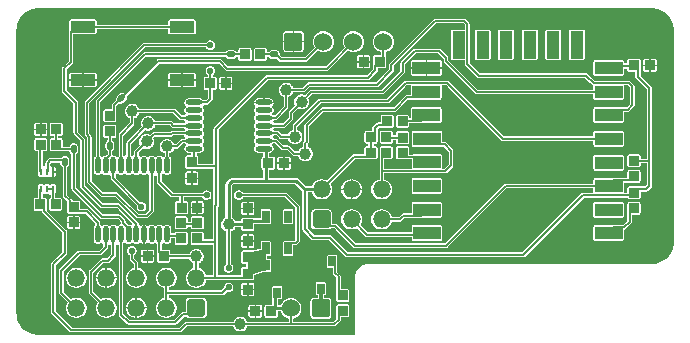
<source format=gbr>
%TF.GenerationSoftware,Altium Limited,Altium Designer,20.1.8 (145)*%
G04 Layer_Physical_Order=1*
G04 Layer_Color=2232046*
%FSLAX45Y45*%
%MOMM*%
%TF.SameCoordinates,F0989897-1A12-473C-90C7-768902EF80F2*%
%TF.FilePolarity,Positive*%
%TF.FileFunction,Copper,L1,Top,Signal*%
%TF.Part,Single*%
G01*
G75*
%TA.AperFunction,SMDPad,CuDef*%
%ADD10C,1.00000*%
G04:AMPARAMS|DCode=11|XSize=0.85mm|YSize=0.85mm|CornerRadius=0.0425mm|HoleSize=0mm|Usage=FLASHONLY|Rotation=0.000|XOffset=0mm|YOffset=0mm|HoleType=Round|Shape=RoundedRectangle|*
%AMROUNDEDRECTD11*
21,1,0.85000,0.76500,0,0,0.0*
21,1,0.76500,0.85000,0,0,0.0*
1,1,0.08500,0.38250,-0.38250*
1,1,0.08500,-0.38250,-0.38250*
1,1,0.08500,-0.38250,0.38250*
1,1,0.08500,0.38250,0.38250*
%
%ADD11ROUNDEDRECTD11*%
G04:AMPARAMS|DCode=12|XSize=0.6mm|YSize=0.9mm|CornerRadius=0.03mm|HoleSize=0mm|Usage=FLASHONLY|Rotation=0.000|XOffset=0mm|YOffset=0mm|HoleType=Round|Shape=RoundedRectangle|*
%AMROUNDEDRECTD12*
21,1,0.60000,0.84000,0,0,0.0*
21,1,0.54000,0.90000,0,0,0.0*
1,1,0.06000,0.27000,-0.42000*
1,1,0.06000,-0.27000,-0.42000*
1,1,0.06000,-0.27000,0.42000*
1,1,0.06000,0.27000,0.42000*
%
%ADD12ROUNDEDRECTD12*%
%ADD13O,0.45000X1.40000*%
G04:AMPARAMS|DCode=14|XSize=0.85mm|YSize=0.9mm|CornerRadius=0.0425mm|HoleSize=0mm|Usage=FLASHONLY|Rotation=270.000|XOffset=0mm|YOffset=0mm|HoleType=Round|Shape=RoundedRectangle|*
%AMROUNDEDRECTD14*
21,1,0.85000,0.81500,0,0,270.0*
21,1,0.76500,0.90000,0,0,270.0*
1,1,0.08500,-0.40750,-0.38250*
1,1,0.08500,-0.40750,0.38250*
1,1,0.08500,0.40750,0.38250*
1,1,0.08500,0.40750,-0.38250*
%
%ADD14ROUNDEDRECTD14*%
G04:AMPARAMS|DCode=15|XSize=0.85mm|YSize=0.9mm|CornerRadius=0.0425mm|HoleSize=0mm|Usage=FLASHONLY|Rotation=180.000|XOffset=0mm|YOffset=0mm|HoleType=Round|Shape=RoundedRectangle|*
%AMROUNDEDRECTD15*
21,1,0.85000,0.81500,0,0,180.0*
21,1,0.76500,0.90000,0,0,180.0*
1,1,0.08500,-0.38250,0.40750*
1,1,0.08500,0.38250,0.40750*
1,1,0.08500,0.38250,-0.40750*
1,1,0.08500,-0.38250,-0.40750*
%
%ADD15ROUNDEDRECTD15*%
%ADD16O,1.40000X0.45000*%
%TA.AperFunction,ConnectorPad*%
G04:AMPARAMS|DCode=17|XSize=1.1mm|YSize=2.3mm|CornerRadius=0.0055mm|HoleSize=0mm|Usage=FLASHONLY|Rotation=270.000|XOffset=0mm|YOffset=0mm|HoleType=Round|Shape=RoundedRectangle|*
%AMROUNDEDRECTD17*
21,1,1.10000,2.28900,0,0,270.0*
21,1,1.08900,2.30000,0,0,270.0*
1,1,0.01100,-1.14450,-0.54450*
1,1,0.01100,-1.14450,0.54450*
1,1,0.01100,1.14450,0.54450*
1,1,0.01100,1.14450,-0.54450*
%
%ADD17ROUNDEDRECTD17*%
G04:AMPARAMS|DCode=18|XSize=1.1mm|YSize=2.3mm|CornerRadius=0.0055mm|HoleSize=0mm|Usage=FLASHONLY|Rotation=0.000|XOffset=0mm|YOffset=0mm|HoleType=Round|Shape=RoundedRectangle|*
%AMROUNDEDRECTD18*
21,1,1.10000,2.28900,0,0,0.0*
21,1,1.08900,2.30000,0,0,0.0*
1,1,0.01100,0.54450,-1.14450*
1,1,0.01100,-0.54450,-1.14450*
1,1,0.01100,-0.54450,1.14450*
1,1,0.01100,0.54450,1.14450*
%
%ADD18ROUNDEDRECTD18*%
%TA.AperFunction,SMDPad,CuDef*%
%ADD19O,0.50000X0.75000*%
G04:AMPARAMS|DCode=20|XSize=0.75mm|YSize=0.5mm|CornerRadius=0mm|HoleSize=0mm|Usage=FLASHONLY|Rotation=45.000|XOffset=0mm|YOffset=0mm|HoleType=Round|Shape=Round|*
%AMOVALD20*
21,1,0.25000,0.50000,0.00000,0.00000,45.0*
1,1,0.50000,-0.08839,-0.08839*
1,1,0.50000,0.08839,0.08839*
%
%ADD20OVALD20*%

%ADD21O,0.75000X0.50000*%
G04:AMPARAMS|DCode=22|XSize=2.1mm|YSize=1mm|CornerRadius=0.05mm|HoleSize=0mm|Usage=FLASHONLY|Rotation=180.000|XOffset=0mm|YOffset=0mm|HoleType=Round|Shape=RoundedRectangle|*
%AMROUNDEDRECTD22*
21,1,2.10000,0.90000,0,0,180.0*
21,1,2.00000,1.00000,0,0,180.0*
1,1,0.10000,-1.00000,0.45000*
1,1,0.10000,1.00000,0.45000*
1,1,0.10000,1.00000,-0.45000*
1,1,0.10000,-1.00000,-0.45000*
%
%ADD22ROUNDEDRECTD22*%
G04:AMPARAMS|DCode=23|XSize=0.85mm|YSize=0.85mm|CornerRadius=0.0425mm|HoleSize=0mm|Usage=FLASHONLY|Rotation=90.000|XOffset=0mm|YOffset=0mm|HoleType=Round|Shape=RoundedRectangle|*
%AMROUNDEDRECTD23*
21,1,0.85000,0.76500,0,0,90.0*
21,1,0.76500,0.85000,0,0,90.0*
1,1,0.08500,0.38250,0.38250*
1,1,0.08500,0.38250,-0.38250*
1,1,0.08500,-0.38250,-0.38250*
1,1,0.08500,-0.38250,0.38250*
%
%ADD23ROUNDEDRECTD23*%
G04:AMPARAMS|DCode=24|XSize=0.6mm|YSize=1.05mm|CornerRadius=0.03mm|HoleSize=0mm|Usage=FLASHONLY|Rotation=180.000|XOffset=0mm|YOffset=0mm|HoleType=Round|Shape=RoundedRectangle|*
%AMROUNDEDRECTD24*
21,1,0.60000,0.99000,0,0,180.0*
21,1,0.54000,1.05000,0,0,180.0*
1,1,0.06000,-0.27000,0.49500*
1,1,0.06000,0.27000,0.49500*
1,1,0.06000,0.27000,-0.49500*
1,1,0.06000,-0.27000,-0.49500*
%
%ADD24ROUNDEDRECTD24*%
G04:AMPARAMS|DCode=25|XSize=0.25mm|YSize=0.55mm|CornerRadius=0.0125mm|HoleSize=0mm|Usage=FLASHONLY|Rotation=0.000|XOffset=0mm|YOffset=0mm|HoleType=Round|Shape=RoundedRectangle|*
%AMROUNDEDRECTD25*
21,1,0.25000,0.52500,0,0,0.0*
21,1,0.22500,0.55000,0,0,0.0*
1,1,0.02500,0.11250,-0.26250*
1,1,0.02500,-0.11250,-0.26250*
1,1,0.02500,-0.11250,0.26250*
1,1,0.02500,0.11250,0.26250*
%
%ADD25ROUNDEDRECTD25*%
%TA.AperFunction,Conductor*%
%ADD26C,0.12700*%
%ADD27C,0.25400*%
%ADD28C,0.20320*%
%ADD29C,0.30480*%
%ADD30C,0.15240*%
%TA.AperFunction,ComponentPad*%
%ADD31C,1.50000*%
G04:AMPARAMS|DCode=32|XSize=1.5mm|YSize=1.45mm|CornerRadius=0.18125mm|HoleSize=0mm|Usage=FLASHONLY|Rotation=180.000|XOffset=0mm|YOffset=0mm|HoleType=Round|Shape=RoundedRectangle|*
%AMROUNDEDRECTD32*
21,1,1.50000,1.08750,0,0,180.0*
21,1,1.13750,1.45000,0,0,180.0*
1,1,0.36250,-0.56875,0.54375*
1,1,0.36250,0.56875,0.54375*
1,1,0.36250,0.56875,-0.54375*
1,1,0.36250,-0.56875,-0.54375*
%
%ADD32ROUNDEDRECTD32*%
%ADD33O,1.50000X1.45000*%
%TA.AperFunction,ViaPad*%
%ADD34C,3.60000*%
%TA.AperFunction,ComponentPad*%
%ADD35C,1.52400*%
G04:AMPARAMS|DCode=36|XSize=1.524mm|YSize=1.524mm|CornerRadius=0.1905mm|HoleSize=0mm|Usage=FLASHONLY|Rotation=180.000|XOffset=0mm|YOffset=0mm|HoleType=Round|Shape=RoundedRectangle|*
%AMROUNDEDRECTD36*
21,1,1.52400,1.14300,0,0,180.0*
21,1,1.14300,1.52400,0,0,180.0*
1,1,0.38100,-0.57150,0.57150*
1,1,0.38100,0.57150,0.57150*
1,1,0.38100,0.57150,-0.57150*
1,1,0.38100,-0.57150,-0.57150*
%
%ADD36ROUNDEDRECTD36*%
%TA.AperFunction,ViaPad*%
%ADD37C,0.56000*%
G36*
X200000Y2782065D02*
X5397715D01*
X5415403Y2781417D01*
X5415921Y2781395D01*
X5417500Y2781327D01*
X5434444Y2778851D01*
X5435544Y2778688D01*
X5452888Y2774343D01*
X5469722Y2768320D01*
X5485884Y2760676D01*
X5501220Y2751484D01*
X5515580Y2740833D01*
X5528828Y2728826D01*
X5540835Y2715579D01*
X5551485Y2701218D01*
X5560677Y2685883D01*
X5568321Y2669720D01*
X5574344Y2652886D01*
X5578689Y2635543D01*
X5581312Y2617857D01*
X5582156Y2600680D01*
X5582067Y2600000D01*
Y800000D01*
X5582156Y799320D01*
X5581312Y782142D01*
X5578689Y764457D01*
X5574344Y747113D01*
X5568321Y730279D01*
X5560677Y714117D01*
X5551485Y698781D01*
X5540834Y684421D01*
X5528827Y671173D01*
X5515580Y659166D01*
X5501219Y648515D01*
X5485884Y639324D01*
X5469721Y631679D01*
X5452887Y625656D01*
X5435544Y621311D01*
X5417858Y618688D01*
X5400680Y617844D01*
X5400000Y617934D01*
X3000000Y617934D01*
Y617967D01*
X2986792Y617225D01*
X2982795Y616545D01*
X2973750Y615008D01*
X2961038Y611346D01*
X2948817Y606284D01*
X2937238Y599885D01*
X2926450Y592230D01*
X2916586Y583415D01*
X2907771Y573551D01*
X2900116Y562762D01*
X2893717Y551184D01*
X2888654Y538962D01*
X2884992Y526250D01*
X2883455Y517206D01*
X2882775Y513209D01*
X2882034Y500000D01*
X2882067D01*
Y17933D01*
X200000D01*
X199320Y17844D01*
X182142Y18688D01*
X164457Y21311D01*
X147113Y25656D01*
X130279Y31679D01*
X114117Y39323D01*
X98781Y48515D01*
X84420Y59166D01*
X71173Y71173D01*
X59166Y84420D01*
X48515Y98781D01*
X39323Y114117D01*
X31679Y130279D01*
X25656Y147113D01*
X21311Y164457D01*
X18688Y182142D01*
X17852Y199150D01*
X17934Y199769D01*
X17933Y2600000D01*
X17844Y2600680D01*
X18688Y2617856D01*
X21311Y2635542D01*
X25656Y2652885D01*
X31679Y2669720D01*
X39323Y2685882D01*
X48515Y2701218D01*
X59166Y2715579D01*
X71173Y2728826D01*
X84420Y2740833D01*
X98781Y2751484D01*
X114117Y2760675D01*
X130279Y2768320D01*
X147113Y2774343D01*
X164457Y2778688D01*
X182142Y2781311D01*
X199320Y2782155D01*
X200000Y2782065D01*
D02*
G37*
%LPC*%
G36*
X1520000Y2687853D02*
X1320000D01*
X1315379Y2687244D01*
X1311074Y2685461D01*
X1307376Y2682624D01*
X1304539Y2678926D01*
X1302756Y2674621D01*
X1302147Y2670000D01*
Y2644214D01*
X697853D01*
Y2670000D01*
X697244Y2674621D01*
X695461Y2678926D01*
X692624Y2682624D01*
X688926Y2685461D01*
X684621Y2687244D01*
X680000Y2687853D01*
X480000D01*
X475380Y2687244D01*
X471074Y2685461D01*
X467376Y2682624D01*
X464539Y2678926D01*
X462756Y2674621D01*
X462147Y2670000D01*
Y2581441D01*
X462135Y2581350D01*
X462136Y2581348D01*
Y2339246D01*
X410237Y2287348D01*
X407184Y2283368D01*
X405264Y2278734D01*
X404609Y2273761D01*
X404610Y2273759D01*
Y2080461D01*
X404609Y2080459D01*
X405264Y2075486D01*
X407184Y2070852D01*
X410237Y2066872D01*
X500766Y1976344D01*
Y1727965D01*
X500766Y1727963D01*
X501420Y1722990D01*
X503340Y1718356D01*
X506393Y1714376D01*
X558893Y1661877D01*
Y1272560D01*
X558893Y1272558D01*
X559548Y1267585D01*
X561468Y1262951D01*
X564521Y1258971D01*
X725390Y1098103D01*
X725391Y1098102D01*
X729370Y1095048D01*
X734005Y1093129D01*
X738977Y1092474D01*
X738979Y1092474D01*
X870135D01*
X994218Y968391D01*
X992081Y950540D01*
X984088Y947210D01*
X981716Y948478D01*
X975080Y950491D01*
X968180Y951170D01*
X961547Y950517D01*
X941767Y970297D01*
Y984642D01*
X941767Y984644D01*
X941113Y989617D01*
X939193Y994252D01*
X936140Y998231D01*
X936139Y998232D01*
X903196Y1031175D01*
X899216Y1034229D01*
X894582Y1036148D01*
X889609Y1036803D01*
X889607Y1036803D01*
X748036D01*
X522209Y1262630D01*
Y1546505D01*
X524041Y1547484D01*
X529782Y1552195D01*
X534493Y1557936D01*
X537993Y1564485D01*
X540149Y1571592D01*
X540877Y1578982D01*
Y1603982D01*
X540149Y1611373D01*
X537993Y1618479D01*
X534493Y1625029D01*
X529782Y1630769D01*
X524041Y1635480D01*
X517492Y1638981D01*
X510385Y1641137D01*
X502995Y1641865D01*
X495604Y1641137D01*
X488498Y1638981D01*
X481948Y1635480D01*
X476208Y1630769D01*
X471497Y1625029D01*
X467996Y1618479D01*
X465840Y1611373D01*
X465774Y1610697D01*
X409674D01*
Y1665882D01*
X409092Y1670307D01*
X407383Y1674430D01*
X404667Y1677971D01*
X401126Y1680688D01*
X397003Y1682396D01*
X392578Y1682979D01*
X373543D01*
Y1701930D01*
X392578D01*
X397003Y1702513D01*
X401126Y1704221D01*
X404666Y1706938D01*
X407383Y1710478D01*
X409091Y1714602D01*
X409674Y1719027D01*
Y1795527D01*
X409091Y1799952D01*
X407383Y1804075D01*
X404666Y1807616D01*
X401126Y1810332D01*
X397003Y1812041D01*
X392578Y1812623D01*
X316077D01*
X311652Y1812041D01*
X307529Y1810332D01*
X303988Y1807616D01*
X301272Y1804075D01*
X299564Y1799952D01*
X298981Y1795527D01*
Y1719027D01*
X299564Y1714602D01*
X301272Y1710478D01*
X303988Y1706938D01*
X307529Y1704221D01*
X311652Y1702513D01*
X316077Y1701930D01*
X335115D01*
Y1682979D01*
X316078D01*
X311653Y1682396D01*
X307529Y1680688D01*
X303989Y1677971D01*
X301272Y1674430D01*
X299564Y1670307D01*
X298981Y1665882D01*
Y1589382D01*
X299564Y1584957D01*
X301272Y1580834D01*
X303989Y1577293D01*
X307529Y1574576D01*
X311653Y1572868D01*
X316078Y1572286D01*
X390339D01*
X390478Y1572268D01*
X390480Y1572268D01*
X465774D01*
X465840Y1571592D01*
X467996Y1564485D01*
X471497Y1557936D01*
X476208Y1552195D01*
X481948Y1547484D01*
X483780Y1546505D01*
Y1254673D01*
X483780Y1254671D01*
X484435Y1249698D01*
X486355Y1245063D01*
X489408Y1241084D01*
X726489Y1004003D01*
X726490Y1004002D01*
X730469Y1000948D01*
X735104Y999029D01*
X740077Y998374D01*
X881650D01*
X903339Y976686D01*
Y968384D01*
X903282Y962243D01*
X898260Y953814D01*
X889644Y948478D01*
X883529Y945209D01*
X882561Y944414D01*
X876542Y940811D01*
X864818D01*
X858799Y944414D01*
X857831Y945209D01*
X851716Y948478D01*
X845080Y950491D01*
X838180Y951170D01*
X831280Y950491D01*
X824644Y948478D01*
X818529Y945209D01*
X817560Y944414D01*
X811541Y940811D01*
X799819D01*
X793800Y944414D01*
X792831Y945209D01*
X786716Y948478D01*
X780080Y950491D01*
X773180Y951170D01*
X766280Y950491D01*
X759644Y948478D01*
X753529Y945209D01*
X752561Y944414D01*
X746542Y940811D01*
X743256D01*
X727394Y955516D01*
Y966147D01*
X727395Y966149D01*
X726739Y971123D01*
X724820Y975757D01*
X721767Y979736D01*
X721766Y979737D01*
X624881Y1076622D01*
X620901Y1079675D01*
X616268Y1081594D01*
X611294Y1082250D01*
X611292Y1082249D01*
X559536D01*
Y1137435D01*
X558954Y1141860D01*
X557246Y1145983D01*
X554529Y1149524D01*
X550988Y1152241D01*
X546865Y1153949D01*
X542440Y1154531D01*
X504801D01*
X487255Y1156548D01*
X486600Y1161521D01*
X484680Y1166155D01*
X481627Y1170135D01*
X481626Y1170136D01*
X447249Y1204512D01*
Y1437944D01*
X449081Y1438923D01*
X454822Y1443634D01*
X459533Y1449375D01*
X463034Y1455924D01*
X465189Y1463031D01*
X465917Y1470421D01*
Y1495421D01*
X465189Y1502812D01*
X463034Y1509918D01*
X459533Y1516468D01*
X454822Y1522208D01*
X449081Y1526919D01*
X442532Y1530420D01*
X435425Y1532576D01*
X428035Y1533304D01*
X420645Y1532576D01*
X413538Y1530420D01*
X406989Y1526919D01*
X401248Y1522208D01*
X396537Y1516468D01*
X395201Y1513968D01*
X302410D01*
X302408Y1513968D01*
X297435Y1513313D01*
X292801Y1511393D01*
X288821Y1508340D01*
X269432Y1488951D01*
X266378Y1484971D01*
X264459Y1480337D01*
X263804Y1475364D01*
X263804Y1475362D01*
Y1450624D01*
X251868Y1443744D01*
X239932Y1450624D01*
Y1572286D01*
X262578D01*
X267003Y1572868D01*
X271126Y1574576D01*
X274667Y1577293D01*
X277383Y1580834D01*
X279092Y1584957D01*
X279674Y1589382D01*
Y1665882D01*
X279092Y1670307D01*
X277383Y1674430D01*
X274667Y1677971D01*
X271126Y1680688D01*
X267003Y1682396D01*
X262578Y1682979D01*
X186078D01*
X181653Y1682396D01*
X177529Y1680688D01*
X173989Y1677971D01*
X171272Y1674430D01*
X169564Y1670307D01*
X168981Y1665882D01*
Y1589382D01*
X169564Y1584957D01*
X171272Y1580834D01*
X173989Y1577293D01*
X177529Y1574576D01*
X181653Y1572868D01*
X186078Y1572286D01*
X201504D01*
Y1402516D01*
X201503Y1402514D01*
X201548Y1402176D01*
Y1370114D01*
X202027Y1366472D01*
X203433Y1363079D01*
X205669Y1360165D01*
X208583Y1357929D01*
X211976Y1356523D01*
X215618Y1356044D01*
X238118D01*
X241759Y1356523D01*
X245153Y1357928D01*
X258583D01*
X261977Y1356523D01*
X265618Y1356044D01*
X288118D01*
X291760Y1356523D01*
X295154Y1357928D01*
X308583D01*
X311977Y1356523D01*
X315618Y1356044D01*
X320518D01*
Y1396364D01*
Y1436684D01*
X315619D01*
X305345Y1446556D01*
X302233Y1451413D01*
Y1467405D01*
X310367Y1475539D01*
X390153D01*
Y1470421D01*
X390881Y1463031D01*
X393036Y1455924D01*
X396537Y1449375D01*
X401248Y1443634D01*
X406989Y1438923D01*
X408821Y1437944D01*
Y1196555D01*
X408820Y1196553D01*
X409475Y1191580D01*
X411395Y1186946D01*
X414448Y1182966D01*
X448826Y1148589D01*
Y1135337D01*
X448825Y1135335D01*
X448844Y1135196D01*
Y1060935D01*
X449426Y1056510D01*
X451134Y1052387D01*
X453851Y1048846D01*
X457392Y1046129D01*
X461515Y1044421D01*
X465940Y1043839D01*
X540201D01*
X540340Y1043820D01*
X540342Y1043821D01*
X603335D01*
X685544Y961612D01*
X685636Y961109D01*
X684790Y942140D01*
X683169Y940811D01*
X678771Y935451D01*
X675502Y929336D01*
X673489Y922700D01*
X672810Y915800D01*
Y820800D01*
X673489Y813900D01*
X675502Y807264D01*
X678771Y801149D01*
X683169Y795789D01*
X688529Y791391D01*
X694644Y788122D01*
X701280Y786109D01*
X708180Y785430D01*
X715080Y786109D01*
X721716Y788122D01*
X727831Y791391D01*
X728799Y792186D01*
X734818Y795789D01*
X738104D01*
X752192Y782729D01*
X752421Y764139D01*
X718067Y729786D01*
X546854D01*
X546852Y729786D01*
X541879Y729131D01*
X537245Y727211D01*
X533265Y724158D01*
X533265Y724157D01*
X384124Y575017D01*
X381071Y571037D01*
X379151Y566403D01*
X378496Y561430D01*
X378496Y561428D01*
Y373755D01*
X378496Y373753D01*
X379151Y368781D01*
X381071Y364146D01*
X384124Y360167D01*
X450196Y294095D01*
X447561Y290151D01*
X442621Y280135D01*
X439031Y269559D01*
X436852Y258605D01*
X436122Y247460D01*
X436852Y236315D01*
X439031Y225361D01*
X442621Y214785D01*
X447561Y204769D01*
X453766Y195482D01*
X461130Y187085D01*
X469527Y179721D01*
X478813Y173516D01*
X488830Y168576D01*
X499406Y164986D01*
X510360Y162808D01*
X521504Y162077D01*
X526504D01*
X537649Y162808D01*
X548603Y164986D01*
X559179Y168576D01*
X569196Y173516D01*
X578482Y179721D01*
X586879Y187085D01*
X594243Y195482D01*
X600448Y204769D01*
X605388Y214785D01*
X608978Y225361D01*
X611157Y236315D01*
X611887Y247460D01*
X611157Y258605D01*
X608978Y269559D01*
X605388Y280135D01*
X600448Y290151D01*
X594243Y299438D01*
X586879Y307835D01*
X578482Y315199D01*
X569196Y321404D01*
X559179Y326344D01*
X548603Y329934D01*
X537649Y332112D01*
X526504Y332843D01*
X521504D01*
X510360Y332112D01*
X499406Y329934D01*
X488830Y326344D01*
X478813Y321404D01*
X477866Y320771D01*
X416925Y381712D01*
Y553471D01*
X554811Y691357D01*
X726024D01*
X726026Y691357D01*
X730999Y692012D01*
X735634Y693931D01*
X739613Y696985D01*
X786766Y744137D01*
X786767Y744138D01*
X789820Y748118D01*
X791740Y752752D01*
X792395Y757725D01*
X792394Y757727D01*
Y781472D01*
X810174Y789234D01*
X818966Y781084D01*
Y697606D01*
X787346Y665987D01*
X744507D01*
X744505Y665987D01*
X739532Y665332D01*
X734898Y663413D01*
X730918Y660359D01*
X730918Y660358D01*
X637243Y566684D01*
X634190Y562704D01*
X632270Y558070D01*
X631615Y553097D01*
X631615Y553095D01*
Y374636D01*
X631615Y374634D01*
X632270Y369661D01*
X634190Y365027D01*
X637243Y361048D01*
X704196Y294095D01*
X701561Y290151D01*
X696621Y280135D01*
X693031Y269559D01*
X690852Y258605D01*
X690122Y247460D01*
X690852Y236315D01*
X693031Y225361D01*
X696621Y214785D01*
X701561Y204769D01*
X707766Y195482D01*
X715130Y187085D01*
X723527Y179721D01*
X732813Y173516D01*
X742830Y168576D01*
X753406Y164986D01*
X764360Y162808D01*
X775504Y162077D01*
X780504D01*
X791649Y162808D01*
X802603Y164986D01*
X813179Y168576D01*
X823196Y173516D01*
X832482Y179721D01*
X840879Y187085D01*
X848243Y195482D01*
X854448Y204769D01*
X859388Y214785D01*
X862978Y225361D01*
X865157Y236315D01*
X865887Y247460D01*
X865157Y258605D01*
X862978Y269559D01*
X859388Y280135D01*
X854448Y290151D01*
X848243Y299438D01*
X840879Y307835D01*
X832482Y315199D01*
X823196Y321404D01*
X813179Y326344D01*
X802603Y329934D01*
X791649Y332112D01*
X780504Y332843D01*
X775504D01*
X764360Y332112D01*
X753406Y329934D01*
X742830Y326344D01*
X732813Y321404D01*
X731866Y320771D01*
X670044Y382593D01*
Y545138D01*
X752464Y627558D01*
X795303D01*
X795305Y627558D01*
X800278Y628213D01*
X804912Y630133D01*
X808892Y633186D01*
X851766Y676060D01*
X851767Y676061D01*
X854820Y680041D01*
X856740Y684675D01*
X857395Y689648D01*
X857394Y689650D01*
Y781473D01*
X875174Y789235D01*
X883966Y781084D01*
Y188288D01*
X883965Y188286D01*
X884621Y183313D01*
X886540Y178679D01*
X889593Y174699D01*
X954296Y109997D01*
X954297Y109996D01*
X958276Y106943D01*
X962910Y105023D01*
X967883Y104368D01*
X967885Y104369D01*
X1362303D01*
X1362305Y104368D01*
X1367278Y105023D01*
X1371912Y106943D01*
X1375892Y109996D01*
X1438355Y172460D01*
X1460180D01*
X1461227Y171183D01*
X1465921Y167331D01*
X1471276Y164469D01*
X1477087Y162706D01*
X1483129Y162111D01*
X1596879D01*
X1602922Y162706D01*
X1608732Y164469D01*
X1614087Y167331D01*
X1618781Y171183D01*
X1622633Y175877D01*
X1625495Y181232D01*
X1627258Y187042D01*
X1627853Y193085D01*
Y301835D01*
X1627258Y307878D01*
X1625495Y313688D01*
X1622633Y319043D01*
X1618781Y323737D01*
X1614087Y327589D01*
X1608732Y330451D01*
X1602922Y332214D01*
X1596879Y332809D01*
X1483129D01*
X1477087Y332214D01*
X1471276Y330451D01*
X1465921Y327589D01*
X1461227Y323737D01*
X1457375Y319043D01*
X1454513Y313688D01*
X1452750Y307878D01*
X1452155Y301835D01*
Y210888D01*
X1430396D01*
X1425423Y210234D01*
X1420789Y208314D01*
X1416809Y205261D01*
X1416809Y205260D01*
X1354346Y142797D01*
X975842D01*
X922394Y196245D01*
Y791157D01*
X922831Y791391D01*
X923800Y792186D01*
X929819Y795789D01*
X941541D01*
X947560Y792186D01*
X948529Y791391D01*
X954644Y788122D01*
X961280Y786109D01*
X968180Y785430D01*
X975080Y786109D01*
X981716Y788122D01*
X987831Y791391D01*
X988799Y792186D01*
X994818Y795789D01*
X1006542D01*
X1012561Y792186D01*
X1013529Y791391D01*
X1019644Y788122D01*
X1026280Y786109D01*
X1033180Y785430D01*
X1040080Y786109D01*
X1046716Y788122D01*
X1052831Y791391D01*
X1053800Y792186D01*
X1059819Y795789D01*
X1071541D01*
X1077560Y792186D01*
X1078529Y791391D01*
X1084644Y788122D01*
X1091280Y786109D01*
X1091830Y786055D01*
Y868300D01*
Y950545D01*
X1091280Y950491D01*
X1084644Y948478D01*
X1078529Y945209D01*
X1077560Y944414D01*
X1071541Y940811D01*
X1068256D01*
X1052394Y955516D01*
Y956602D01*
X1051740Y961575D01*
X1049820Y966209D01*
X1046767Y970189D01*
X1046766Y970190D01*
X891681Y1125275D01*
X887701Y1128328D01*
X883067Y1130248D01*
X878094Y1130903D01*
X878092Y1130903D01*
X746936D01*
X597322Y1280517D01*
Y1669835D01*
X596667Y1674808D01*
X594748Y1679442D01*
X591695Y1683422D01*
X591694Y1683423D01*
X539195Y1735922D01*
Y1984301D01*
X539195Y1984303D01*
X538540Y1989275D01*
X536620Y1993910D01*
X533567Y1997889D01*
X443038Y2088418D01*
Y2265802D01*
X494936Y2317700D01*
X494937Y2317700D01*
X497990Y2321680D01*
X499910Y2326314D01*
X500565Y2331287D01*
X500564Y2331289D01*
Y2562148D01*
X680000D01*
X684621Y2562756D01*
X688926Y2564539D01*
X692624Y2567376D01*
X695461Y2571074D01*
X697244Y2575380D01*
X697853Y2580000D01*
Y2605786D01*
X1302147D01*
Y2580000D01*
X1302756Y2575380D01*
X1304539Y2571074D01*
X1307376Y2567376D01*
X1311074Y2564539D01*
X1315379Y2562756D01*
X1320000Y2562148D01*
X1520000D01*
X1524621Y2562756D01*
X1528926Y2564539D01*
X1532624Y2567376D01*
X1535461Y2571074D01*
X1537244Y2575380D01*
X1537853Y2580000D01*
Y2670000D01*
X1537244Y2674621D01*
X1535461Y2678926D01*
X1532624Y2682624D01*
X1528926Y2685461D01*
X1524621Y2687244D01*
X1520000Y2687853D01*
D02*
G37*
G36*
X2419850Y2589053D02*
X2369050D01*
Y2506350D01*
X2451754D01*
Y2557150D01*
X2451141Y2563374D01*
X2449325Y2569359D01*
X2446377Y2574874D01*
X2442409Y2579709D01*
X2437574Y2583677D01*
X2432059Y2586625D01*
X2426074Y2588441D01*
X2419850Y2589053D01*
D02*
G37*
G36*
X2356350D02*
X2305550D01*
X2299326Y2588441D01*
X2293341Y2586625D01*
X2287825Y2583677D01*
X2282991Y2579709D01*
X2279023Y2574874D01*
X2276075Y2569359D01*
X2274259Y2563374D01*
X2273646Y2557150D01*
Y2506350D01*
X2356350D01*
Y2589053D01*
D02*
G37*
G36*
X3124700Y2589091D02*
X3113071Y2588328D01*
X3101641Y2586055D01*
X3090606Y2582309D01*
X3080154Y2577155D01*
X3070465Y2570680D01*
X3061703Y2562996D01*
X3054020Y2554235D01*
X3047545Y2544545D01*
X3042391Y2534093D01*
X3038645Y2523058D01*
X3036371Y2511628D01*
X3035609Y2500000D01*
X3036371Y2488371D01*
X3038645Y2476941D01*
X3042391Y2465906D01*
X3047545Y2455455D01*
X3054020Y2445765D01*
X3061703Y2437003D01*
X3070465Y2429319D01*
X3080154Y2422845D01*
X3090606Y2417691D01*
X3101596Y2413960D01*
Y2385130D01*
X3051512D01*
X3047087Y2384547D01*
X3042964Y2382839D01*
X3039423Y2380122D01*
X3036706Y2376582D01*
X3034998Y2372459D01*
X3034416Y2368034D01*
Y2297833D01*
X3034364Y2297443D01*
Y2268972D01*
X2984689Y2219296D01*
X2142378D01*
X2136411Y2218511D01*
X2130850Y2216207D01*
X2126074Y2212543D01*
X1692916Y1779385D01*
X1689252Y1774609D01*
X1686948Y1769049D01*
X1686163Y1763081D01*
Y1466497D01*
X1557826D01*
Y1519030D01*
X1557244Y1523455D01*
X1555536Y1527578D01*
X1552819Y1531119D01*
X1549278Y1533836D01*
X1545857Y1535253D01*
Y1559630D01*
X1570300D01*
X1577201Y1560309D01*
X1583836Y1562322D01*
X1589951Y1565590D01*
X1595311Y1569989D01*
X1599710Y1575349D01*
X1602978Y1581464D01*
X1604991Y1588099D01*
X1605670Y1595000D01*
X1604991Y1601900D01*
X1602978Y1608536D01*
X1599710Y1614651D01*
X1598915Y1615619D01*
X1595311Y1621638D01*
Y1633361D01*
X1598915Y1639381D01*
X1599710Y1640349D01*
X1602978Y1646464D01*
X1604991Y1653100D01*
X1605670Y1660000D01*
X1604991Y1666900D01*
X1602978Y1673536D01*
X1599710Y1679651D01*
X1598915Y1680619D01*
X1595311Y1686638D01*
Y1698361D01*
X1598915Y1704380D01*
X1599710Y1705349D01*
X1602978Y1711464D01*
X1604991Y1718099D01*
X1605670Y1725000D01*
X1604991Y1731900D01*
X1602978Y1738536D01*
X1599710Y1744651D01*
X1598915Y1745619D01*
X1595311Y1751638D01*
Y1763361D01*
X1598915Y1769381D01*
X1599710Y1770349D01*
X1602978Y1776464D01*
X1604991Y1783100D01*
X1605670Y1790000D01*
X1604991Y1796900D01*
X1602978Y1803536D01*
X1599710Y1809651D01*
X1598915Y1810619D01*
X1595311Y1816638D01*
Y1828361D01*
X1598915Y1834380D01*
X1599710Y1835349D01*
X1602978Y1841464D01*
X1604991Y1848099D01*
X1605670Y1855000D01*
X1604991Y1861900D01*
X1602978Y1868536D01*
X1599710Y1874651D01*
X1598915Y1875619D01*
X1595311Y1881638D01*
Y1893361D01*
X1598915Y1899381D01*
X1599710Y1900349D01*
X1602978Y1906464D01*
X1604991Y1913100D01*
X1605670Y1920000D01*
X1604991Y1926900D01*
X1602978Y1933536D01*
X1599710Y1939651D01*
X1598915Y1940619D01*
X1595311Y1946638D01*
Y1949924D01*
X1610016Y1965786D01*
X1628100D01*
X1628102Y1965785D01*
X1633075Y1966440D01*
X1637709Y1968360D01*
X1641688Y1971413D01*
X1673764Y2003489D01*
X1673765Y2003490D01*
X1676818Y2007469D01*
X1678738Y2012103D01*
X1679393Y2017076D01*
X1679392Y2017078D01*
Y2091392D01*
X1698428D01*
X1702853Y2091974D01*
X1706976Y2093682D01*
X1710517Y2096399D01*
X1713234Y2099940D01*
X1714942Y2104063D01*
X1715524Y2108488D01*
Y2184988D01*
X1714942Y2189413D01*
X1713234Y2193536D01*
X1710517Y2197077D01*
X1706976Y2199794D01*
X1702853Y2201502D01*
X1698428Y2202084D01*
X1679392D01*
Y2218828D01*
X1682899Y2220703D01*
X1689096Y2225789D01*
X1694183Y2231986D01*
X1697962Y2239057D01*
X1700289Y2246729D01*
X1701075Y2254707D01*
X1700289Y2262686D01*
X1697962Y2270358D01*
X1694183Y2277428D01*
X1689096Y2283626D01*
X1682899Y2288712D01*
X1675829Y2292491D01*
X1668157Y2294818D01*
X1660178Y2295604D01*
X1652199Y2294818D01*
X1644528Y2292491D01*
X1637457Y2288712D01*
X1631260Y2283626D01*
X1626174Y2277428D01*
X1622394Y2270358D01*
X1620067Y2262686D01*
X1619281Y2254707D01*
X1620067Y2246729D01*
X1622394Y2239057D01*
X1626174Y2231986D01*
X1631260Y2225789D01*
X1637457Y2220703D01*
X1640964Y2218828D01*
Y2202084D01*
X1621928D01*
X1617503Y2201502D01*
X1613380Y2199794D01*
X1609839Y2197077D01*
X1607122Y2193536D01*
X1605414Y2189413D01*
X1604832Y2184988D01*
Y2108488D01*
X1605414Y2104063D01*
X1607122Y2099940D01*
X1609839Y2096399D01*
X1613380Y2093682D01*
X1617503Y2091974D01*
X1621928Y2091392D01*
X1640964D01*
Y2025035D01*
X1620143Y2004214D01*
X1599943D01*
X1599710Y2004651D01*
X1595311Y2010010D01*
X1589951Y2014409D01*
X1583836Y2017678D01*
X1577201Y2019690D01*
X1570300Y2020370D01*
X1475300D01*
X1468400Y2019690D01*
X1461764Y2017678D01*
X1455649Y2014409D01*
X1450289Y2010010D01*
X1445891Y2004651D01*
X1442622Y1998535D01*
X1440610Y1991900D01*
X1439930Y1985000D01*
X1440610Y1978099D01*
X1442622Y1971464D01*
X1445891Y1965349D01*
X1446686Y1964380D01*
X1450289Y1958361D01*
Y1946638D01*
X1446686Y1940619D01*
X1445891Y1939651D01*
X1442622Y1933536D01*
X1440610Y1926900D01*
X1439930Y1920000D01*
X1440610Y1913100D01*
X1442622Y1906464D01*
X1445891Y1900349D01*
X1446686Y1899381D01*
X1450289Y1893361D01*
Y1890076D01*
X1436310Y1874997D01*
X1418279Y1874789D01*
X1366669Y1926400D01*
X1362690Y1929453D01*
X1358056Y1931373D01*
X1353083Y1932028D01*
X1353081Y1932027D01*
X1057413D01*
X1057360Y1932248D01*
X1053583Y1941366D01*
X1048426Y1949781D01*
X1042017Y1957286D01*
X1034512Y1963695D01*
X1026098Y1968852D01*
X1016980Y1972629D01*
X1007383Y1974932D01*
X997544Y1975707D01*
X987706Y1974932D01*
X978109Y1972629D01*
X968991Y1968852D01*
X960576Y1963695D01*
X953072Y1957286D01*
X946662Y1949781D01*
X941506Y1941366D01*
X937729Y1932248D01*
X935425Y1922652D01*
X934651Y1912813D01*
X935425Y1902974D01*
X937729Y1893378D01*
X941506Y1884260D01*
X946662Y1875845D01*
X953072Y1868340D01*
X960576Y1861931D01*
X968991Y1856774D01*
X978109Y1852998D01*
X978330Y1852944D01*
Y1815647D01*
X889593Y1726910D01*
X886540Y1722931D01*
X884621Y1718297D01*
X883965Y1713323D01*
X883966Y1713321D01*
Y1530443D01*
X883529Y1530210D01*
X882561Y1529415D01*
X876542Y1525811D01*
X864818D01*
X858799Y1529415D01*
X857831Y1530210D01*
X851716Y1533478D01*
X845080Y1535491D01*
X837538Y1537232D01*
X828295Y1552521D01*
Y1575753D01*
X830126Y1576732D01*
X835867Y1581444D01*
X840578Y1587184D01*
X844079Y1593733D01*
X846235Y1600840D01*
X846962Y1608230D01*
Y1633231D01*
X846235Y1640621D01*
X844079Y1647728D01*
X840578Y1654277D01*
X835867Y1660018D01*
X830126Y1664729D01*
X828295Y1665708D01*
Y1686058D01*
X847330D01*
X851755Y1686641D01*
X855878Y1688349D01*
X859419Y1691066D01*
X862136Y1694606D01*
X863844Y1698730D01*
X864427Y1703155D01*
Y1779655D01*
X863844Y1784080D01*
X862136Y1788203D01*
X859419Y1791744D01*
X855878Y1794460D01*
X851755Y1796169D01*
X847330Y1796751D01*
X770830D01*
X766405Y1796169D01*
X762282Y1794460D01*
X758741Y1791744D01*
X756024Y1788203D01*
X754316Y1784080D01*
X753734Y1779655D01*
Y1703155D01*
X754316Y1698730D01*
X756024Y1694606D01*
X758741Y1691066D01*
X762282Y1688349D01*
X766405Y1686641D01*
X770830Y1686058D01*
X789866D01*
Y1665708D01*
X788034Y1664729D01*
X782293Y1660018D01*
X777582Y1654277D01*
X774082Y1647728D01*
X771926Y1640621D01*
X771198Y1633231D01*
Y1608230D01*
X771926Y1600840D01*
X774082Y1593733D01*
X777582Y1587184D01*
X782293Y1581444D01*
X788034Y1576732D01*
X789866Y1575753D01*
Y1548073D01*
X776856Y1535808D01*
X773180Y1536170D01*
X766280Y1535491D01*
X759644Y1533478D01*
X753529Y1530210D01*
X752561Y1529415D01*
X746542Y1525811D01*
X743256D01*
X727394Y1540516D01*
Y1986469D01*
X1113275Y2372350D01*
X1789291D01*
X1790270Y2370518D01*
X1794981Y2364777D01*
X1800722Y2360066D01*
X1807271Y2356565D01*
X1814378Y2354410D01*
X1821768Y2353682D01*
X1846768D01*
X1854159Y2354410D01*
X1861266Y2356565D01*
X1867815Y2360066D01*
X1873555Y2364777D01*
X1878266Y2370518D01*
X1879246Y2372350D01*
X1897623D01*
Y2353314D01*
X1898205Y2348889D01*
X1899913Y2344766D01*
X1902630Y2341225D01*
X1906171Y2338508D01*
X1910294Y2336800D01*
X1914719Y2336218D01*
X1991219D01*
X1995644Y2336800D01*
X1999767Y2338508D01*
X2003308Y2341225D01*
X2006025Y2344766D01*
X2007733Y2348889D01*
X2008315Y2353314D01*
Y2429814D01*
X2007733Y2434239D01*
X2006025Y2438362D01*
X2003308Y2441903D01*
X1999767Y2444620D01*
X1995644Y2446328D01*
X1991219Y2446910D01*
X1914719D01*
X1910294Y2446328D01*
X1906171Y2444620D01*
X1902630Y2441903D01*
X1899913Y2438362D01*
X1898205Y2434239D01*
X1897623Y2429814D01*
Y2410778D01*
X1879246D01*
X1878266Y2412610D01*
X1873555Y2418351D01*
X1867815Y2423062D01*
X1861266Y2426563D01*
X1854159Y2428718D01*
X1846768Y2429446D01*
X1821768D01*
X1814378Y2428718D01*
X1807271Y2426563D01*
X1800722Y2423062D01*
X1794981Y2418351D01*
X1790270Y2412610D01*
X1789291Y2410778D01*
X1105318D01*
X1105316Y2410779D01*
X1100343Y2410123D01*
X1095709Y2408204D01*
X1091729Y2405151D01*
X1091728Y2405150D01*
X694593Y2008015D01*
X691540Y2004035D01*
X689620Y1999401D01*
X688965Y1994428D01*
X688966Y1994426D01*
Y1530443D01*
X688529Y1530210D01*
X683169Y1525811D01*
X678771Y1520451D01*
X675502Y1514336D01*
X673489Y1507701D01*
X672810Y1500800D01*
Y1405800D01*
X673489Y1398900D01*
X675502Y1392264D01*
X678771Y1386149D01*
X683169Y1380789D01*
X688529Y1376391D01*
X694644Y1373122D01*
X701280Y1371110D01*
X708180Y1370430D01*
X715080Y1371110D01*
X721716Y1373122D01*
X727831Y1376391D01*
X728799Y1377186D01*
X734818Y1380789D01*
X746542D01*
X752561Y1377186D01*
X753529Y1376391D01*
X759644Y1373122D01*
X766280Y1371110D01*
X773180Y1370430D01*
X780080Y1371110D01*
X786716Y1373122D01*
X792831Y1376391D01*
X793800Y1377186D01*
X799819Y1380789D01*
X803104D01*
X818966Y1366084D01*
Y1341768D01*
X818965Y1341766D01*
X819620Y1336793D01*
X821540Y1332159D01*
X824593Y1328179D01*
X1037743Y1115030D01*
X1036589Y1111225D01*
X1035803Y1103246D01*
X1036589Y1095267D01*
X1038916Y1087595D01*
X1042695Y1080525D01*
X1047781Y1074328D01*
X1053979Y1069241D01*
X1061049Y1065462D01*
X1068721Y1063135D01*
X1076700Y1062349D01*
X1084679Y1063135D01*
X1092350Y1065462D01*
X1099421Y1069241D01*
X1105618Y1074328D01*
X1110704Y1080525D01*
X1114484Y1087595D01*
X1116811Y1095267D01*
X1117597Y1103246D01*
X1116811Y1111225D01*
X1114484Y1118896D01*
X1110704Y1125967D01*
X1105618Y1132164D01*
X1099421Y1137250D01*
X1092350Y1141030D01*
X1084679Y1143357D01*
X1076700Y1144143D01*
X1068721Y1143357D01*
X1064916Y1142203D01*
X857394Y1349725D01*
Y1376158D01*
X857831Y1376391D01*
X858799Y1377186D01*
X864818Y1380789D01*
X876542D01*
X882561Y1377186D01*
X883529Y1376391D01*
X889644Y1373122D01*
X896280Y1371110D01*
X903180Y1370430D01*
X910080Y1371110D01*
X916716Y1373122D01*
X922831Y1376391D01*
X923800Y1377186D01*
X929819Y1380789D01*
X941541D01*
X947560Y1377186D01*
X948529Y1376391D01*
X954644Y1373122D01*
X961280Y1371110D01*
X968180Y1370430D01*
X975080Y1371110D01*
X981716Y1373122D01*
X987831Y1376391D01*
X988799Y1377186D01*
X994818Y1380789D01*
X1006542D01*
X1012561Y1377186D01*
X1013529Y1376391D01*
X1019644Y1373122D01*
X1026280Y1371110D01*
X1033180Y1370430D01*
X1040080Y1371110D01*
X1046716Y1373122D01*
X1052831Y1376391D01*
X1053800Y1377186D01*
X1059819Y1380789D01*
X1071541D01*
X1077560Y1377186D01*
X1078529Y1376391D01*
X1084644Y1373122D01*
X1091280Y1371110D01*
X1098180Y1370430D01*
X1105080Y1371110D01*
X1111716Y1373122D01*
X1117831Y1376391D01*
X1118799Y1377186D01*
X1124818Y1380789D01*
X1128104D01*
X1143966Y1366084D01*
Y1076929D01*
X1111193Y1044156D01*
X1052657D01*
X877439Y1219375D01*
X873459Y1222428D01*
X868825Y1224348D01*
X863852Y1225003D01*
X863850Y1225003D01*
X750239D01*
X653829Y1321412D01*
Y1696774D01*
X653829Y1696776D01*
X653174Y1701748D01*
X651255Y1706383D01*
X648201Y1710362D01*
X648200Y1710363D01*
X633294Y1725269D01*
Y1975963D01*
X1107960Y2450629D01*
X1624353D01*
X1626174Y2447223D01*
X1631260Y2441025D01*
X1637457Y2435939D01*
X1644528Y2432160D01*
X1652199Y2429833D01*
X1660178Y2429047D01*
X1668157Y2429833D01*
X1675829Y2432160D01*
X1682899Y2435939D01*
X1689096Y2441025D01*
X1694183Y2447223D01*
X1697962Y2454293D01*
X1700289Y2461965D01*
X1701075Y2469944D01*
X1700289Y2477922D01*
X1697962Y2485594D01*
X1694183Y2492665D01*
X1689096Y2498862D01*
X1682899Y2503948D01*
X1675829Y2507728D01*
X1668157Y2510055D01*
X1660178Y2510841D01*
X1652199Y2510055D01*
X1644528Y2507728D01*
X1637457Y2503948D01*
X1631260Y2498862D01*
X1626174Y2492665D01*
X1624245Y2489058D01*
X1100003D01*
X1100001Y2489058D01*
X1095029Y2488403D01*
X1090394Y2486483D01*
X1086415Y2483430D01*
X1086414Y2483429D01*
X600493Y1997509D01*
X597440Y1993529D01*
X595520Y1988895D01*
X594865Y1983922D01*
X594866Y1983920D01*
Y1717312D01*
X594865Y1717310D01*
X595520Y1712337D01*
X597440Y1707703D01*
X600493Y1703724D01*
X615400Y1688817D01*
Y1313455D01*
X615400Y1313453D01*
X616055Y1308480D01*
X617975Y1303846D01*
X621028Y1299867D01*
X728692Y1192203D01*
X728693Y1192202D01*
X732673Y1189148D01*
X737307Y1187229D01*
X742280Y1186574D01*
X742282Y1186574D01*
X855893D01*
X1031111Y1011356D01*
X1031112Y1011355D01*
X1035091Y1008302D01*
X1039725Y1006383D01*
X1044698Y1005727D01*
X1044700Y1005728D01*
X1119150D01*
X1119152Y1005727D01*
X1124125Y1006382D01*
X1128759Y1008302D01*
X1132739Y1011355D01*
X1176766Y1055383D01*
X1176767Y1055383D01*
X1179820Y1059363D01*
X1181740Y1063997D01*
X1182394Y1068970D01*
Y1366473D01*
X1200174Y1374234D01*
X1208966Y1366084D01*
Y1310158D01*
X1208965Y1310156D01*
X1209620Y1305183D01*
X1211540Y1300548D01*
X1214593Y1296569D01*
X1324322Y1186840D01*
X1324323Y1186839D01*
X1328303Y1183786D01*
X1332937Y1181866D01*
X1337910Y1181211D01*
X1337912Y1181212D01*
X1398351D01*
Y1149208D01*
X1379315D01*
X1374890Y1148625D01*
X1370767Y1146917D01*
X1367226Y1144200D01*
X1364509Y1140660D01*
X1362801Y1136536D01*
X1362219Y1132112D01*
Y1055611D01*
X1362801Y1051186D01*
X1364509Y1047063D01*
X1367226Y1043522D01*
X1370767Y1040806D01*
X1374890Y1039097D01*
X1379315Y1038515D01*
X1455815D01*
X1460240Y1039097D01*
X1464363Y1040806D01*
X1467904Y1043522D01*
X1470621Y1047063D01*
X1472329Y1051186D01*
X1472911Y1055611D01*
Y1132112D01*
X1472329Y1136536D01*
X1470621Y1140660D01*
X1467904Y1144200D01*
X1464363Y1146917D01*
X1460240Y1148625D01*
X1455815Y1149208D01*
X1436779D01*
Y1181212D01*
X1591307D01*
X1593181Y1177705D01*
X1598267Y1171507D01*
X1604465Y1166421D01*
X1611535Y1162642D01*
X1619207Y1160315D01*
X1627186Y1159529D01*
X1635164Y1160315D01*
X1642836Y1162642D01*
X1649907Y1166421D01*
X1656104Y1171507D01*
X1661190Y1177705D01*
X1664969Y1184775D01*
X1667297Y1192447D01*
X1668083Y1200426D01*
X1667297Y1208404D01*
X1664969Y1216076D01*
X1661190Y1223147D01*
X1656104Y1229344D01*
X1649907Y1234430D01*
X1642836Y1238210D01*
X1635164Y1240537D01*
X1627186Y1241323D01*
X1619207Y1240537D01*
X1611535Y1238210D01*
X1604465Y1234430D01*
X1598267Y1229344D01*
X1593181Y1223147D01*
X1591307Y1219640D01*
X1345869D01*
X1247394Y1318115D01*
Y1376158D01*
X1247831Y1376391D01*
X1248799Y1377186D01*
X1254818Y1380789D01*
X1266542D01*
X1272561Y1377186D01*
X1273529Y1376391D01*
X1279644Y1373122D01*
X1286280Y1371110D01*
X1293180Y1370430D01*
X1300080Y1371110D01*
X1306716Y1373122D01*
X1312831Y1376391D01*
X1318191Y1380789D01*
X1322589Y1386149D01*
X1325858Y1392264D01*
X1327871Y1398900D01*
X1328550Y1405800D01*
Y1500800D01*
X1327871Y1507701D01*
X1325858Y1514336D01*
X1322589Y1520451D01*
X1318191Y1525811D01*
X1312831Y1530210D01*
X1312341Y1530471D01*
Y1554475D01*
X1312615Y1554540D01*
X1321733Y1558317D01*
X1330148Y1563474D01*
X1337653Y1569883D01*
X1344062Y1577388D01*
X1349219Y1585803D01*
X1352996Y1594921D01*
X1353049Y1595142D01*
X1376902D01*
X1376904Y1595141D01*
X1381877Y1595796D01*
X1386511Y1597716D01*
X1390490Y1600769D01*
X1429038Y1639317D01*
X1447175Y1638563D01*
X1450289Y1633361D01*
Y1621638D01*
X1446686Y1615619D01*
X1445891Y1614651D01*
X1442622Y1608536D01*
X1440610Y1601900D01*
X1439930Y1595000D01*
X1440610Y1588099D01*
X1442622Y1581464D01*
X1445891Y1575349D01*
X1450289Y1569989D01*
X1455649Y1565590D01*
X1461764Y1562322D01*
X1468400Y1560309D01*
X1475300Y1559630D01*
X1499743D01*
Y1536126D01*
X1464230D01*
X1459805Y1535544D01*
X1455682Y1533836D01*
X1452141Y1531119D01*
X1449424Y1527578D01*
X1447716Y1523455D01*
X1447134Y1519030D01*
Y1437530D01*
X1447716Y1433105D01*
X1449424Y1428982D01*
X1452141Y1425441D01*
X1455682Y1422724D01*
X1459805Y1421016D01*
X1464230Y1420434D01*
X1534431D01*
X1534820Y1420382D01*
X1686163D01*
Y1129402D01*
X1684976Y1128215D01*
X1681312Y1123439D01*
X1679008Y1117879D01*
X1678223Y1111911D01*
Y825677D01*
X1604181D01*
Y873210D01*
X1603599Y877635D01*
X1601891Y881758D01*
X1599174Y885299D01*
X1595633Y888016D01*
X1591510Y889724D01*
X1587085Y890306D01*
X1510585D01*
X1506160Y889724D01*
X1502037Y888016D01*
X1498496Y885299D01*
X1495779Y881758D01*
X1494071Y877635D01*
X1493489Y873210D01*
Y796710D01*
X1494071Y792285D01*
X1495779Y788162D01*
X1498496Y784621D01*
X1502037Y781904D01*
X1506160Y780196D01*
X1510585Y779614D01*
X1580787D01*
X1581175Y779563D01*
X1678222D01*
Y524517D01*
X1624652D01*
X1621388Y534135D01*
X1616448Y544151D01*
X1610243Y553438D01*
X1602879Y561835D01*
X1594482Y569199D01*
X1585196Y575404D01*
X1575179Y580344D01*
X1564603Y583934D01*
X1563062Y584240D01*
Y624953D01*
X1568557Y627229D01*
X1576972Y632386D01*
X1584477Y638795D01*
X1590886Y646300D01*
X1596043Y654714D01*
X1599820Y663832D01*
X1602124Y673429D01*
X1602898Y683268D01*
X1602124Y693106D01*
X1599820Y702703D01*
X1596043Y711821D01*
X1590886Y720236D01*
X1584477Y727740D01*
X1576972Y734150D01*
X1568557Y739306D01*
X1559440Y743083D01*
X1549843Y745387D01*
X1540004Y746161D01*
X1530166Y745387D01*
X1520569Y743083D01*
X1511451Y739306D01*
X1503036Y734150D01*
X1495532Y727740D01*
X1489122Y720236D01*
X1483966Y711821D01*
X1481689Y706325D01*
X1320866D01*
Y721518D01*
X1320283Y725943D01*
X1318575Y730066D01*
X1315858Y733607D01*
X1312318Y736323D01*
X1308194Y738032D01*
X1303770Y738614D01*
X1251237D01*
Y788394D01*
X1267131Y795336D01*
X1267262Y795358D01*
X1272561Y792186D01*
X1273529Y791391D01*
X1279644Y788122D01*
X1286280Y786109D01*
X1293180Y785430D01*
X1300080Y786109D01*
X1306716Y788122D01*
X1312831Y791391D01*
X1318191Y795789D01*
X1322589Y801149D01*
X1325858Y807264D01*
X1327871Y813900D01*
X1328550Y820800D01*
Y835440D01*
X1357234D01*
Y796710D01*
X1357816Y792285D01*
X1359524Y788162D01*
X1362241Y784621D01*
X1365782Y781904D01*
X1369905Y780196D01*
X1374330Y779614D01*
X1450830D01*
X1455255Y780196D01*
X1459378Y781904D01*
X1462919Y784621D01*
X1465636Y788162D01*
X1467344Y792285D01*
X1467926Y796710D01*
Y873210D01*
X1467344Y877635D01*
X1465636Y881758D01*
X1462919Y885299D01*
X1459378Y888016D01*
X1455255Y889724D01*
X1450830Y890306D01*
X1374330D01*
X1369905Y889724D01*
X1365782Y888016D01*
X1362241Y885299D01*
X1359524Y881758D01*
X1357816Y877635D01*
X1357658Y876430D01*
X1328550D01*
Y915800D01*
X1327871Y922700D01*
X1325858Y929336D01*
X1322589Y935451D01*
X1318191Y940811D01*
X1312831Y945209D01*
X1306716Y948478D01*
X1300080Y950491D01*
X1293180Y951170D01*
X1286280Y950491D01*
X1279644Y948478D01*
X1273529Y945209D01*
X1272561Y944414D01*
X1266542Y940811D01*
X1254818D01*
X1248799Y944414D01*
X1247831Y945209D01*
X1241716Y948478D01*
X1235080Y950491D01*
X1228180Y951170D01*
X1221279Y950491D01*
X1214644Y948478D01*
X1208529Y945209D01*
X1207560Y944414D01*
X1201541Y940811D01*
X1189819D01*
X1183800Y944414D01*
X1182831Y945209D01*
X1176716Y948478D01*
X1170080Y950491D01*
X1163180Y951170D01*
X1156280Y950491D01*
X1149644Y948478D01*
X1143529Y945209D01*
X1142561Y944414D01*
X1136542Y940811D01*
X1124818D01*
X1118799Y944414D01*
X1117831Y945209D01*
X1111716Y948478D01*
X1105080Y950491D01*
X1104530Y950545D01*
Y868300D01*
Y786055D01*
X1105080Y786109D01*
X1111716Y788122D01*
X1117831Y791391D01*
X1118799Y792186D01*
X1124818Y795789D01*
X1136542D01*
X1142561Y792186D01*
X1143529Y791391D01*
X1149644Y788122D01*
X1156280Y786109D01*
X1163180Y785430D01*
X1170080Y786109D01*
X1176716Y788122D01*
X1182831Y791391D01*
X1183800Y792186D01*
X1189098Y795358D01*
X1189231Y795335D01*
X1205123Y788394D01*
Y715608D01*
X1205173Y715222D01*
Y645018D01*
X1205756Y640593D01*
X1207464Y636469D01*
X1210181Y632929D01*
X1213721Y630212D01*
X1217845Y628504D01*
X1222270Y627921D01*
X1303770D01*
X1308194Y628504D01*
X1312318Y630212D01*
X1315858Y632929D01*
X1318575Y636469D01*
X1320283Y640593D01*
X1320866Y645018D01*
Y660210D01*
X1481689D01*
X1483966Y654714D01*
X1489122Y646300D01*
X1495532Y638795D01*
X1503036Y632386D01*
X1511451Y627229D01*
X1516947Y624953D01*
Y584240D01*
X1515406Y583934D01*
X1504830Y580344D01*
X1494813Y575404D01*
X1485527Y569199D01*
X1477130Y561835D01*
X1469766Y553438D01*
X1463561Y544151D01*
X1458621Y534135D01*
X1455031Y523559D01*
X1452852Y512605D01*
X1452122Y501460D01*
X1452852Y490315D01*
X1455031Y479361D01*
X1458621Y468785D01*
X1463561Y458769D01*
X1469766Y449482D01*
X1477130Y441085D01*
X1485527Y433721D01*
X1494813Y427516D01*
X1504830Y422576D01*
X1515406Y418986D01*
X1526360Y416808D01*
X1537504Y416077D01*
X1542504D01*
X1553649Y416808D01*
X1564603Y418986D01*
X1575179Y422576D01*
X1585196Y427516D01*
X1594482Y433721D01*
X1602879Y441085D01*
X1610243Y449482D01*
X1616448Y458769D01*
X1621388Y468785D01*
X1624652Y478403D01*
X1945041D01*
X1945428Y478454D01*
X2015631D01*
X2020056Y479036D01*
X2024179Y480744D01*
X2027720Y483461D01*
X2030436Y487002D01*
X2032145Y491125D01*
X2032727Y495550D01*
Y524463D01*
X2101944Y547772D01*
X2129370D01*
X2129941Y547885D01*
X2156370D01*
X2160469Y548425D01*
X2164288Y550007D01*
X2167567Y552523D01*
X2170084Y555803D01*
X2171666Y559622D01*
X2172205Y563721D01*
Y647721D01*
X2171666Y651819D01*
X2170084Y655638D01*
X2167567Y658918D01*
X2164288Y661434D01*
X2160469Y663016D01*
X2156370Y663556D01*
X2142319D01*
Y683896D01*
X2156370D01*
X2160468Y684435D01*
X2164288Y686017D01*
X2167567Y688534D01*
X2170084Y691813D01*
X2171666Y695633D01*
X2172205Y699731D01*
Y798731D01*
X2171666Y802830D01*
X2170084Y806649D01*
X2167567Y809929D01*
X2164288Y812445D01*
X2160468Y814027D01*
X2156370Y814567D01*
X2102370D01*
X2098271Y814027D01*
X2094452Y812445D01*
X2091173Y809929D01*
X2088656Y806649D01*
X2087074Y802830D01*
X2086535Y798731D01*
Y747466D01*
X2014056Y733116D01*
X1977381D01*
X1976863Y733013D01*
X1939130D01*
X1934706Y732430D01*
X1930582Y730722D01*
X1927042Y728005D01*
X1924325Y724465D01*
X1922617Y720341D01*
X1922034Y715917D01*
Y634417D01*
X1922617Y629992D01*
X1924325Y625868D01*
X1927042Y622328D01*
X1930582Y619611D01*
X1934706Y617903D01*
X1939130Y617320D01*
X1964432D01*
Y594146D01*
X1939130D01*
X1934706Y593564D01*
X1930582Y591856D01*
X1927042Y589139D01*
X1924325Y585598D01*
X1922617Y581475D01*
X1922034Y577050D01*
Y524517D01*
X1724336D01*
Y802612D01*
X1724337Y802620D01*
Y1102360D01*
X1725524Y1103547D01*
X1729188Y1108322D01*
X1731492Y1113883D01*
X1732277Y1119851D01*
Y1443440D01*
Y1753530D01*
X2151929Y2173182D01*
X2994239D01*
X3000207Y2173967D01*
X3005768Y2176271D01*
X3010543Y2179935D01*
X3073726Y2243117D01*
X3077390Y2247892D01*
X3079693Y2253453D01*
X3080479Y2259421D01*
Y2274437D01*
X3133012D01*
X3137437Y2275020D01*
X3141560Y2276728D01*
X3145101Y2279445D01*
X3147817Y2282985D01*
X3149526Y2287108D01*
X3150108Y2291533D01*
Y2368034D01*
X3149526Y2372459D01*
X3147817Y2376582D01*
X3147710Y2376721D01*
Y2413935D01*
X3147758Y2413945D01*
X3158794Y2417691D01*
X3169245Y2422845D01*
X3178935Y2429319D01*
X3187696Y2437003D01*
X3195380Y2445765D01*
X3201855Y2455455D01*
X3207009Y2465906D01*
X3210755Y2476941D01*
X3213028Y2488371D01*
X3213791Y2500000D01*
X3213028Y2511628D01*
X3210755Y2523058D01*
X3207009Y2534093D01*
X3201855Y2544545D01*
X3195380Y2554235D01*
X3187696Y2562996D01*
X3178935Y2570680D01*
X3169245Y2577155D01*
X3158794Y2582309D01*
X3147758Y2586055D01*
X3136328Y2588328D01*
X3124700Y2589091D01*
D02*
G37*
G36*
X2451754Y2493650D02*
X2369050D01*
Y2410946D01*
X2419850D01*
X2426074Y2411559D01*
X2432059Y2413375D01*
X2437574Y2416323D01*
X2442409Y2420291D01*
X2446377Y2425125D01*
X2449325Y2430641D01*
X2451141Y2436626D01*
X2451754Y2442850D01*
Y2493650D01*
D02*
G37*
G36*
X2356350D02*
X2273646D01*
Y2442850D01*
X2274259Y2436626D01*
X2276075Y2430641D01*
X2279023Y2425125D01*
X2282991Y2420291D01*
X2287825Y2416323D01*
X2293341Y2413375D01*
X2299326Y2411559D01*
X2305550Y2410946D01*
X2356350D01*
Y2493650D01*
D02*
G37*
G36*
X2870700Y2589091D02*
X2859071Y2588328D01*
X2847641Y2586055D01*
X2836606Y2582309D01*
X2826154Y2577155D01*
X2816465Y2570680D01*
X2807703Y2562996D01*
X2800020Y2554235D01*
X2793545Y2544545D01*
X2788391Y2534093D01*
X2784645Y2523058D01*
X2782371Y2511628D01*
X2781609Y2500000D01*
X2782371Y2488371D01*
X2784645Y2476941D01*
X2788391Y2465906D01*
X2793545Y2455455D01*
X2795723Y2452196D01*
X2635258Y2291732D01*
X1810505D01*
X1755134Y2347102D01*
X1751155Y2350156D01*
X1746521Y2352075D01*
X1741548Y2352730D01*
X1741546Y2352730D01*
X1219269D01*
X1219267Y2352730D01*
X1214294Y2352076D01*
X1209660Y2350156D01*
X1205681Y2347102D01*
X1205680Y2347101D01*
X924679Y2066101D01*
X922692Y2066704D01*
X915301Y2067432D01*
X907910Y2066704D01*
X900804Y2064548D01*
X894254Y2061047D01*
X888514Y2056336D01*
X870836Y2038658D01*
X866125Y2032918D01*
X862624Y2026368D01*
X860469Y2019262D01*
X859741Y2011872D01*
X860469Y2004481D01*
X861072Y2002493D01*
X831643Y1973065D01*
X828590Y1969086D01*
X826670Y1964451D01*
X826016Y1959479D01*
X826016Y1959477D01*
Y1926751D01*
X770830D01*
X766405Y1926169D01*
X762282Y1924460D01*
X758741Y1921744D01*
X756024Y1918203D01*
X754316Y1914080D01*
X753734Y1909655D01*
Y1833155D01*
X754316Y1828730D01*
X756024Y1824606D01*
X758741Y1821066D01*
X762282Y1818349D01*
X766405Y1816641D01*
X770830Y1816058D01*
X847330D01*
X851755Y1816641D01*
X855878Y1818349D01*
X859419Y1821066D01*
X862136Y1824606D01*
X863844Y1828730D01*
X864427Y1833155D01*
Y1907416D01*
X864445Y1907555D01*
X864445Y1907557D01*
Y1951520D01*
X888245Y1975320D01*
X890232Y1974717D01*
X897623Y1973989D01*
X905014Y1974717D01*
X912120Y1976873D01*
X918669Y1980374D01*
X924410Y1985085D01*
X942088Y2002763D01*
X946799Y2008503D01*
X950300Y2015053D01*
X952455Y2022159D01*
X953183Y2029549D01*
X952455Y2036940D01*
X951852Y2038927D01*
X1227226Y2314301D01*
X1733589D01*
X1788959Y2258931D01*
X1788960Y2258930D01*
X1792939Y2255877D01*
X1797573Y2253958D01*
X1802546Y2253303D01*
X1802548Y2253303D01*
X2643215D01*
X2643217Y2253303D01*
X2648190Y2253958D01*
X2652824Y2255877D01*
X2656804Y2258930D01*
X2822896Y2425022D01*
X2826154Y2422845D01*
X2836606Y2417691D01*
X2847641Y2413945D01*
X2859071Y2411671D01*
X2870700Y2410909D01*
X2882328Y2411671D01*
X2893758Y2413945D01*
X2904794Y2417691D01*
X2915245Y2422845D01*
X2924935Y2429319D01*
X2933696Y2437003D01*
X2941380Y2445765D01*
X2947855Y2455455D01*
X2953009Y2465906D01*
X2956755Y2476941D01*
X2959028Y2488371D01*
X2959791Y2500000D01*
X2959028Y2511628D01*
X2956755Y2523058D01*
X2953009Y2534093D01*
X2947855Y2544545D01*
X2941380Y2554235D01*
X2933696Y2562996D01*
X2924935Y2570680D01*
X2915245Y2577155D01*
X2904794Y2582309D01*
X2893758Y2586055D01*
X2882328Y2588328D01*
X2870700Y2589091D01*
D02*
G37*
G36*
X2616700D02*
X2605071Y2588328D01*
X2593641Y2586055D01*
X2582606Y2582309D01*
X2572154Y2577155D01*
X2562465Y2570680D01*
X2553703Y2562996D01*
X2546020Y2554235D01*
X2539545Y2544545D01*
X2534391Y2534093D01*
X2530645Y2523058D01*
X2528371Y2511628D01*
X2527609Y2500000D01*
X2528371Y2488371D01*
X2530645Y2476941D01*
X2534391Y2465906D01*
X2539545Y2455455D01*
X2541723Y2452196D01*
X2459242Y2369715D01*
X2262319D01*
X2249893Y2382141D01*
X2250510Y2384174D01*
X2251238Y2391564D01*
X2250510Y2398954D01*
X2248354Y2406061D01*
X2244853Y2412610D01*
X2240142Y2418351D01*
X2234401Y2423062D01*
X2227852Y2426563D01*
X2220746Y2428718D01*
X2213355Y2429446D01*
X2188355D01*
X2180965Y2428718D01*
X2173858Y2426563D01*
X2167309Y2423062D01*
X2161568Y2418351D01*
X2156857Y2412610D01*
X2155878Y2410778D01*
X2138315D01*
Y2429814D01*
X2137733Y2434239D01*
X2136025Y2438362D01*
X2133308Y2441903D01*
X2129767Y2444620D01*
X2125644Y2446328D01*
X2121219Y2446910D01*
X2044719D01*
X2040294Y2446328D01*
X2036171Y2444620D01*
X2032630Y2441903D01*
X2029913Y2438362D01*
X2028205Y2434239D01*
X2027623Y2429814D01*
Y2353314D01*
X2028205Y2348889D01*
X2029913Y2344766D01*
X2032630Y2341225D01*
X2036171Y2338508D01*
X2040294Y2336800D01*
X2044719Y2336218D01*
X2121219D01*
X2125644Y2336800D01*
X2129767Y2338508D01*
X2133308Y2341225D01*
X2136025Y2344766D01*
X2137733Y2348889D01*
X2138315Y2353314D01*
Y2372350D01*
X2155878D01*
X2156857Y2370518D01*
X2161568Y2364777D01*
X2167309Y2360066D01*
X2173858Y2356565D01*
X2180965Y2354410D01*
X2188355Y2353682D01*
X2213355D01*
X2220746Y2354410D01*
X2222689Y2354999D01*
X2240773Y2336915D01*
X2240774Y2336914D01*
X2244753Y2333861D01*
X2249387Y2331941D01*
X2254360Y2331286D01*
X2254363Y2331286D01*
X2467199D01*
X2467201Y2331286D01*
X2472174Y2331941D01*
X2476808Y2333861D01*
X2480788Y2336914D01*
X2568896Y2425022D01*
X2572154Y2422845D01*
X2582606Y2417691D01*
X2593641Y2413945D01*
X2605071Y2411671D01*
X2616700Y2410909D01*
X2628328Y2411671D01*
X2639758Y2413945D01*
X2650794Y2417691D01*
X2661245Y2422845D01*
X2670935Y2429319D01*
X2679696Y2437003D01*
X2687380Y2445765D01*
X2693855Y2455455D01*
X2699009Y2465906D01*
X2702755Y2476941D01*
X2705028Y2488371D01*
X2705791Y2500000D01*
X2705028Y2511628D01*
X2702755Y2523058D01*
X2699009Y2534093D01*
X2693855Y2544545D01*
X2687380Y2554235D01*
X2679696Y2562996D01*
X2670935Y2570680D01*
X2661245Y2577155D01*
X2650794Y2582309D01*
X2639758Y2586055D01*
X2628328Y2588328D01*
X2616700Y2589091D01*
D02*
G37*
G36*
X4816066Y2601724D02*
X4707166D01*
X4703707Y2601268D01*
X4700484Y2599933D01*
X4697716Y2597809D01*
X4695592Y2595042D01*
X4694257Y2591819D01*
X4693802Y2588360D01*
Y2359459D01*
X4694257Y2356000D01*
X4695592Y2352777D01*
X4697716Y2350010D01*
X4700484Y2347886D01*
X4703707Y2346551D01*
X4707166Y2346095D01*
X4816066D01*
X4819525Y2346551D01*
X4822748Y2347886D01*
X4825516Y2350010D01*
X4827640Y2352777D01*
X4828975Y2356000D01*
X4829430Y2359459D01*
Y2588360D01*
X4828975Y2591819D01*
X4827640Y2595042D01*
X4825516Y2597809D01*
X4822748Y2599933D01*
X4819525Y2601268D01*
X4816066Y2601724D01*
D02*
G37*
G36*
X4617946D02*
X4509046D01*
X4505587Y2601268D01*
X4502364Y2599933D01*
X4499596Y2597809D01*
X4497472Y2595042D01*
X4496137Y2591819D01*
X4495682Y2588360D01*
Y2359459D01*
X4496137Y2356000D01*
X4497472Y2352777D01*
X4499596Y2350010D01*
X4502364Y2347886D01*
X4505587Y2346551D01*
X4509046Y2346095D01*
X4617946D01*
X4621405Y2346551D01*
X4624628Y2347886D01*
X4627396Y2350010D01*
X4629520Y2352777D01*
X4630855Y2356000D01*
X4631310Y2359459D01*
Y2588360D01*
X4630855Y2591819D01*
X4629520Y2595042D01*
X4627396Y2597809D01*
X4624628Y2599933D01*
X4621405Y2601268D01*
X4617946Y2601724D01*
D02*
G37*
G36*
X4419826D02*
X4310926D01*
X4307467Y2601268D01*
X4304244Y2599933D01*
X4301476Y2597809D01*
X4299352Y2595042D01*
X4298017Y2591819D01*
X4297562Y2588360D01*
Y2359459D01*
X4298017Y2356000D01*
X4299352Y2352777D01*
X4301476Y2350010D01*
X4304244Y2347886D01*
X4307467Y2346551D01*
X4310926Y2346095D01*
X4419826D01*
X4423285Y2346551D01*
X4426508Y2347886D01*
X4429276Y2350010D01*
X4431400Y2352777D01*
X4432735Y2356000D01*
X4433190Y2359459D01*
Y2588360D01*
X4432735Y2591819D01*
X4431400Y2595042D01*
X4429276Y2597809D01*
X4426508Y2599933D01*
X4423285Y2601268D01*
X4419826Y2601724D01*
D02*
G37*
G36*
X4216626D02*
X4107726D01*
X4104267Y2601268D01*
X4101044Y2599933D01*
X4098276Y2597809D01*
X4096152Y2595042D01*
X4094817Y2591819D01*
X4094362Y2588360D01*
Y2359459D01*
X4094817Y2356000D01*
X4096152Y2352777D01*
X4098276Y2350010D01*
X4101044Y2347886D01*
X4104267Y2346551D01*
X4107726Y2346095D01*
X4216626D01*
X4220085Y2346551D01*
X4223308Y2347886D01*
X4226076Y2350010D01*
X4228200Y2352777D01*
X4229535Y2356000D01*
X4229990Y2359459D01*
Y2588360D01*
X4229535Y2591819D01*
X4228200Y2595042D01*
X4226076Y2597809D01*
X4223308Y2599933D01*
X4220085Y2601268D01*
X4216626Y2601724D01*
D02*
G37*
G36*
X4018506D02*
X3909606D01*
X3906147Y2601268D01*
X3902924Y2599933D01*
X3900156Y2597809D01*
X3898032Y2595042D01*
X3896697Y2591819D01*
X3896242Y2588360D01*
Y2359459D01*
X3896697Y2356000D01*
X3898032Y2352777D01*
X3900156Y2350010D01*
X3902924Y2347886D01*
X3906147Y2346551D01*
X3909606Y2346095D01*
X4018506D01*
X4021965Y2346551D01*
X4025188Y2347886D01*
X4027956Y2350010D01*
X4030080Y2352777D01*
X4031415Y2356000D01*
X4031870Y2359459D01*
Y2588360D01*
X4031415Y2591819D01*
X4030080Y2595042D01*
X4027956Y2597809D01*
X4025188Y2599933D01*
X4021965Y2601268D01*
X4018506Y2601724D01*
D02*
G37*
G36*
X2998012Y2385130D02*
X2963612D01*
Y2336134D01*
X3015108D01*
Y2368034D01*
X3014526Y2372459D01*
X3012818Y2376582D01*
X3010101Y2380122D01*
X3006560Y2382839D01*
X3002437Y2384547D01*
X2998012Y2385130D01*
D02*
G37*
G36*
X2950912D02*
X2916512D01*
X2912087Y2384547D01*
X2907964Y2382839D01*
X2904423Y2380122D01*
X2901706Y2376582D01*
X2899998Y2372459D01*
X2899416Y2368034D01*
Y2336134D01*
X2950912D01*
Y2385130D01*
D02*
G37*
G36*
X5422381Y2354610D02*
X5387981D01*
Y2305614D01*
X5439478D01*
Y2337514D01*
X5438895Y2341939D01*
X5437187Y2346062D01*
X5434470Y2349603D01*
X5430929Y2352320D01*
X5426806Y2354028D01*
X5422381Y2354610D01*
D02*
G37*
G36*
X5375281D02*
X5340881D01*
X5336456Y2354028D01*
X5332333Y2352320D01*
X5328792Y2349603D01*
X5326076Y2346062D01*
X5324368Y2341939D01*
X5323785Y2337514D01*
Y2305614D01*
X5375281D01*
Y2354610D01*
D02*
G37*
G36*
X3603366Y2345984D02*
X3495266D01*
Y2284519D01*
X3616730D01*
Y2332619D01*
X3616275Y2336078D01*
X3614940Y2339302D01*
X3612816Y2342069D01*
X3610048Y2344193D01*
X3606825Y2345528D01*
X3603366Y2345984D01*
D02*
G37*
G36*
X3482566D02*
X3374466D01*
X3371007Y2345528D01*
X3367784Y2344193D01*
X3365016Y2342069D01*
X3362892Y2339302D01*
X3361557Y2336078D01*
X3361102Y2332619D01*
Y2284519D01*
X3482566D01*
Y2345984D01*
D02*
G37*
G36*
X3015108Y2323434D02*
X2963612D01*
Y2274437D01*
X2998012D01*
X3002437Y2275020D01*
X3006560Y2276728D01*
X3010101Y2279445D01*
X3012818Y2282985D01*
X3014526Y2287108D01*
X3015108Y2291533D01*
Y2323434D01*
D02*
G37*
G36*
X2950912D02*
X2899416D01*
Y2291533D01*
X2899998Y2287108D01*
X2901706Y2282985D01*
X2904423Y2279445D01*
X2907964Y2276728D01*
X2912087Y2275020D01*
X2916512Y2274437D01*
X2950912D01*
Y2323434D01*
D02*
G37*
G36*
X5439478Y2292914D02*
X5387981D01*
Y2243918D01*
X5422381D01*
X5426806Y2244500D01*
X5430929Y2246208D01*
X5434470Y2248925D01*
X5437187Y2252466D01*
X5438895Y2256589D01*
X5439478Y2261014D01*
Y2292914D01*
D02*
G37*
G36*
X5375281D02*
X5323785D01*
Y2261014D01*
X5324368Y2256589D01*
X5326076Y2252466D01*
X5328792Y2248925D01*
X5332333Y2246208D01*
X5336456Y2244500D01*
X5340881Y2243918D01*
X5375281D01*
Y2292914D01*
D02*
G37*
G36*
X3616730Y2271819D02*
X3495266D01*
Y2210355D01*
X3603366D01*
X3606825Y2210811D01*
X3610048Y2212146D01*
X3612816Y2214270D01*
X3614940Y2217037D01*
X3616275Y2220260D01*
X3616730Y2223719D01*
Y2271819D01*
D02*
G37*
G36*
X3482566D02*
X3361102D01*
Y2223719D01*
X3361557Y2220260D01*
X3362892Y2217037D01*
X3365016Y2214270D01*
X3367784Y2212146D01*
X3371007Y2210811D01*
X3374466Y2210355D01*
X3482566D01*
Y2271819D01*
D02*
G37*
G36*
X680000Y2237853D02*
X586350D01*
Y2181350D01*
X697853D01*
Y2220000D01*
X697244Y2224620D01*
X695461Y2228926D01*
X692624Y2232624D01*
X688926Y2235461D01*
X684621Y2237244D01*
X680000Y2237853D01*
D02*
G37*
G36*
X1520000D02*
X1426350D01*
Y2181350D01*
X1537853D01*
Y2220000D01*
X1537244Y2224620D01*
X1535461Y2228926D01*
X1532624Y2232624D01*
X1528926Y2235461D01*
X1524621Y2237244D01*
X1520000Y2237853D01*
D02*
G37*
G36*
X573650D02*
X480000D01*
X475380Y2237244D01*
X471074Y2235461D01*
X467376Y2232624D01*
X464539Y2228926D01*
X462756Y2224620D01*
X462147Y2220000D01*
Y2181350D01*
X573650D01*
Y2237853D01*
D02*
G37*
G36*
X1413650D02*
X1320000D01*
X1315379Y2237244D01*
X1311074Y2235461D01*
X1307376Y2232624D01*
X1304539Y2228926D01*
X1302756Y2224620D01*
X1302147Y2220000D01*
Y2181350D01*
X1413650D01*
Y2237853D01*
D02*
G37*
G36*
X1828428Y2202084D02*
X1796528D01*
Y2153088D01*
X1845524D01*
Y2184988D01*
X1844942Y2189413D01*
X1843234Y2193536D01*
X1840517Y2197077D01*
X1836976Y2199794D01*
X1832853Y2201502D01*
X1828428Y2202084D01*
D02*
G37*
G36*
X1783828D02*
X1751928D01*
X1747503Y2201502D01*
X1743380Y2199794D01*
X1739839Y2197077D01*
X1737122Y2193536D01*
X1735414Y2189413D01*
X1734832Y2184988D01*
Y2153088D01*
X1783828D01*
Y2202084D01*
D02*
G37*
G36*
X1537853Y2168650D02*
X1426350D01*
Y2112147D01*
X1520000D01*
X1524621Y2112756D01*
X1528926Y2114539D01*
X1532624Y2117376D01*
X1535461Y2121074D01*
X1537244Y2125380D01*
X1537853Y2130000D01*
Y2168650D01*
D02*
G37*
G36*
X1413650D02*
X1302147D01*
Y2130000D01*
X1302756Y2125380D01*
X1304539Y2121074D01*
X1307376Y2117376D01*
X1311074Y2114539D01*
X1315379Y2112756D01*
X1320000Y2112147D01*
X1413650D01*
Y2168650D01*
D02*
G37*
G36*
X697853D02*
X586350D01*
Y2112147D01*
X680000D01*
X684621Y2112756D01*
X688926Y2114539D01*
X692624Y2117376D01*
X695461Y2121074D01*
X697244Y2125380D01*
X697853Y2130000D01*
Y2168650D01*
D02*
G37*
G36*
X573650D02*
X462147D01*
Y2130000D01*
X462756Y2125380D01*
X464539Y2121074D01*
X467376Y2117376D01*
X471074Y2114539D01*
X475380Y2112756D01*
X480000Y2112147D01*
X573650D01*
Y2168650D01*
D02*
G37*
G36*
X1845524Y2140388D02*
X1796528D01*
Y2091392D01*
X1828428D01*
X1832853Y2091974D01*
X1836976Y2093682D01*
X1840517Y2096399D01*
X1843234Y2099940D01*
X1844942Y2104063D01*
X1845524Y2108488D01*
Y2140388D01*
D02*
G37*
G36*
X1783828D02*
X1734832D01*
Y2108488D01*
X1735414Y2104063D01*
X1737122Y2099940D01*
X1739839Y2096399D01*
X1743380Y2093682D01*
X1747503Y2091974D01*
X1751928Y2091392D01*
X1783828D01*
Y2140388D01*
D02*
G37*
G36*
X2160300Y2020370D02*
X2119150D01*
Y1991350D01*
X2195045D01*
X2194991Y1991900D01*
X2192978Y1998535D01*
X2189710Y2004651D01*
X2185311Y2010010D01*
X2179951Y2014409D01*
X2173836Y2017678D01*
X2167201Y2019690D01*
X2160300Y2020370D01*
D02*
G37*
G36*
X2106450D02*
X2065300D01*
X2058400Y2019690D01*
X2051765Y2017678D01*
X2045649Y2014409D01*
X2040290Y2010010D01*
X2035891Y2004651D01*
X2032622Y1998535D01*
X2030610Y1991900D01*
X2030556Y1991350D01*
X2106450D01*
Y2020370D01*
D02*
G37*
G36*
X3807345Y2695874D02*
X3807343Y2695874D01*
X3565660D01*
X3560687Y2695219D01*
X3556052Y2693299D01*
X3552073Y2690246D01*
X3552072Y2690245D01*
X3178869Y2317042D01*
X3175816Y2313063D01*
X3173896Y2308428D01*
X3173241Y2303456D01*
X3173242Y2303454D01*
Y2263949D01*
X3064647Y2155354D01*
X2494989D01*
X2494987Y2155355D01*
X2490014Y2154700D01*
X2485379Y2152780D01*
X2481400Y2149727D01*
X2481399Y2149726D01*
X2442672Y2110998D01*
X2361521D01*
X2361467Y2111219D01*
X2357691Y2120337D01*
X2352534Y2128752D01*
X2346125Y2136257D01*
X2338620Y2142666D01*
X2330205Y2147823D01*
X2321087Y2151599D01*
X2311491Y2153903D01*
X2301652Y2154678D01*
X2291813Y2153903D01*
X2282217Y2151599D01*
X2273099Y2147823D01*
X2264684Y2142666D01*
X2257179Y2136257D01*
X2250770Y2128752D01*
X2245613Y2120337D01*
X2241837Y2111219D01*
X2239533Y2101623D01*
X2238758Y2091784D01*
X2239533Y2081945D01*
X2241837Y2072349D01*
X2245613Y2063231D01*
X2250770Y2054816D01*
X2257179Y2047311D01*
X2264684Y2040902D01*
X2273099Y2035745D01*
X2282217Y2031969D01*
X2282438Y2031915D01*
Y1950764D01*
X2206747Y1875074D01*
X2188806Y1875800D01*
X2185311Y1881638D01*
Y1893361D01*
X2188915Y1899381D01*
X2189710Y1900349D01*
X2192978Y1906464D01*
X2194991Y1913100D01*
X2195670Y1920000D01*
X2194991Y1926900D01*
X2192978Y1933536D01*
X2189710Y1939651D01*
X2188915Y1940619D01*
X2185311Y1946638D01*
Y1958361D01*
X2188915Y1964380D01*
X2189710Y1965349D01*
X2192978Y1971464D01*
X2194991Y1978099D01*
X2195045Y1978650D01*
X2112800D01*
X2030555D01*
X2030610Y1978099D01*
X2032622Y1971464D01*
X2035891Y1965349D01*
X2036686Y1964380D01*
X2040290Y1958361D01*
Y1946638D01*
X2036686Y1940619D01*
X2035891Y1939651D01*
X2032622Y1933536D01*
X2030610Y1926900D01*
X2029930Y1920000D01*
X2030610Y1913100D01*
X2032622Y1906464D01*
X2035891Y1900349D01*
X2036686Y1899381D01*
X2040290Y1893361D01*
Y1881638D01*
X2036686Y1875619D01*
X2035891Y1874651D01*
X2032622Y1868536D01*
X2030610Y1861900D01*
X2029930Y1855000D01*
X2030610Y1848099D01*
X2032622Y1841464D01*
X2035891Y1835349D01*
X2036686Y1834380D01*
X2040290Y1828361D01*
Y1816638D01*
X2036686Y1810619D01*
X2035891Y1809651D01*
X2032622Y1803536D01*
X2030610Y1796900D01*
X2029930Y1790000D01*
X2030610Y1783100D01*
X2032622Y1776464D01*
X2035891Y1770349D01*
X2036686Y1769381D01*
X2040290Y1763361D01*
Y1751638D01*
X2036686Y1745619D01*
X2035891Y1744651D01*
X2032622Y1738536D01*
X2030610Y1731900D01*
X2029930Y1725000D01*
X2030610Y1718099D01*
X2032622Y1711464D01*
X2035891Y1705349D01*
X2036686Y1704380D01*
X2040290Y1698361D01*
Y1686638D01*
X2036686Y1680619D01*
X2035891Y1679651D01*
X2032622Y1673536D01*
X2030610Y1666900D01*
X2029930Y1660000D01*
X2030610Y1653100D01*
X2032622Y1646464D01*
X2035891Y1640349D01*
X2036686Y1639381D01*
X2040290Y1633361D01*
Y1621638D01*
X2036686Y1615619D01*
X2035891Y1614651D01*
X2032622Y1608536D01*
X2030610Y1601900D01*
X2029930Y1595000D01*
X2030610Y1588099D01*
X2032622Y1581464D01*
X2035891Y1575349D01*
X2040290Y1569989D01*
X2045649Y1565590D01*
X2051765Y1562322D01*
X2058400Y1560309D01*
X2065300Y1559630D01*
X2103952D01*
Y1525589D01*
X2100963Y1524351D01*
X2097422Y1521634D01*
X2094705Y1518093D01*
X2092997Y1513970D01*
X2092414Y1509545D01*
Y1433045D01*
X2092997Y1428620D01*
X2094705Y1424497D01*
X2097422Y1420956D01*
X2100963Y1418239D01*
X2103952Y1417001D01*
Y1347352D01*
X1843837D01*
X1837206Y1346479D01*
X1831027Y1343920D01*
X1825721Y1339848D01*
X1795365Y1309492D01*
X1791293Y1304186D01*
X1788734Y1298007D01*
X1787861Y1291377D01*
Y1009811D01*
X1784926Y1008595D01*
X1776511Y1003438D01*
X1769006Y997029D01*
X1762597Y989524D01*
X1757440Y981109D01*
X1753663Y971991D01*
X1751359Y962395D01*
X1750585Y952556D01*
X1751359Y942717D01*
X1753663Y933121D01*
X1757440Y924003D01*
X1762597Y915588D01*
X1769006Y908084D01*
X1776511Y901674D01*
X1784926Y896517D01*
X1790422Y894241D01*
Y617379D01*
X1784560Y612568D01*
X1779474Y606371D01*
X1775695Y599301D01*
X1773368Y591629D01*
X1772582Y583650D01*
X1773368Y575671D01*
X1775695Y568000D01*
X1779474Y560929D01*
X1784560Y554732D01*
X1790758Y549646D01*
X1797828Y545866D01*
X1805500Y543539D01*
X1813479Y542753D01*
X1821457Y543539D01*
X1829129Y545866D01*
X1836200Y549646D01*
X1842397Y554732D01*
X1847483Y560929D01*
X1851262Y568000D01*
X1853590Y575671D01*
X1854376Y583650D01*
X1853590Y591629D01*
X1851262Y599301D01*
X1847483Y606371D01*
X1842397Y612568D01*
X1836536Y617378D01*
Y894241D01*
X1842032Y896517D01*
X1850447Y901674D01*
X1857951Y908084D01*
X1864361Y915588D01*
X1869517Y924003D01*
X1870733Y926936D01*
X1922034D01*
Y911806D01*
X1922617Y907381D01*
X1924325Y903258D01*
X1927042Y899717D01*
X1930582Y897000D01*
X1934706Y895292D01*
X1939130Y894710D01*
X2015631D01*
X2020056Y895292D01*
X2024179Y897000D01*
X2027720Y899717D01*
X2030436Y903258D01*
X2032145Y907381D01*
X2032727Y911806D01*
Y956382D01*
X2093977D01*
X2094452Y956017D01*
X2098271Y954435D01*
X2102370Y953896D01*
X2156370D01*
X2160468Y954435D01*
X2164288Y956017D01*
X2167567Y958534D01*
X2170084Y961813D01*
X2171666Y965633D01*
X2172205Y969731D01*
Y1068731D01*
X2171666Y1072830D01*
X2170084Y1076649D01*
X2167567Y1079928D01*
X2164288Y1082445D01*
X2160468Y1084027D01*
X2156370Y1084567D01*
X2102370D01*
X2098271Y1084027D01*
X2094452Y1082445D01*
X2091173Y1079928D01*
X2088656Y1076649D01*
X2087074Y1072830D01*
X2086535Y1068731D01*
Y1007621D01*
X2024819D01*
X2024179Y1008112D01*
X2020056Y1009820D01*
X2015631Y1010402D01*
X1939130D01*
X1934706Y1009820D01*
X1930582Y1008112D01*
X1927042Y1005395D01*
X1924325Y1001854D01*
X1922617Y997731D01*
X1922034Y993306D01*
Y978175D01*
X1870733D01*
X1869517Y981109D01*
X1864361Y989524D01*
X1857951Y997029D01*
X1850447Y1003438D01*
X1842032Y1008595D01*
X1839099Y1009810D01*
Y1280765D01*
X1854448Y1296114D01*
X2377499D01*
X2437107Y1236506D01*
Y913528D01*
X2437893Y907560D01*
X2440196Y901999D01*
X2443860Y897224D01*
X2515605Y825479D01*
X2520380Y821815D01*
X2525941Y819512D01*
X2531909Y818726D01*
X2663483D01*
X2801873Y680336D01*
X2806648Y676672D01*
X2812210Y674368D01*
X2818177Y673583D01*
X4308927D01*
X4314894Y674368D01*
X4320455Y676672D01*
X4325231Y680336D01*
X4821386Y1176492D01*
X5191941D01*
X5191945Y1176455D01*
X5193654Y1172332D01*
X5196370Y1168791D01*
X5199911Y1166074D01*
X5204034Y1164366D01*
X5208459Y1163784D01*
X5284959D01*
X5289384Y1164366D01*
X5293508Y1166074D01*
X5297048Y1168791D01*
X5299765Y1172332D01*
X5301473Y1176455D01*
X5302056Y1180880D01*
Y1228413D01*
X5347547D01*
X5353515Y1229198D01*
X5359075Y1231502D01*
X5363851Y1235166D01*
X5392284Y1263599D01*
X5395948Y1268375D01*
X5398252Y1273936D01*
X5399037Y1279903D01*
Y1490769D01*
Y2106673D01*
X5398252Y2112641D01*
X5395949Y2118202D01*
X5392284Y2122977D01*
X5304529Y2210732D01*
Y2266924D01*
X5304478Y2267314D01*
Y2337514D01*
X5303895Y2341939D01*
X5302187Y2346062D01*
X5299470Y2349603D01*
X5295930Y2352320D01*
X5291807Y2354028D01*
X5287382Y2354610D01*
X5205882D01*
X5201457Y2354028D01*
X5197334Y2352320D01*
X5193793Y2349603D01*
X5191076Y2346062D01*
X5189368Y2341939D01*
X5188785Y2337514D01*
Y2318604D01*
X5158830D01*
Y2330079D01*
X5158375Y2333538D01*
X5157040Y2336762D01*
X5154916Y2339529D01*
X5152148Y2341653D01*
X5148925Y2342988D01*
X5145466Y2343444D01*
X4916566D01*
X4913107Y2342988D01*
X4909884Y2341653D01*
X4907116Y2339529D01*
X4904992Y2336762D01*
X4903657Y2333538D01*
X4903202Y2330079D01*
Y2221179D01*
X4903657Y2217720D01*
X4904992Y2214497D01*
X4907116Y2211730D01*
X4909884Y2209606D01*
X4913107Y2208271D01*
X4916566Y2207815D01*
X5145466D01*
X5148925Y2208271D01*
X5152148Y2209606D01*
X5154916Y2211730D01*
X5157040Y2214497D01*
X5158375Y2217720D01*
X5158830Y2221179D01*
Y2272489D01*
X5188785D01*
Y2261014D01*
X5189368Y2256589D01*
X5191076Y2252466D01*
X5193793Y2248925D01*
X5197334Y2246208D01*
X5201457Y2244500D01*
X5205882Y2243918D01*
X5258414D01*
Y2201182D01*
X5259200Y2195214D01*
X5261504Y2189653D01*
X5265168Y2184878D01*
X5352923Y2097123D01*
Y1509984D01*
X5302056D01*
Y1529020D01*
X5301473Y1533444D01*
X5299765Y1537568D01*
X5297048Y1541108D01*
X5293508Y1543825D01*
X5289384Y1545533D01*
X5284959Y1546116D01*
X5208459D01*
X5204034Y1545533D01*
X5199911Y1543825D01*
X5196370Y1541108D01*
X5193654Y1537568D01*
X5191945Y1533444D01*
X5191363Y1529020D01*
Y1452519D01*
X5191945Y1448094D01*
X5193654Y1443971D01*
X5196370Y1440430D01*
X5199911Y1437714D01*
X5204034Y1436006D01*
X5208459Y1435423D01*
X5284959D01*
X5289384Y1436006D01*
X5293508Y1437714D01*
X5297048Y1440430D01*
X5299765Y1443971D01*
X5301473Y1448094D01*
X5302056Y1452519D01*
Y1471555D01*
X5352923D01*
Y1289454D01*
X5337996Y1274528D01*
X5279049D01*
X5278662Y1274476D01*
X5208459D01*
X5204034Y1273894D01*
X5199911Y1272186D01*
X5196370Y1269469D01*
X5193654Y1265928D01*
X5191945Y1261805D01*
X5191363Y1257380D01*
Y1222607D01*
X5159140D01*
X5158830Y1222960D01*
Y1306455D01*
X5202949D01*
X5204034Y1306006D01*
X5208459Y1305423D01*
X5284959D01*
X5289384Y1306006D01*
X5293508Y1307714D01*
X5297048Y1310430D01*
X5299765Y1313971D01*
X5301473Y1318094D01*
X5302056Y1322519D01*
Y1399020D01*
X5301473Y1403444D01*
X5299765Y1407568D01*
X5297048Y1411108D01*
X5293508Y1413825D01*
X5289384Y1415533D01*
X5284959Y1416116D01*
X5208459D01*
X5204034Y1415533D01*
X5199911Y1413825D01*
X5196370Y1411108D01*
X5193654Y1407568D01*
X5191945Y1403444D01*
X5191363Y1399020D01*
Y1344884D01*
X5148047D01*
X5145466Y1345224D01*
X4916566D01*
X4913107Y1344768D01*
X4909884Y1343433D01*
X4907116Y1341309D01*
X4904992Y1338542D01*
X4903657Y1335318D01*
X4903202Y1331859D01*
Y1296624D01*
X4158893D01*
X4158891Y1296624D01*
X4153919Y1295969D01*
X4149284Y1294049D01*
X4145305Y1290996D01*
X4145304Y1290995D01*
X3646085Y791776D01*
X2891128D01*
X2729208Y953697D01*
X2725228Y956750D01*
X2720595Y958669D01*
X2715621Y959324D01*
X2715619Y959324D01*
X2688809D01*
Y1050055D01*
X2688214Y1056098D01*
X2686451Y1061908D01*
X2683589Y1067263D01*
X2679737Y1071957D01*
X2675043Y1075809D01*
X2669688Y1078671D01*
X2663878Y1080434D01*
X2657835Y1081029D01*
X2544085D01*
X2538042Y1080434D01*
X2532232Y1078671D01*
X2526877Y1075809D01*
X2522183Y1071957D01*
X2518331Y1067263D01*
X2515469Y1061908D01*
X2513706Y1056098D01*
X2513111Y1050055D01*
Y941305D01*
X2513706Y935262D01*
X2515469Y929452D01*
X2518331Y924097D01*
X2522183Y919403D01*
X2526877Y915551D01*
X2532232Y912689D01*
X2538042Y910926D01*
X2544085Y910331D01*
X2657835D01*
X2663878Y910926D01*
X2669688Y912689D01*
X2675043Y915551D01*
X2679737Y919403D01*
X2680962Y920896D01*
X2707662D01*
X2869582Y758976D01*
X2869583Y758975D01*
X2873562Y755922D01*
X2878196Y754003D01*
X2883169Y753347D01*
X2883171Y753348D01*
X3654042D01*
X3654044Y753347D01*
X3659017Y754002D01*
X3663651Y755922D01*
X3667631Y758975D01*
X4166850Y1258195D01*
X4903202D01*
Y1222960D01*
X4902892Y1222607D01*
X4811836D01*
X4805868Y1221821D01*
X4800307Y1219518D01*
X4795532Y1215853D01*
X4299376Y719698D01*
X2827728D01*
X2689338Y858087D01*
X2684563Y861752D01*
X2679002Y864055D01*
X2673034Y864841D01*
X2541459D01*
X2483222Y923079D01*
Y1224061D01*
X2517182D01*
X2519577Y1217005D01*
X2524516Y1206989D01*
X2530721Y1197702D01*
X2538085Y1189305D01*
X2546482Y1181941D01*
X2555769Y1175736D01*
X2565786Y1170796D01*
X2576361Y1167206D01*
X2587315Y1165028D01*
X2598460Y1164297D01*
X2603460D01*
X2614605Y1165028D01*
X2625559Y1167206D01*
X2636134Y1170796D01*
X2646151Y1175736D01*
X2655438Y1181941D01*
X2663835Y1189305D01*
X2671199Y1197702D01*
X2677404Y1206989D01*
X2682343Y1217005D01*
X2685933Y1227581D01*
X2688112Y1238535D01*
X2688843Y1249680D01*
X2688112Y1260825D01*
X2685933Y1271779D01*
X2682343Y1282355D01*
X2677404Y1292371D01*
X2676945Y1293057D01*
X2886955Y1503066D01*
X2980878D01*
X2981810Y1502944D01*
X3058310D01*
X3062735Y1503526D01*
X3066858Y1505234D01*
X3070399Y1507951D01*
X3073116Y1511492D01*
X3074824Y1515615D01*
X3075406Y1520040D01*
Y1596540D01*
X3074824Y1600965D01*
X3073116Y1605088D01*
X3070399Y1608629D01*
X3066858Y1611346D01*
X3062735Y1613054D01*
X3058310Y1613636D01*
X3043097D01*
Y1636294D01*
X3058289D01*
X3062714Y1636876D01*
X3066837Y1638584D01*
X3070378Y1641301D01*
X3073095Y1644842D01*
X3074803Y1648965D01*
X3075386Y1653390D01*
Y1723592D01*
X3075437Y1723980D01*
Y1756168D01*
X3088861Y1769593D01*
X3124420D01*
X3124808Y1769644D01*
X3195010D01*
X3199435Y1770226D01*
X3203558Y1771934D01*
X3207099Y1774651D01*
X3209816Y1778192D01*
X3211524Y1782315D01*
X3212106Y1786740D01*
Y1863240D01*
X3211524Y1867665D01*
X3209816Y1871788D01*
X3207099Y1875329D01*
X3203558Y1878046D01*
X3199435Y1879754D01*
X3195010Y1880336D01*
X3118510D01*
X3114085Y1879754D01*
X3109962Y1878046D01*
X3106421Y1875329D01*
X3103704Y1871788D01*
X3101996Y1867665D01*
X3101414Y1863240D01*
Y1815707D01*
X3079310D01*
X3073343Y1814922D01*
X3067782Y1812618D01*
X3063006Y1808954D01*
X3036075Y1782023D01*
X3032411Y1777247D01*
X3030107Y1771687D01*
X3029322Y1765719D01*
Y1746987D01*
X2981789D01*
X2977364Y1746404D01*
X2973241Y1744696D01*
X2969700Y1741979D01*
X2966983Y1738438D01*
X2965275Y1734315D01*
X2964693Y1729890D01*
Y1653390D01*
X2965275Y1648965D01*
X2966983Y1644842D01*
X2969700Y1641301D01*
X2973241Y1638584D01*
X2977364Y1636876D01*
X2981789Y1636294D01*
X2996982D01*
Y1613636D01*
X2981810D01*
X2977385Y1613054D01*
X2973262Y1611346D01*
X2969721Y1608629D01*
X2967004Y1605088D01*
X2965296Y1600965D01*
X2964714Y1596540D01*
Y1549181D01*
X2877404D01*
X2871436Y1548395D01*
X2865875Y1546092D01*
X2861100Y1542428D01*
X2643569Y1324897D01*
X2636134Y1328564D01*
X2625559Y1332154D01*
X2614605Y1334332D01*
X2603460Y1335063D01*
X2598460D01*
X2587315Y1334332D01*
X2576361Y1332154D01*
X2565786Y1328564D01*
X2555769Y1323624D01*
X2546482Y1317419D01*
X2538085Y1310055D01*
X2530721Y1301658D01*
X2524516Y1292371D01*
X2519577Y1282355D01*
X2517182Y1275299D01*
X2470776D01*
X2406227Y1339848D01*
X2400921Y1343920D01*
X2394742Y1346479D01*
X2388111Y1347352D01*
X2155191D01*
Y1415949D01*
X2191011D01*
X2195436Y1416531D01*
X2199559Y1418239D01*
X2203099Y1420956D01*
X2205816Y1424497D01*
X2207524Y1428620D01*
X2208107Y1433045D01*
Y1509545D01*
X2207524Y1513970D01*
X2205816Y1518093D01*
X2203099Y1521634D01*
X2199559Y1524351D01*
X2195436Y1526059D01*
X2191011Y1526641D01*
X2155191D01*
Y1559630D01*
X2160300D01*
X2167201Y1560309D01*
X2173836Y1562322D01*
X2179951Y1565590D01*
X2185311Y1569989D01*
X2189710Y1575349D01*
X2192978Y1581464D01*
X2194991Y1588099D01*
X2195670Y1595000D01*
X2194991Y1601900D01*
X2192978Y1608536D01*
X2189710Y1614651D01*
X2188915Y1615619D01*
X2185311Y1621638D01*
Y1633361D01*
X2188201Y1638189D01*
X2206454Y1638959D01*
X2257199Y1588213D01*
X2261179Y1585160D01*
X2265813Y1583241D01*
X2270786Y1582586D01*
X2270788Y1582586D01*
X2312265D01*
X2357366Y1537485D01*
X2357367Y1537484D01*
X2361347Y1534430D01*
X2365981Y1532511D01*
X2370954Y1531856D01*
X2404157D01*
X2404211Y1531635D01*
X2407987Y1522517D01*
X2413144Y1514102D01*
X2419553Y1506598D01*
X2427058Y1500188D01*
X2435473Y1495032D01*
X2444591Y1491255D01*
X2454187Y1488951D01*
X2464026Y1488177D01*
X2473865Y1488951D01*
X2483461Y1491255D01*
X2492579Y1495032D01*
X2500994Y1500188D01*
X2508499Y1506598D01*
X2514908Y1514102D01*
X2520065Y1522517D01*
X2523842Y1531635D01*
X2526145Y1541232D01*
X2526920Y1551070D01*
X2526145Y1560909D01*
X2523842Y1570506D01*
X2520065Y1579623D01*
X2514908Y1588038D01*
X2508499Y1595543D01*
X2500994Y1601952D01*
X2492579Y1607109D01*
X2483461Y1610886D01*
X2483240Y1610939D01*
Y1632839D01*
X2489456Y1639054D01*
X2489457Y1639055D01*
X2492510Y1643035D01*
X2494429Y1647669D01*
X2495084Y1652642D01*
Y1784879D01*
X2615121Y1904916D01*
X3221019D01*
X3221021Y1904915D01*
X3225994Y1905570D01*
X3230628Y1907490D01*
X3234608Y1910543D01*
X3333709Y2009645D01*
X3440264D01*
X3440266Y2009644D01*
X3440652Y2009695D01*
X3603366D01*
X3606825Y2010151D01*
X3610048Y2011486D01*
X3612816Y2013610D01*
X3614940Y2016377D01*
X3616275Y2019600D01*
X3616730Y2023059D01*
Y2131959D01*
X3617069Y2132345D01*
X3656146D01*
X4123347Y1665144D01*
X4123348Y1665143D01*
X4127327Y1662089D01*
X4131962Y1660170D01*
X4136935Y1659515D01*
X4136937Y1659515D01*
X4903202D01*
Y1624279D01*
X4903657Y1620820D01*
X4904992Y1617597D01*
X4907116Y1614830D01*
X4909884Y1612706D01*
X4913107Y1611371D01*
X4916566Y1610915D01*
X5145466D01*
X5148925Y1611371D01*
X5152148Y1612706D01*
X5154916Y1614830D01*
X5157040Y1617597D01*
X5158375Y1620820D01*
X5158830Y1624279D01*
Y1733179D01*
X5158375Y1736638D01*
X5157040Y1739862D01*
X5154916Y1742629D01*
X5152148Y1744753D01*
X5148925Y1746088D01*
X5145466Y1746544D01*
X4916566D01*
X4913107Y1746088D01*
X4909884Y1744753D01*
X4907116Y1742629D01*
X4904992Y1739862D01*
X4903657Y1736638D01*
X4903202Y1733179D01*
Y1697944D01*
X4144893D01*
X3677691Y2165146D01*
X3673712Y2168199D01*
X3669078Y2170119D01*
X3664105Y2170774D01*
X3664103Y2170774D01*
X3313729D01*
X3313727Y2170774D01*
X3308755Y2170119D01*
X3304120Y2168199D01*
X3300141Y2165146D01*
X3300140Y2165145D01*
X3152443Y2017449D01*
X2586560D01*
X2586558Y2017449D01*
X2581585Y2016794D01*
X2576950Y2014874D01*
X2572971Y2011821D01*
X2572970Y2011820D01*
X2362087Y1800937D01*
X2359034Y1796958D01*
X2357114Y1792324D01*
X2356460Y1787351D01*
X2356460Y1787349D01*
Y1755769D01*
X2356239Y1755716D01*
X2347121Y1751939D01*
X2338706Y1746782D01*
X2331202Y1740373D01*
X2324792Y1732868D01*
X2319635Y1724453D01*
X2315859Y1715335D01*
X2315806Y1715114D01*
X2264865D01*
X2241393Y1738587D01*
X2237414Y1741640D01*
X2232779Y1743560D01*
X2227807Y1744214D01*
X2227805Y1744214D01*
X2199628D01*
X2191866Y1761994D01*
X2200016Y1770786D01*
X2283211D01*
X2283213Y1770785D01*
X2288186Y1771440D01*
X2292820Y1773360D01*
X2296800Y1776413D01*
X2354263Y1833877D01*
X2354264Y1833878D01*
X2357317Y1837857D01*
X2359237Y1842492D01*
X2359892Y1847464D01*
X2359892Y1847466D01*
Y1892136D01*
X2403003Y1935247D01*
X2403197Y1935129D01*
X2412314Y1931352D01*
X2421911Y1929048D01*
X2431750Y1928274D01*
X2441588Y1929048D01*
X2451185Y1931352D01*
X2460303Y1935129D01*
X2468718Y1940285D01*
X2476222Y1946695D01*
X2482632Y1954200D01*
X2487789Y1962614D01*
X2491565Y1971732D01*
X2493869Y1981329D01*
X2494643Y1991167D01*
X2493869Y2001006D01*
X2491565Y2010603D01*
X2487789Y2019721D01*
X2487670Y2019914D01*
X2523472Y2055716D01*
X3120141D01*
X3120143Y2055716D01*
X3125116Y2056371D01*
X3129750Y2058291D01*
X3133730Y2061344D01*
X3300141Y2227756D01*
X3300142Y2227756D01*
X3303196Y2231736D01*
X3305115Y2236370D01*
X3305770Y2241343D01*
X3305770Y2241345D01*
Y2308110D01*
X3399014Y2401355D01*
X3587313D01*
X3635283Y2353385D01*
Y2334638D01*
X3635283Y2334636D01*
X3635937Y2329663D01*
X3637857Y2325029D01*
X3640910Y2321049D01*
X3900576Y2061384D01*
X3900577Y2061383D01*
X3904557Y2058329D01*
X3909191Y2056410D01*
X3914164Y2055755D01*
X3914166Y2055755D01*
X4903202D01*
Y2020519D01*
X4903657Y2017060D01*
X4904992Y2013837D01*
X4907116Y2011070D01*
X4909884Y2008946D01*
X4913107Y2007611D01*
X4916566Y2007155D01*
X5145466D01*
X5148925Y2007611D01*
X5152148Y2008946D01*
X5154916Y2011070D01*
X5157040Y2013837D01*
X5158375Y2017060D01*
X5158830Y2020519D01*
Y2129419D01*
X5159169Y2129805D01*
X5198247D01*
X5214552Y2113501D01*
Y1973022D01*
X5186244Y1944714D01*
X5079668D01*
X5079666Y1944714D01*
X5079282Y1944664D01*
X4916566D01*
X4913107Y1944208D01*
X4909884Y1942873D01*
X4907116Y1940749D01*
X4904992Y1937982D01*
X4903657Y1934758D01*
X4903202Y1931299D01*
Y1822399D01*
X4903657Y1818940D01*
X4904992Y1815717D01*
X4907116Y1812950D01*
X4909884Y1810826D01*
X4913107Y1809491D01*
X4916566Y1809035D01*
X5145466D01*
X5148925Y1809491D01*
X5152148Y1810826D01*
X5154916Y1812950D01*
X5157040Y1815717D01*
X5158375Y1818940D01*
X5158830Y1822399D01*
Y1906285D01*
X5194201D01*
X5194203Y1906285D01*
X5199176Y1906940D01*
X5203810Y1908860D01*
X5207789Y1911913D01*
X5247352Y1951475D01*
X5247353Y1951476D01*
X5250406Y1955456D01*
X5252326Y1960090D01*
X5252980Y1965063D01*
Y2121458D01*
X5252981Y2121460D01*
X5252326Y2126433D01*
X5250406Y2131067D01*
X5247353Y2135047D01*
X5219793Y2162606D01*
X5215814Y2165660D01*
X5211179Y2167579D01*
X5206207Y2168234D01*
X5206204Y2168234D01*
X4912993D01*
X4854428Y2226799D01*
X4850449Y2229852D01*
X4845815Y2231772D01*
X4840841Y2232427D01*
X4840839Y2232427D01*
X3939012D01*
X3854121Y2317319D01*
Y2649098D01*
X3853466Y2654071D01*
X3851546Y2658706D01*
X3848493Y2662685D01*
X3848492Y2662686D01*
X3820932Y2690246D01*
X3816952Y2693299D01*
X3812318Y2695219D01*
X3807345Y2695874D01*
D02*
G37*
G36*
X3603366Y1947204D02*
X3374466D01*
X3371007Y1946748D01*
X3367784Y1945413D01*
X3365016Y1943289D01*
X3362892Y1940522D01*
X3361557Y1937298D01*
X3361102Y1933839D01*
Y1850635D01*
X3342106D01*
Y1863240D01*
X3341524Y1867665D01*
X3339816Y1871788D01*
X3337099Y1875329D01*
X3333558Y1878046D01*
X3329435Y1879754D01*
X3325010Y1880336D01*
X3248510D01*
X3244085Y1879754D01*
X3239962Y1878046D01*
X3236421Y1875329D01*
X3233704Y1871788D01*
X3231996Y1867665D01*
X3231414Y1863240D01*
Y1786740D01*
X3231996Y1782315D01*
X3233704Y1778192D01*
X3236421Y1774651D01*
X3239962Y1771934D01*
X3244085Y1770226D01*
X3248510Y1769644D01*
X3325010D01*
X3329435Y1770226D01*
X3333558Y1771934D01*
X3337099Y1774651D01*
X3339816Y1778192D01*
X3341524Y1782315D01*
X3342106Y1786740D01*
Y1812206D01*
X3370584D01*
X3371007Y1812031D01*
X3374466Y1811575D01*
X3603366D01*
X3606825Y1812031D01*
X3610048Y1813366D01*
X3612816Y1815490D01*
X3614940Y1818257D01*
X3616275Y1821480D01*
X3616730Y1824939D01*
Y1933839D01*
X3616275Y1937298D01*
X3614940Y1940522D01*
X3612816Y1943289D01*
X3610048Y1945413D01*
X3606825Y1946748D01*
X3603366Y1947204D01*
D02*
G37*
G36*
X262578Y1812623D02*
X230677D01*
Y1763627D01*
X279674D01*
Y1795527D01*
X279091Y1799952D01*
X277383Y1804075D01*
X274666Y1807616D01*
X271126Y1810332D01*
X267003Y1812041D01*
X262578Y1812623D01*
D02*
G37*
G36*
X217977D02*
X186077D01*
X181652Y1812041D01*
X177529Y1810332D01*
X173988Y1807616D01*
X171272Y1804075D01*
X169564Y1799952D01*
X168981Y1795527D01*
Y1763627D01*
X217977D01*
Y1812623D01*
D02*
G37*
G36*
X279674Y1750927D02*
X230677D01*
Y1701930D01*
X262578D01*
X267003Y1702513D01*
X271126Y1704221D01*
X274666Y1706938D01*
X277383Y1710478D01*
X279091Y1714602D01*
X279674Y1719027D01*
Y1750927D01*
D02*
G37*
G36*
X217977D02*
X168981D01*
Y1719027D01*
X169564Y1714602D01*
X171272Y1710478D01*
X173988Y1706938D01*
X177529Y1704221D01*
X181652Y1702513D01*
X186077Y1701930D01*
X217977D01*
Y1750927D01*
D02*
G37*
G36*
X3188289Y1746987D02*
X3111789D01*
X3107364Y1746404D01*
X3103241Y1744696D01*
X3099700Y1741979D01*
X3096983Y1738438D01*
X3095275Y1734315D01*
X3094693Y1729890D01*
Y1653390D01*
X3095275Y1648965D01*
X3096983Y1644842D01*
X3099700Y1641301D01*
X3103241Y1638584D01*
X3107364Y1636876D01*
X3111789Y1636294D01*
X3188289D01*
X3192714Y1636876D01*
X3196837Y1638584D01*
X3200378Y1641301D01*
X3203095Y1644842D01*
X3204803Y1648965D01*
X3205386Y1653390D01*
Y1668805D01*
X3231414D01*
Y1649770D01*
X3231996Y1645345D01*
X3233704Y1641222D01*
X3236421Y1637681D01*
X3239962Y1634964D01*
X3244085Y1633256D01*
X3248510Y1632673D01*
X3325010D01*
X3329435Y1633256D01*
X3333558Y1634964D01*
X3337099Y1637681D01*
X3339816Y1641222D01*
X3341524Y1645345D01*
X3342106Y1649770D01*
Y1726270D01*
X3341524Y1730695D01*
X3339816Y1734818D01*
X3337099Y1738359D01*
X3333558Y1741076D01*
X3329435Y1742784D01*
X3325010Y1743366D01*
X3248510D01*
X3244085Y1742784D01*
X3239962Y1741076D01*
X3236421Y1738359D01*
X3233704Y1734818D01*
X3231996Y1730695D01*
X3231414Y1726270D01*
Y1707234D01*
X3205386D01*
Y1729890D01*
X3204803Y1734315D01*
X3203095Y1738438D01*
X3200378Y1741979D01*
X3196837Y1744696D01*
X3192714Y1746404D01*
X3188289Y1746987D01*
D02*
G37*
G36*
X2326010Y1526641D02*
X2291610D01*
Y1477645D01*
X2343107D01*
Y1509545D01*
X2342524Y1513970D01*
X2340816Y1518093D01*
X2338099Y1521634D01*
X2334558Y1524351D01*
X2330435Y1526059D01*
X2326010Y1526641D01*
D02*
G37*
G36*
X2278910D02*
X2244510D01*
X2240085Y1526059D01*
X2235962Y1524351D01*
X2232421Y1521634D01*
X2229705Y1518093D01*
X2227997Y1513970D01*
X2227414Y1509545D01*
Y1477645D01*
X2278910D01*
Y1526641D01*
D02*
G37*
G36*
X3605906Y1746544D02*
X3377006D01*
X3373547Y1746088D01*
X3370324Y1744753D01*
X3367556Y1742629D01*
X3365432Y1739862D01*
X3364097Y1736638D01*
X3363642Y1733179D01*
Y1624279D01*
X3364097Y1620820D01*
X3365432Y1617597D01*
X3367556Y1614830D01*
X3370324Y1612706D01*
X3373547Y1611371D01*
X3377006Y1610915D01*
X3539722D01*
X3540106Y1610865D01*
X3540108Y1610865D01*
X3637975D01*
X3679026Y1569815D01*
Y1462559D01*
X3639700Y1423234D01*
X3619609D01*
X3619270Y1423620D01*
Y1532519D01*
X3618815Y1535978D01*
X3617480Y1539202D01*
X3615356Y1541969D01*
X3612588Y1544093D01*
X3609365Y1545428D01*
X3605906Y1545884D01*
X3377006D01*
X3373547Y1545428D01*
X3370324Y1544093D01*
X3367556Y1541969D01*
X3366877Y1541084D01*
X3342106D01*
Y1596270D01*
X3341524Y1600695D01*
X3339816Y1604818D01*
X3337099Y1608359D01*
X3333558Y1611076D01*
X3329435Y1612784D01*
X3325010Y1613366D01*
X3248510D01*
X3244085Y1612784D01*
X3239962Y1611076D01*
X3236421Y1608359D01*
X3233704Y1604818D01*
X3231996Y1600695D01*
X3231414Y1596270D01*
Y1519770D01*
X3231996Y1515345D01*
X3233704Y1511222D01*
X3236421Y1507681D01*
X3239962Y1504964D01*
X3244085Y1503256D01*
X3248510Y1502673D01*
X3322771D01*
X3322910Y1502655D01*
X3322912Y1502655D01*
X3363642D01*
Y1423620D01*
X3363303Y1423234D01*
X3133124D01*
Y1502944D01*
X3188310D01*
X3192735Y1503526D01*
X3196858Y1505234D01*
X3200399Y1507951D01*
X3203116Y1511492D01*
X3204824Y1515615D01*
X3205406Y1520040D01*
Y1596540D01*
X3204824Y1600965D01*
X3203116Y1605088D01*
X3200399Y1608629D01*
X3196858Y1611346D01*
X3192735Y1613054D01*
X3188310Y1613636D01*
X3111810D01*
X3107385Y1613054D01*
X3103262Y1611346D01*
X3099721Y1608629D01*
X3097004Y1605088D01*
X3095296Y1600965D01*
X3094714Y1596540D01*
Y1522279D01*
X3094695Y1522140D01*
X3094696Y1522138D01*
Y1404019D01*
Y1334209D01*
X3084361Y1332154D01*
X3073786Y1328564D01*
X3063769Y1323624D01*
X3054482Y1317419D01*
X3046085Y1310055D01*
X3038721Y1301658D01*
X3032516Y1292371D01*
X3027577Y1282355D01*
X3023987Y1271779D01*
X3021808Y1260825D01*
X3021077Y1249680D01*
X3021808Y1238535D01*
X3023987Y1227581D01*
X3027577Y1217005D01*
X3032516Y1206989D01*
X3038721Y1197702D01*
X3046085Y1189305D01*
X3054482Y1181941D01*
X3063769Y1175736D01*
X3073786Y1170796D01*
X3084361Y1167206D01*
X3095315Y1165028D01*
X3106460Y1164297D01*
X3111460D01*
X3122605Y1165028D01*
X3133559Y1167206D01*
X3144134Y1170796D01*
X3154151Y1175736D01*
X3163438Y1181941D01*
X3171835Y1189305D01*
X3179199Y1197702D01*
X3185404Y1206989D01*
X3190343Y1217005D01*
X3193933Y1227581D01*
X3196112Y1238535D01*
X3196843Y1249680D01*
X3196112Y1260825D01*
X3193933Y1271779D01*
X3190343Y1282355D01*
X3185404Y1292371D01*
X3179199Y1301658D01*
X3171835Y1310055D01*
X3163438Y1317419D01*
X3154151Y1323624D01*
X3144134Y1328564D01*
X3133559Y1332154D01*
X3133124Y1332240D01*
Y1384805D01*
X3647657D01*
X3647659Y1384805D01*
X3652632Y1385460D01*
X3657266Y1387379D01*
X3661246Y1390433D01*
X3711826Y1441013D01*
X3711827Y1441014D01*
X3714880Y1444993D01*
X3716800Y1449628D01*
X3717455Y1454600D01*
X3717454Y1454602D01*
Y1577772D01*
X3717455Y1577774D01*
X3716800Y1582747D01*
X3714880Y1587381D01*
X3711827Y1591360D01*
X3711826Y1591361D01*
X3659521Y1643666D01*
X3655542Y1646719D01*
X3650907Y1648639D01*
X3645934Y1649294D01*
X3645932Y1649294D01*
X3619270D01*
Y1733179D01*
X3618815Y1736638D01*
X3617480Y1739862D01*
X3615356Y1742629D01*
X3612588Y1744753D01*
X3609365Y1746088D01*
X3605906Y1746544D01*
D02*
G37*
G36*
X2343107Y1464945D02*
X2291610D01*
Y1415949D01*
X2326010D01*
X2330435Y1416531D01*
X2334558Y1418239D01*
X2338099Y1420956D01*
X2340816Y1424497D01*
X2342524Y1428620D01*
X2343107Y1433045D01*
Y1464945D01*
D02*
G37*
G36*
X2278910D02*
X2227414D01*
Y1433045D01*
X2227997Y1428620D01*
X2229705Y1424497D01*
X2232421Y1420956D01*
X2235962Y1418239D01*
X2240085Y1416531D01*
X2244510Y1415949D01*
X2278910D01*
Y1464945D01*
D02*
G37*
G36*
X5145466Y1543344D02*
X4916566D01*
X4913107Y1542888D01*
X4909884Y1541553D01*
X4907116Y1539429D01*
X4904992Y1536662D01*
X4903657Y1533438D01*
X4903202Y1529979D01*
Y1421079D01*
X4903657Y1417620D01*
X4904992Y1414397D01*
X4907116Y1411630D01*
X4909884Y1409506D01*
X4913107Y1408171D01*
X4916566Y1407715D01*
X5145466D01*
X5148925Y1408171D01*
X5152148Y1409506D01*
X5154916Y1411630D01*
X5157040Y1414397D01*
X5158375Y1417620D01*
X5158830Y1421079D01*
Y1529979D01*
X5158375Y1533438D01*
X5157040Y1536662D01*
X5154916Y1539429D01*
X5152148Y1541553D01*
X5148925Y1542888D01*
X5145466Y1543344D01*
D02*
G37*
G36*
X338118Y1436684D02*
X333218D01*
Y1402714D01*
X352189D01*
Y1422614D01*
X351709Y1426255D01*
X350303Y1429649D01*
X348067Y1432563D01*
X345153Y1434799D01*
X341760Y1436204D01*
X338118Y1436684D01*
D02*
G37*
G36*
X352189Y1390014D02*
X333218D01*
Y1356044D01*
X338118D01*
X341760Y1356523D01*
X345153Y1357929D01*
X348067Y1360165D01*
X350303Y1363079D01*
X351709Y1366472D01*
X352189Y1370114D01*
Y1390014D01*
D02*
G37*
G36*
X1540730Y1401126D02*
X1508830D01*
Y1349630D01*
X1557826D01*
Y1384030D01*
X1557244Y1388455D01*
X1555536Y1392578D01*
X1552819Y1396119D01*
X1549278Y1398836D01*
X1545155Y1400544D01*
X1540730Y1401126D01*
D02*
G37*
G36*
X1496130D02*
X1464230D01*
X1459805Y1400544D01*
X1455682Y1398836D01*
X1452141Y1396119D01*
X1449424Y1392578D01*
X1447716Y1388455D01*
X1447134Y1384030D01*
Y1349630D01*
X1496130D01*
Y1401126D01*
D02*
G37*
G36*
X338118Y1291684D02*
X315618D01*
X311977Y1291204D01*
X308583Y1289799D01*
X295153D01*
X291759Y1291205D01*
X288118Y1291684D01*
X265618D01*
X261977Y1291204D01*
X258583Y1289799D01*
X245153D01*
X241759Y1291205D01*
X238118Y1291684D01*
X215618D01*
X211976Y1291204D01*
X208583Y1289799D01*
X205669Y1287563D01*
X203433Y1284649D01*
X202027Y1281255D01*
X201548Y1277614D01*
Y1245551D01*
X201503Y1245214D01*
X201504Y1245212D01*
Y1178026D01*
X180603D01*
X176178Y1177444D01*
X172055Y1175736D01*
X168514Y1173019D01*
X165797Y1169478D01*
X164089Y1165355D01*
X163507Y1160930D01*
Y1084430D01*
X164089Y1080005D01*
X165797Y1075882D01*
X168514Y1072341D01*
X172055Y1069624D01*
X176178Y1067916D01*
X180603Y1067334D01*
X219898D01*
X235788Y1062001D01*
X236444Y1057028D01*
X238363Y1052394D01*
X241416Y1048414D01*
X405898Y883933D01*
Y716103D01*
X317489Y627694D01*
X314435Y623715D01*
X312516Y619080D01*
X311861Y614107D01*
X311861Y614105D01*
Y207735D01*
X311861Y207733D01*
X312516Y202760D01*
X314435Y198126D01*
X317489Y194146D01*
X464689Y46946D01*
X464690Y46945D01*
X468670Y43891D01*
X473304Y41972D01*
X478277Y41317D01*
X478279Y41317D01*
X1406783D01*
X1406785Y41317D01*
X1411758Y41972D01*
X1416392Y43891D01*
X1420372Y46945D01*
X1463432Y90006D01*
X1854318D01*
X1854371Y89785D01*
X1858148Y80667D01*
X1863305Y72252D01*
X1869714Y64747D01*
X1877219Y58338D01*
X1885634Y53181D01*
X1894751Y49405D01*
X1904348Y47101D01*
X1914187Y46326D01*
X1924025Y47101D01*
X1933622Y49405D01*
X1942740Y53181D01*
X1951155Y58338D01*
X1958659Y64747D01*
X1965069Y72252D01*
X1970225Y80667D01*
X1974002Y89785D01*
X1974055Y90006D01*
X2708139D01*
X2708141Y90005D01*
X2713114Y90660D01*
X2717748Y92580D01*
X2721727Y95633D01*
X2758456Y132362D01*
X2758457Y132363D01*
X2761510Y136342D01*
X2763430Y140977D01*
X2764085Y145949D01*
X2764084Y145951D01*
Y165722D01*
X2819270D01*
X2823695Y166304D01*
X2827818Y168012D01*
X2831359Y170729D01*
X2834076Y174270D01*
X2835784Y178393D01*
X2836366Y182818D01*
Y259318D01*
X2835784Y263743D01*
X2834076Y267866D01*
X2831359Y271407D01*
X2827818Y274124D01*
X2823695Y275832D01*
X2819270Y276414D01*
X2742770D01*
X2738345Y275832D01*
X2734222Y274124D01*
X2730681Y271407D01*
X2727964Y267866D01*
X2726256Y263743D01*
X2725674Y259318D01*
Y185057D01*
X2725655Y184918D01*
X2725656Y184916D01*
Y153908D01*
X2700182Y128434D01*
X2361095D01*
Y155751D01*
X2364939Y156515D01*
X2375974Y160261D01*
X2386426Y165415D01*
X2396115Y171890D01*
X2404877Y179573D01*
X2412561Y188335D01*
X2419035Y198024D01*
X2424189Y208476D01*
X2427935Y219512D01*
X2430209Y230941D01*
X2430971Y242570D01*
X2430209Y254199D01*
X2427935Y265628D01*
X2424189Y276664D01*
X2419035Y287116D01*
X2412561Y296805D01*
X2404877Y305567D01*
X2396115Y313250D01*
X2386426Y319725D01*
X2375974Y324879D01*
X2364939Y328625D01*
X2353509Y330898D01*
X2341880Y331661D01*
X2330252Y330898D01*
X2318822Y328625D01*
X2307787Y324879D01*
X2297335Y319725D01*
X2287645Y313250D01*
X2278884Y305567D01*
X2271200Y296805D01*
X2264725Y287116D01*
X2259571Y276664D01*
X2258619Y273859D01*
X2233234D01*
Y317885D01*
X2251370D01*
X2255468Y318425D01*
X2259288Y320007D01*
X2262567Y322523D01*
X2265084Y325803D01*
X2266666Y329622D01*
X2267205Y333721D01*
Y417721D01*
X2266666Y421819D01*
X2265084Y425638D01*
X2262567Y428918D01*
X2259288Y431434D01*
X2255468Y433016D01*
X2251370Y433556D01*
X2197370D01*
X2193271Y433016D01*
X2189452Y431434D01*
X2186173Y428918D01*
X2183656Y425638D01*
X2182074Y421819D01*
X2181535Y417721D01*
Y333721D01*
X2181996Y330217D01*
Y273786D01*
X2134675D01*
X2130250Y273204D01*
X2126127Y271496D01*
X2122586Y268779D01*
X2119870Y265238D01*
X2118161Y261115D01*
X2117579Y256690D01*
Y180190D01*
X2118161Y175765D01*
X2119870Y171642D01*
X2122586Y168101D01*
X2126127Y165384D01*
X2130250Y163676D01*
X2134675Y163094D01*
X2216175D01*
X2220600Y163676D01*
X2224723Y165384D01*
X2228264Y168101D01*
X2230981Y171642D01*
X2232689Y175765D01*
X2233271Y180190D01*
Y222621D01*
X2255207D01*
X2255825Y219512D01*
X2259571Y208476D01*
X2264725Y198024D01*
X2271200Y188335D01*
X2278884Y179573D01*
X2287645Y171890D01*
X2297335Y165415D01*
X2307787Y160261D01*
X2318822Y156515D01*
X2322666Y155751D01*
Y128434D01*
X1974055D01*
X1974002Y128655D01*
X1970225Y137773D01*
X1965069Y146188D01*
X1958659Y153693D01*
X1951155Y160102D01*
X1942740Y165259D01*
X1933622Y169035D01*
X1924025Y171339D01*
X1914187Y172114D01*
X1904348Y171339D01*
X1894751Y169035D01*
X1885634Y165259D01*
X1877219Y160102D01*
X1869714Y153693D01*
X1863305Y146188D01*
X1858148Y137773D01*
X1854371Y128655D01*
X1854318Y128434D01*
X1455474D01*
X1450501Y127780D01*
X1445867Y125860D01*
X1441887Y122807D01*
X1441886Y122806D01*
X1398826Y79746D01*
X486236D01*
X350290Y215692D01*
Y606148D01*
X438698Y694556D01*
X438699Y694557D01*
X441752Y698537D01*
X443671Y703171D01*
X444326Y708144D01*
Y891890D01*
X444327Y891892D01*
X443672Y896865D01*
X441752Y901500D01*
X438699Y905479D01*
X438698Y905480D01*
X274217Y1069960D01*
Y1086528D01*
X274218Y1086530D01*
X274199Y1086669D01*
Y1160930D01*
X273617Y1165355D01*
X271909Y1169478D01*
X269192Y1173019D01*
X265651Y1175736D01*
X261528Y1177444D01*
X257103Y1178026D01*
X239932D01*
Y1206466D01*
X252811Y1213585D01*
X255953Y1214565D01*
X258583Y1212929D01*
X258583Y1212928D01*
X261977Y1211523D01*
X265618Y1211044D01*
X288118D01*
X289873Y1211275D01*
X293563Y1210465D01*
X302893Y1204991D01*
X307654Y1200109D01*
Y1177638D01*
X306178Y1177444D01*
X302055Y1175736D01*
X298514Y1173019D01*
X295797Y1169478D01*
X294089Y1165355D01*
X293507Y1160930D01*
Y1084430D01*
X294089Y1080005D01*
X295797Y1075882D01*
X298514Y1072341D01*
X302055Y1069624D01*
X306178Y1067916D01*
X310603Y1067334D01*
X387103D01*
X391528Y1067916D01*
X395651Y1069624D01*
X399192Y1072341D01*
X401909Y1075882D01*
X403617Y1080005D01*
X404199Y1084430D01*
Y1160930D01*
X403617Y1165355D01*
X401909Y1169478D01*
X399192Y1173019D01*
X395651Y1175736D01*
X391528Y1177444D01*
X387103Y1178026D01*
X346082D01*
Y1213642D01*
X348067Y1215165D01*
X350303Y1218079D01*
X351709Y1221472D01*
X352188Y1225114D01*
Y1277614D01*
X351709Y1281255D01*
X350303Y1284649D01*
X348067Y1287563D01*
X345153Y1289799D01*
X341760Y1291204D01*
X338118Y1291684D01*
D02*
G37*
G36*
X1557826Y1336930D02*
X1508830D01*
Y1285434D01*
X1540730D01*
X1545155Y1286016D01*
X1549278Y1287725D01*
X1552819Y1290441D01*
X1555536Y1293982D01*
X1557244Y1298105D01*
X1557826Y1302530D01*
Y1336930D01*
D02*
G37*
G36*
X1496130D02*
X1447134D01*
Y1302530D01*
X1447716Y1298105D01*
X1449424Y1293982D01*
X1452141Y1290441D01*
X1455682Y1287725D01*
X1459805Y1286016D01*
X1464230Y1285434D01*
X1496130D01*
Y1336930D01*
D02*
G37*
G36*
X2861310Y1334810D02*
Y1256030D01*
X2942426D01*
X2942112Y1260825D01*
X2939933Y1271779D01*
X2936343Y1282354D01*
X2931404Y1292371D01*
X2925199Y1301658D01*
X2917835Y1310055D01*
X2909438Y1317418D01*
X2900151Y1323623D01*
X2890134Y1328563D01*
X2879559Y1332153D01*
X2868605Y1334332D01*
X2861310Y1334810D01*
D02*
G37*
G36*
X2848610D02*
X2841315Y1334332D01*
X2830361Y1332153D01*
X2819786Y1328563D01*
X2809769Y1323623D01*
X2800482Y1317418D01*
X2792085Y1310055D01*
X2784721Y1301658D01*
X2778516Y1292371D01*
X2773577Y1282354D01*
X2769987Y1271779D01*
X2767808Y1260825D01*
X2767494Y1256030D01*
X2848610D01*
Y1334810D01*
D02*
G37*
G36*
X3605906Y1347764D02*
X3377006D01*
X3373547Y1347308D01*
X3370324Y1345973D01*
X3367556Y1343849D01*
X3365432Y1341082D01*
X3364097Y1337858D01*
X3363642Y1334399D01*
Y1225499D01*
X3364097Y1222040D01*
X3365432Y1218817D01*
X3367556Y1216050D01*
X3370324Y1213926D01*
X3373547Y1212591D01*
X3377006Y1212135D01*
X3605906D01*
X3609365Y1212591D01*
X3612588Y1213926D01*
X3615356Y1216050D01*
X3617480Y1218817D01*
X3618815Y1222040D01*
X3619270Y1225499D01*
Y1334399D01*
X3618815Y1337858D01*
X3617480Y1341082D01*
X3615356Y1343849D01*
X3612588Y1345973D01*
X3609365Y1347308D01*
X3605906Y1347764D01*
D02*
G37*
G36*
X2942426Y1243330D02*
X2861310D01*
Y1164549D01*
X2868605Y1165027D01*
X2879559Y1167206D01*
X2890134Y1170796D01*
X2900151Y1175736D01*
X2909438Y1181941D01*
X2917835Y1189305D01*
X2925199Y1197702D01*
X2931404Y1206988D01*
X2936343Y1217005D01*
X2939933Y1227581D01*
X2942112Y1238535D01*
X2942426Y1243330D01*
D02*
G37*
G36*
X2848610D02*
X2767494D01*
X2767808Y1238535D01*
X2769987Y1227581D01*
X2773577Y1217005D01*
X2778516Y1206988D01*
X2784721Y1197702D01*
X2792085Y1189305D01*
X2800482Y1181941D01*
X2809769Y1175736D01*
X2819786Y1170796D01*
X2830361Y1167206D01*
X2841315Y1165027D01*
X2848610Y1164549D01*
Y1243330D01*
D02*
G37*
G36*
X1585815Y1149208D02*
X1553915D01*
Y1100211D01*
X1602911D01*
Y1132112D01*
X1602329Y1136536D01*
X1600621Y1140660D01*
X1597904Y1144200D01*
X1594363Y1146917D01*
X1590240Y1148625D01*
X1585815Y1149208D01*
D02*
G37*
G36*
X1541215D02*
X1509315D01*
X1504890Y1148625D01*
X1500767Y1146917D01*
X1497226Y1144200D01*
X1494509Y1140660D01*
X1492801Y1136536D01*
X1492219Y1132112D01*
Y1100211D01*
X1541215D01*
Y1149208D01*
D02*
G37*
G36*
X2015631Y1145402D02*
X1983731D01*
Y1093906D01*
X2032727D01*
Y1128306D01*
X2032145Y1132731D01*
X2030437Y1136854D01*
X2027720Y1140395D01*
X2024179Y1143112D01*
X2020056Y1144820D01*
X2015631Y1145402D01*
D02*
G37*
G36*
X1971031D02*
X1939131D01*
X1934706Y1144820D01*
X1930583Y1143112D01*
X1927042Y1140395D01*
X1924325Y1136854D01*
X1922617Y1132731D01*
X1922035Y1128306D01*
Y1093906D01*
X1971031D01*
Y1145402D01*
D02*
G37*
G36*
X3605906Y1144564D02*
X3377006D01*
X3373547Y1144108D01*
X3370324Y1142773D01*
X3367556Y1140649D01*
X3365432Y1137882D01*
X3364097Y1134658D01*
X3363642Y1131199D01*
Y1047314D01*
X3294972D01*
X3294970Y1047314D01*
X3289997Y1046659D01*
X3285362Y1044739D01*
X3281383Y1041686D01*
X3281382Y1041685D01*
X3254591Y1014894D01*
X3194507D01*
X3193933Y1017779D01*
X3190343Y1028355D01*
X3185404Y1038371D01*
X3179199Y1047658D01*
X3171835Y1056055D01*
X3163438Y1063419D01*
X3154151Y1069624D01*
X3144134Y1074564D01*
X3133559Y1078154D01*
X3122605Y1080332D01*
X3111460Y1081063D01*
X3106460D01*
X3095315Y1080332D01*
X3084361Y1078154D01*
X3073786Y1074564D01*
X3063769Y1069624D01*
X3054482Y1063419D01*
X3046085Y1056055D01*
X3038721Y1047658D01*
X3032516Y1038371D01*
X3027577Y1028355D01*
X3023987Y1017779D01*
X3021808Y1006825D01*
X3021077Y995680D01*
X3021808Y984535D01*
X3023987Y973581D01*
X3027577Y963005D01*
X3032516Y952989D01*
X3038721Y943702D01*
X3046085Y935305D01*
X3054482Y927941D01*
X3063769Y921736D01*
X3073786Y916796D01*
X3084361Y913206D01*
X3095315Y911028D01*
X3106460Y910297D01*
X3111460D01*
X3122605Y911028D01*
X3133559Y913206D01*
X3144134Y916796D01*
X3154151Y921736D01*
X3163438Y927941D01*
X3171835Y935305D01*
X3179199Y943702D01*
X3185404Y952989D01*
X3190343Y963005D01*
X3193933Y973581D01*
X3194507Y976466D01*
X3262548D01*
X3262550Y976465D01*
X3267524Y977120D01*
X3272158Y979040D01*
X3276137Y982093D01*
X3302929Y1008885D01*
X3442804D01*
X3442806Y1008885D01*
X3443190Y1008935D01*
X3605906D01*
X3609365Y1009391D01*
X3612588Y1010726D01*
X3615356Y1012850D01*
X3617480Y1015617D01*
X3618815Y1018840D01*
X3619270Y1022299D01*
Y1131199D01*
X3618815Y1134658D01*
X3617480Y1137882D01*
X3615356Y1140649D01*
X3612588Y1142773D01*
X3609365Y1144108D01*
X3605906Y1144564D01*
D02*
G37*
G36*
X1602911Y1087511D02*
X1553915D01*
Y1038515D01*
X1585815D01*
X1590240Y1039097D01*
X1594363Y1040806D01*
X1597904Y1043522D01*
X1600621Y1047063D01*
X1602329Y1051186D01*
X1602911Y1055611D01*
Y1087511D01*
D02*
G37*
G36*
X1541215D02*
X1492219D01*
Y1055611D01*
X1492801Y1051186D01*
X1494509Y1047063D01*
X1497226Y1043522D01*
X1500767Y1040806D01*
X1504890Y1039097D01*
X1509315Y1038515D01*
X1541215D01*
Y1087511D01*
D02*
G37*
G36*
X2032727Y1081206D02*
X1983731D01*
Y1029710D01*
X2015631D01*
X2020056Y1030292D01*
X2024179Y1032000D01*
X2027720Y1034717D01*
X2030437Y1038258D01*
X2032145Y1042381D01*
X2032727Y1046806D01*
Y1081206D01*
D02*
G37*
G36*
X1971031D02*
X1922035D01*
Y1046806D01*
X1922617Y1042381D01*
X1924325Y1038258D01*
X1927042Y1034717D01*
X1930583Y1032000D01*
X1934706Y1030292D01*
X1939131Y1029710D01*
X1971031D01*
Y1081206D01*
D02*
G37*
G36*
X5145466Y1144564D02*
X4916566D01*
X4913107Y1144108D01*
X4909884Y1142773D01*
X4907116Y1140649D01*
X4904992Y1137882D01*
X4903657Y1134658D01*
X4903202Y1131199D01*
Y1022299D01*
X4903657Y1018840D01*
X4904992Y1015617D01*
X4907116Y1012850D01*
X4909884Y1010726D01*
X4913107Y1009391D01*
X4916566Y1008935D01*
X5145466D01*
X5148925Y1009391D01*
X5152148Y1010726D01*
X5154916Y1012850D01*
X5157040Y1015617D01*
X5158375Y1018840D01*
X5158830Y1022299D01*
Y1131199D01*
X5158375Y1134658D01*
X5157040Y1137882D01*
X5154916Y1140649D01*
X5152148Y1142773D01*
X5148925Y1144108D01*
X5145466Y1144564D01*
D02*
G37*
G36*
X542440Y1024531D02*
X510540D01*
Y975535D01*
X559536D01*
Y1007435D01*
X558954Y1011860D01*
X557246Y1015983D01*
X554529Y1019524D01*
X550988Y1022241D01*
X546865Y1023949D01*
X542440Y1024531D01*
D02*
G37*
G36*
X497840D02*
X465940D01*
X461515Y1023949D01*
X457392Y1022241D01*
X453851Y1019524D01*
X451134Y1015983D01*
X449426Y1011860D01*
X448844Y1007435D01*
Y975535D01*
X497840D01*
Y1024531D01*
D02*
G37*
G36*
X2346370Y1084567D02*
X2292370D01*
X2288271Y1084027D01*
X2284452Y1082445D01*
X2281172Y1079928D01*
X2278656Y1076649D01*
X2277074Y1072830D01*
X2276534Y1068731D01*
Y969731D01*
X2277074Y965633D01*
X2278656Y961813D01*
X2281172Y958534D01*
X2284452Y956017D01*
X2288271Y954435D01*
X2292370Y953896D01*
X2346370D01*
X2350468Y954435D01*
X2354287Y956017D01*
X2357567Y958534D01*
X2360083Y961813D01*
X2361666Y965633D01*
X2362205Y969731D01*
Y1068731D01*
X2361666Y1072830D01*
X2360083Y1076649D01*
X2357567Y1079928D01*
X2354287Y1082445D01*
X2350468Y1084027D01*
X2346370Y1084567D01*
D02*
G37*
G36*
X5284959Y1144477D02*
X5208459D01*
X5204034Y1143894D01*
X5199911Y1142186D01*
X5196370Y1139469D01*
X5193654Y1135928D01*
X5191945Y1131805D01*
X5191363Y1127380D01*
Y1053119D01*
X5191345Y1052980D01*
X5191345Y1052978D01*
Y982612D01*
X5155227Y946494D01*
X5079668D01*
X5079666Y946494D01*
X5079282Y946444D01*
X4916566D01*
X4913107Y945988D01*
X4909884Y944653D01*
X4907116Y942529D01*
X4904992Y939762D01*
X4903657Y936538D01*
X4903202Y933079D01*
Y824179D01*
X4903657Y820720D01*
X4904992Y817497D01*
X4907116Y814730D01*
X4909884Y812606D01*
X4913107Y811271D01*
X4916566Y810815D01*
X5145466D01*
X5148925Y811271D01*
X5152148Y812606D01*
X5154916Y814730D01*
X5157040Y817497D01*
X5158375Y820720D01*
X5158830Y824179D01*
Y891611D01*
X5163186Y908065D01*
X5168159Y908720D01*
X5172793Y910640D01*
X5176773Y913693D01*
X5224145Y961065D01*
X5224146Y961066D01*
X5227199Y965046D01*
X5229119Y969680D01*
X5229774Y974653D01*
X5229774Y974655D01*
Y1033784D01*
X5284959D01*
X5289384Y1034366D01*
X5293508Y1036074D01*
X5297048Y1038791D01*
X5299765Y1042332D01*
X5301473Y1046455D01*
X5302056Y1050880D01*
Y1127380D01*
X5301473Y1131805D01*
X5299765Y1135928D01*
X5297048Y1139469D01*
X5293508Y1142186D01*
X5289384Y1143894D01*
X5284959Y1144477D01*
D02*
G37*
G36*
X559536Y962835D02*
X510540D01*
Y913839D01*
X542440D01*
X546865Y914421D01*
X550988Y916129D01*
X554529Y918846D01*
X557246Y922387D01*
X558954Y926510D01*
X559536Y930935D01*
Y962835D01*
D02*
G37*
G36*
X497840D02*
X448844D01*
Y930935D01*
X449426Y926510D01*
X451134Y922387D01*
X453851Y918846D01*
X457392Y916129D01*
X461515Y914421D01*
X465940Y913839D01*
X497840D01*
Y962835D01*
D02*
G37*
G36*
X1450830Y1020307D02*
X1374330D01*
X1369905Y1019724D01*
X1365782Y1018016D01*
X1362241Y1015299D01*
X1359524Y1011758D01*
X1357816Y1007635D01*
X1357234Y1003210D01*
Y926710D01*
X1357816Y922285D01*
X1359524Y918162D01*
X1362241Y914621D01*
X1365782Y911904D01*
X1369905Y910196D01*
X1374330Y909614D01*
X1450830D01*
X1455255Y910196D01*
X1459378Y911904D01*
X1462919Y914621D01*
X1465636Y918162D01*
X1467344Y922285D01*
X1467926Y926710D01*
Y934910D01*
X1493489D01*
Y926710D01*
X1494071Y922285D01*
X1495779Y918162D01*
X1498496Y914621D01*
X1502037Y911904D01*
X1506160Y910196D01*
X1510585Y909614D01*
X1587085D01*
X1591510Y910196D01*
X1595633Y911904D01*
X1599174Y914621D01*
X1601891Y918162D01*
X1603599Y922285D01*
X1604181Y926710D01*
Y1003210D01*
X1603599Y1007635D01*
X1601891Y1011758D01*
X1599174Y1015299D01*
X1595633Y1018016D01*
X1591510Y1019724D01*
X1587085Y1020306D01*
X1510585D01*
X1506160Y1019724D01*
X1502037Y1018016D01*
X1498496Y1015299D01*
X1495779Y1011758D01*
X1494071Y1007635D01*
X1493489Y1003210D01*
Y975900D01*
X1467926D01*
Y1003210D01*
X1467344Y1007635D01*
X1465636Y1011758D01*
X1462919Y1015299D01*
X1459378Y1018016D01*
X1455255Y1019724D01*
X1450830Y1020307D01*
D02*
G37*
G36*
X2015631Y868012D02*
X1983731D01*
Y816516D01*
X2032727D01*
Y850916D01*
X2032145Y855341D01*
X2030436Y859464D01*
X2027720Y863005D01*
X2024179Y865722D01*
X2020056Y867430D01*
X2015631Y868012D01*
D02*
G37*
G36*
X1971031D02*
X1939130D01*
X1934706Y867430D01*
X1930582Y865722D01*
X1927042Y863005D01*
X1924325Y859464D01*
X1922617Y855341D01*
X1922034Y850916D01*
Y816516D01*
X1971031D01*
Y868012D01*
D02*
G37*
G36*
X2857460Y1081063D02*
X2852460D01*
X2841315Y1080333D01*
X2830361Y1078154D01*
X2819786Y1074564D01*
X2809769Y1069624D01*
X2800482Y1063419D01*
X2792085Y1056055D01*
X2784721Y1047658D01*
X2778516Y1038372D01*
X2773577Y1028355D01*
X2769987Y1017779D01*
X2767808Y1006825D01*
X2767077Y995680D01*
X2767808Y984535D01*
X2769987Y973581D01*
X2773577Y963006D01*
X2778516Y952989D01*
X2784721Y943702D01*
X2792085Y935305D01*
X2800482Y927942D01*
X2809769Y921737D01*
X2819786Y916797D01*
X2830361Y913207D01*
X2841315Y911028D01*
X2852460Y910297D01*
X2857460D01*
X2868605Y911028D01*
X2879559Y913207D01*
X2890134Y916797D01*
X2900151Y921737D01*
X2901098Y922369D01*
X2970391Y853076D01*
X2970392Y853075D01*
X2974371Y850022D01*
X2979005Y848102D01*
X2983978Y847447D01*
X2983980Y847448D01*
X3363642D01*
Y824179D01*
X3364097Y820720D01*
X3365432Y817497D01*
X3367556Y814730D01*
X3370324Y812606D01*
X3373547Y811271D01*
X3377006Y810815D01*
X3605906D01*
X3609365Y811271D01*
X3612588Y812606D01*
X3615356Y814730D01*
X3617480Y817497D01*
X3618815Y820720D01*
X3619270Y824179D01*
Y933079D01*
X3618815Y936538D01*
X3617480Y939762D01*
X3615356Y942529D01*
X3612588Y944653D01*
X3609365Y945988D01*
X3605906Y946444D01*
X3377006D01*
X3373547Y945988D01*
X3370324Y944653D01*
X3367556Y942529D01*
X3365432Y939762D01*
X3364097Y936538D01*
X3363642Y933079D01*
Y885876D01*
X2991937D01*
X2928769Y949045D01*
X2931404Y952989D01*
X2936343Y963006D01*
X2939933Y973581D01*
X2942112Y984535D01*
X2942843Y995680D01*
X2942112Y1006825D01*
X2939933Y1017779D01*
X2936343Y1028355D01*
X2931404Y1038372D01*
X2925199Y1047658D01*
X2917835Y1056055D01*
X2909438Y1063419D01*
X2900151Y1069624D01*
X2890134Y1074564D01*
X2879559Y1078154D01*
X2868605Y1080333D01*
X2857460Y1081063D01*
D02*
G37*
G36*
X1898690Y1241323D02*
X1890711Y1240537D01*
X1883039Y1238210D01*
X1875969Y1234430D01*
X1869771Y1229344D01*
X1864685Y1223147D01*
X1860906Y1216076D01*
X1858579Y1208404D01*
X1857793Y1200426D01*
X1858579Y1192447D01*
X1860906Y1184775D01*
X1864685Y1177705D01*
X1869771Y1171507D01*
X1875969Y1166421D01*
X1883039Y1162642D01*
X1890711Y1160315D01*
X1898690Y1159529D01*
X1906668Y1160315D01*
X1914340Y1162642D01*
X1921411Y1166421D01*
X1927608Y1171507D01*
X1932694Y1177705D01*
X1934568Y1181212D01*
X2291740D01*
X2379985Y1092966D01*
Y821505D01*
X2373076Y814596D01*
X2343020D01*
X2342800Y814567D01*
X2292370D01*
X2288271Y814027D01*
X2284452Y812445D01*
X2281172Y809929D01*
X2278656Y806649D01*
X2277074Y802830D01*
X2276534Y798731D01*
Y699731D01*
X2277074Y695633D01*
X2278656Y691813D01*
X2281172Y688534D01*
X2284452Y686017D01*
X2288271Y684435D01*
X2292370Y683896D01*
X2346370D01*
X2350468Y684435D01*
X2354287Y686017D01*
X2357567Y688534D01*
X2360083Y691813D01*
X2361666Y695633D01*
X2362205Y699731D01*
Y776167D01*
X2381033D01*
X2381035Y776167D01*
X2386007Y776821D01*
X2390642Y778741D01*
X2394621Y781794D01*
X2412785Y799959D01*
X2412786Y799960D01*
X2415840Y803939D01*
X2417759Y808573D01*
X2418414Y813546D01*
X2418414Y813548D01*
Y1100923D01*
X2418414Y1100925D01*
X2417759Y1105898D01*
X2415840Y1110532D01*
X2412786Y1114512D01*
X2412785Y1114513D01*
X2313286Y1214013D01*
X2309306Y1217066D01*
X2304672Y1218985D01*
X2299699Y1219640D01*
X2299697Y1219640D01*
X1934568D01*
X1932694Y1223147D01*
X1927608Y1229344D01*
X1921411Y1234430D01*
X1914340Y1238210D01*
X1906668Y1240537D01*
X1898690Y1241323D01*
D02*
G37*
G36*
X2032727Y803816D02*
X1983731D01*
Y752320D01*
X2015631D01*
X2020056Y752902D01*
X2024179Y754611D01*
X2027720Y757327D01*
X2030436Y760868D01*
X2032145Y764991D01*
X2032727Y769416D01*
Y803816D01*
D02*
G37*
G36*
X1971031D02*
X1922034D01*
Y769416D01*
X1922617Y764991D01*
X1924325Y760868D01*
X1927042Y757327D01*
X1930582Y754611D01*
X1934706Y752902D01*
X1939130Y752320D01*
X1971031D01*
Y803816D01*
D02*
G37*
G36*
X1168770Y738614D02*
X1134370D01*
Y689618D01*
X1185866D01*
Y721518D01*
X1185283Y725943D01*
X1183575Y730066D01*
X1180858Y733607D01*
X1177318Y736323D01*
X1173195Y738032D01*
X1168770Y738614D01*
D02*
G37*
G36*
X1121670D02*
X1087270D01*
X1082845Y738032D01*
X1078721Y736323D01*
X1075181Y733607D01*
X1072464Y730066D01*
X1070756Y725943D01*
X1070173Y721518D01*
Y689618D01*
X1121670D01*
Y738614D01*
D02*
G37*
G36*
X1185866Y676918D02*
X1134370D01*
Y627921D01*
X1168770D01*
X1173195Y628504D01*
X1177318Y630212D01*
X1180858Y632929D01*
X1183575Y636469D01*
X1185283Y640593D01*
X1185866Y645018D01*
Y676918D01*
D02*
G37*
G36*
X1121670D02*
X1070173D01*
Y645018D01*
X1070756Y640593D01*
X1072464Y636469D01*
X1075181Y632929D01*
X1078721Y630212D01*
X1082845Y628504D01*
X1087270Y627921D01*
X1121670D01*
Y676918D01*
D02*
G37*
G36*
X784354Y586590D02*
Y507810D01*
X865471D01*
X865157Y512605D01*
X862978Y523559D01*
X859388Y534135D01*
X854448Y544151D01*
X848243Y553438D01*
X840879Y561835D01*
X832482Y569199D01*
X823196Y575404D01*
X813179Y580344D01*
X802603Y583934D01*
X791649Y586112D01*
X784354Y586590D01*
D02*
G37*
G36*
X771654D02*
X764360Y586112D01*
X753406Y583934D01*
X742830Y580344D01*
X732813Y575404D01*
X723527Y569199D01*
X715130Y561835D01*
X707766Y553438D01*
X701561Y544151D01*
X696621Y534135D01*
X693031Y523559D01*
X690852Y512605D01*
X690538Y507810D01*
X771654D01*
Y586590D01*
D02*
G37*
G36*
X865471Y495110D02*
X784354D01*
Y416330D01*
X791649Y416808D01*
X802603Y418986D01*
X813179Y422576D01*
X823196Y427516D01*
X832482Y433721D01*
X840879Y441085D01*
X848243Y449482D01*
X854448Y458769D01*
X859388Y468785D01*
X862978Y479361D01*
X865157Y490315D01*
X865471Y495110D01*
D02*
G37*
G36*
X771654D02*
X690538D01*
X690852Y490315D01*
X693031Y479361D01*
X696621Y468785D01*
X701561Y458769D01*
X707766Y449482D01*
X715130Y441085D01*
X723527Y433721D01*
X732813Y427516D01*
X742830Y422576D01*
X753406Y418986D01*
X764360Y416808D01*
X771654Y416330D01*
Y495110D01*
D02*
G37*
G36*
X995003Y771751D02*
X987024Y770965D01*
X979352Y768638D01*
X972282Y764859D01*
X966084Y759773D01*
X960998Y753576D01*
X957219Y746505D01*
X954892Y738833D01*
X954106Y730855D01*
X954892Y722876D01*
X957219Y715204D01*
X960998Y708133D01*
X966084Y701936D01*
X972282Y696850D01*
X975788Y694976D01*
Y661060D01*
X975788Y661058D01*
X976443Y656085D01*
X978363Y651451D01*
X981416Y647471D01*
X1012790Y616097D01*
Y585004D01*
X1007406Y583934D01*
X996830Y580344D01*
X986813Y575404D01*
X977527Y569199D01*
X969130Y561835D01*
X961766Y553438D01*
X955561Y544151D01*
X950621Y534135D01*
X947031Y523559D01*
X944852Y512605D01*
X944122Y501460D01*
X944852Y490315D01*
X947031Y479361D01*
X950621Y468785D01*
X955561Y458769D01*
X961766Y449482D01*
X969130Y441085D01*
X977527Y433721D01*
X986813Y427516D01*
X996830Y422576D01*
X1007406Y418986D01*
X1018360Y416808D01*
X1029504Y416077D01*
X1034504D01*
X1045649Y416808D01*
X1056603Y418986D01*
X1067179Y422576D01*
X1077196Y427516D01*
X1086482Y433721D01*
X1094879Y441085D01*
X1102243Y449482D01*
X1108448Y458769D01*
X1113388Y468785D01*
X1116978Y479361D01*
X1119157Y490315D01*
X1119887Y501460D01*
X1119157Y512605D01*
X1116978Y523559D01*
X1113388Y534135D01*
X1108448Y544151D01*
X1102243Y553438D01*
X1094879Y561835D01*
X1086482Y569199D01*
X1077196Y575404D01*
X1067179Y580344D01*
X1056603Y583934D01*
X1051219Y585004D01*
Y624054D01*
X1051219Y624056D01*
X1050564Y629029D01*
X1048644Y633663D01*
X1045591Y637643D01*
X1045590Y637643D01*
X1014217Y669017D01*
Y694976D01*
X1017724Y696850D01*
X1023921Y701936D01*
X1029007Y708133D01*
X1032786Y715204D01*
X1035113Y722876D01*
X1035899Y730855D01*
X1035113Y738833D01*
X1032786Y746505D01*
X1029007Y753576D01*
X1023921Y759773D01*
X1017724Y764859D01*
X1010653Y768638D01*
X1002981Y770965D01*
X995003Y771751D01*
D02*
G37*
G36*
X526504Y586843D02*
X521504D01*
X510360Y586112D01*
X499406Y583934D01*
X488830Y580344D01*
X478813Y575404D01*
X469527Y569199D01*
X461130Y561835D01*
X453766Y553438D01*
X447561Y544151D01*
X442621Y534135D01*
X439031Y523559D01*
X436852Y512605D01*
X436122Y501460D01*
X436852Y490315D01*
X439031Y479361D01*
X442621Y468785D01*
X447561Y458769D01*
X453766Y449482D01*
X461130Y441085D01*
X469527Y433721D01*
X478813Y427516D01*
X488830Y422576D01*
X499406Y418986D01*
X510360Y416808D01*
X521504Y416077D01*
X526504D01*
X537649Y416808D01*
X548603Y418986D01*
X559179Y422576D01*
X569196Y427516D01*
X578482Y433721D01*
X586879Y441085D01*
X594243Y449482D01*
X600448Y458769D01*
X605388Y468785D01*
X608978Y479361D01*
X611157Y490315D01*
X611887Y501460D01*
X611157Y512605D01*
X608978Y523559D01*
X605388Y534135D01*
X600448Y544151D01*
X594243Y553438D01*
X586879Y561835D01*
X578482Y569199D01*
X569196Y575404D01*
X559179Y580344D01*
X548603Y583934D01*
X537649Y586112D01*
X526504Y586843D01*
D02*
G37*
G36*
X2015631Y459146D02*
X1983731D01*
Y407650D01*
X2032727D01*
Y442050D01*
X2032145Y446475D01*
X2030436Y450598D01*
X2027720Y454139D01*
X2024179Y456856D01*
X2020056Y458564D01*
X2015631Y459146D01*
D02*
G37*
G36*
X1971031D02*
X1939130D01*
X1934706Y458564D01*
X1930582Y456856D01*
X1927042Y454139D01*
X1924325Y450598D01*
X1922617Y446475D01*
X1922034Y442050D01*
Y407650D01*
X1971031D01*
Y459146D01*
D02*
G37*
G36*
X1288504Y586843D02*
X1283504D01*
X1272360Y586112D01*
X1261406Y583934D01*
X1250830Y580344D01*
X1240813Y575404D01*
X1231527Y569199D01*
X1223130Y561835D01*
X1215766Y553438D01*
X1209561Y544151D01*
X1204621Y534135D01*
X1201031Y523559D01*
X1198852Y512605D01*
X1198122Y501460D01*
X1198852Y490315D01*
X1201031Y479361D01*
X1204621Y468785D01*
X1209561Y458769D01*
X1215766Y449482D01*
X1223130Y441085D01*
X1231527Y433721D01*
X1240813Y427516D01*
X1250830Y422576D01*
X1261406Y418986D01*
X1264852Y418301D01*
Y330619D01*
X1261406Y329934D01*
X1250830Y326344D01*
X1240813Y321404D01*
X1231527Y315199D01*
X1223130Y307835D01*
X1215766Y299438D01*
X1209561Y290151D01*
X1204621Y280135D01*
X1201031Y269559D01*
X1198852Y258605D01*
X1198122Y247460D01*
X1198852Y236315D01*
X1201031Y225361D01*
X1204621Y214785D01*
X1209561Y204769D01*
X1215766Y195482D01*
X1223130Y187085D01*
X1231527Y179721D01*
X1240813Y173516D01*
X1250830Y168576D01*
X1261406Y164986D01*
X1272360Y162808D01*
X1283504Y162077D01*
X1288504D01*
X1299649Y162808D01*
X1310603Y164986D01*
X1321179Y168576D01*
X1331196Y173516D01*
X1340482Y179721D01*
X1348879Y187085D01*
X1356243Y195482D01*
X1362448Y204769D01*
X1367388Y214785D01*
X1370978Y225361D01*
X1373157Y236315D01*
X1373887Y247460D01*
X1373157Y258605D01*
X1370978Y269559D01*
X1367388Y280135D01*
X1362448Y290151D01*
X1356243Y299438D01*
X1348879Y307835D01*
X1340482Y315199D01*
X1331196Y321404D01*
X1321179Y326344D01*
X1310967Y329810D01*
Y351403D01*
X1760454D01*
X1766421Y352189D01*
X1771982Y354492D01*
X1776758Y358156D01*
X1799773Y381171D01*
X1805500Y379434D01*
X1813479Y378648D01*
X1821457Y379434D01*
X1829129Y381761D01*
X1836200Y385541D01*
X1842397Y390627D01*
X1847483Y396824D01*
X1851262Y403895D01*
X1853590Y411567D01*
X1854376Y419545D01*
X1853590Y427524D01*
X1851262Y435196D01*
X1847483Y442266D01*
X1842397Y448464D01*
X1836200Y453550D01*
X1829129Y457329D01*
X1821457Y459656D01*
X1813479Y460442D01*
X1805500Y459656D01*
X1797828Y457329D01*
X1790758Y453550D01*
X1784560Y448464D01*
X1779474Y442266D01*
X1775695Y435196D01*
X1773368Y427524D01*
X1772582Y419545D01*
X1772613Y419228D01*
X1750903Y397518D01*
X1310967D01*
Y419110D01*
X1321179Y422576D01*
X1331196Y427516D01*
X1340482Y433721D01*
X1348879Y441085D01*
X1356243Y449482D01*
X1362448Y458769D01*
X1367388Y468785D01*
X1370978Y479361D01*
X1373157Y490315D01*
X1373887Y501460D01*
X1373157Y512605D01*
X1370978Y523559D01*
X1367388Y534135D01*
X1362448Y544151D01*
X1356243Y553438D01*
X1348879Y561835D01*
X1340482Y569199D01*
X1331196Y575404D01*
X1321179Y580344D01*
X1310603Y583934D01*
X1299649Y586112D01*
X1288504Y586843D01*
D02*
G37*
G36*
X2032727Y394950D02*
X1983731D01*
Y343454D01*
X2015631D01*
X2020056Y344036D01*
X2024179Y345744D01*
X2027720Y348461D01*
X2030436Y352002D01*
X2032145Y356125D01*
X2032727Y360550D01*
Y394950D01*
D02*
G37*
G36*
X1971031D02*
X1922034D01*
Y360550D01*
X1922617Y356125D01*
X1924325Y352002D01*
X1927042Y348461D01*
X1930582Y345744D01*
X1934706Y344036D01*
X1939130Y343454D01*
X1971031D01*
Y394950D01*
D02*
G37*
G36*
X2717880Y696495D02*
X2663880D01*
X2659782Y695956D01*
X2655963Y694374D01*
X2652683Y691857D01*
X2650167Y688578D01*
X2648584Y684759D01*
X2648045Y680660D01*
Y596660D01*
X2648584Y592562D01*
X2650167Y588743D01*
X2652683Y585463D01*
X2655963Y582947D01*
X2659782Y581364D01*
X2663880Y580825D01*
X2695316D01*
Y543189D01*
X2695315Y543187D01*
X2695970Y538214D01*
X2697890Y533579D01*
X2700943Y529600D01*
X2725656Y504887D01*
Y387219D01*
X2725656Y387217D01*
X2725674Y387084D01*
Y312818D01*
X2726256Y308393D01*
X2727964Y304270D01*
X2730681Y300729D01*
X2734222Y298012D01*
X2738345Y296304D01*
X2742770Y295722D01*
X2819270D01*
X2823695Y296304D01*
X2827818Y298012D01*
X2831359Y300729D01*
X2834076Y304270D01*
X2835784Y308393D01*
X2836366Y312818D01*
Y389318D01*
X2835784Y393743D01*
X2834076Y397866D01*
X2831359Y401407D01*
X2827818Y404124D01*
X2823695Y405832D01*
X2819270Y406414D01*
X2764085D01*
Y512844D01*
X2764085Y512846D01*
X2763430Y517819D01*
X2761511Y522453D01*
X2758458Y526433D01*
X2758457Y526433D01*
X2733744Y551146D01*
Y615008D01*
X2733745Y615010D01*
X2733716Y615230D01*
Y680660D01*
X2733176Y684759D01*
X2731594Y688578D01*
X2729078Y691857D01*
X2725798Y694374D01*
X2721979Y695956D01*
X2717880Y696495D01*
D02*
G37*
G36*
X1038354Y332590D02*
Y253810D01*
X1119471D01*
X1119157Y258605D01*
X1116978Y269559D01*
X1113388Y280135D01*
X1108448Y290151D01*
X1102243Y299438D01*
X1094879Y307835D01*
X1086482Y315199D01*
X1077196Y321404D01*
X1067179Y326344D01*
X1056603Y329934D01*
X1045649Y332112D01*
X1038354Y332590D01*
D02*
G37*
G36*
X1025654D02*
X1018360Y332112D01*
X1007406Y329934D01*
X996830Y326344D01*
X986813Y321404D01*
X977527Y315199D01*
X969130Y307835D01*
X961766Y299438D01*
X955561Y290151D01*
X950621Y280135D01*
X947031Y269559D01*
X944852Y258605D01*
X944538Y253810D01*
X1025654D01*
Y332590D01*
D02*
G37*
G36*
X2081175Y273786D02*
X2046775D01*
Y224790D01*
X2098271D01*
Y256690D01*
X2097689Y261115D01*
X2095981Y265238D01*
X2093264Y268779D01*
X2089723Y271496D01*
X2085600Y273204D01*
X2081175Y273786D01*
D02*
G37*
G36*
X2034075D02*
X1999675D01*
X1995250Y273204D01*
X1991127Y271496D01*
X1987586Y268779D01*
X1984870Y265238D01*
X1983161Y261115D01*
X1982579Y256690D01*
Y224790D01*
X2034075D01*
Y273786D01*
D02*
G37*
G36*
X2098271Y212090D02*
X2046775D01*
Y163094D01*
X2081175D01*
X2085600Y163676D01*
X2089723Y165384D01*
X2093264Y168101D01*
X2095981Y171642D01*
X2097689Y175765D01*
X2098271Y180190D01*
Y212090D01*
D02*
G37*
G36*
X2034075D02*
X1982579D01*
Y180190D01*
X1983161Y175765D01*
X1984870Y171642D01*
X1987586Y168101D01*
X1991127Y165384D01*
X1995250Y163676D01*
X1999675Y163094D01*
X2034075D01*
Y212090D01*
D02*
G37*
G36*
X1119471Y241110D02*
X1038354D01*
Y162330D01*
X1045649Y162808D01*
X1056603Y164986D01*
X1067179Y168576D01*
X1077196Y173516D01*
X1086482Y179721D01*
X1094879Y187085D01*
X1102243Y195482D01*
X1108448Y204769D01*
X1113388Y214785D01*
X1116978Y225361D01*
X1119157Y236315D01*
X1119471Y241110D01*
D02*
G37*
G36*
X1025654D02*
X944538D01*
X944852Y236315D01*
X947031Y225361D01*
X950621Y214785D01*
X955561Y204769D01*
X961766Y195482D01*
X969130Y187085D01*
X977527Y179721D01*
X986813Y173516D01*
X996830Y168576D01*
X1007406Y164986D01*
X1018360Y162808D01*
X1025654Y162330D01*
Y241110D01*
D02*
G37*
G36*
X2622880Y466495D02*
X2568880D01*
X2564782Y465956D01*
X2560963Y464374D01*
X2557683Y461857D01*
X2555167Y458578D01*
X2553584Y454759D01*
X2553045Y450660D01*
Y366660D01*
X2553584Y362562D01*
X2555167Y358742D01*
X2557683Y355463D01*
X2560963Y352946D01*
X2564782Y351364D01*
X2567699Y350980D01*
Y331624D01*
X2538730D01*
X2532506Y331011D01*
X2526521Y329195D01*
X2521006Y326247D01*
X2516171Y322279D01*
X2512203Y317445D01*
X2509255Y311929D01*
X2507439Y305944D01*
X2506827Y299720D01*
Y185420D01*
X2507439Y179196D01*
X2509255Y173211D01*
X2512203Y167695D01*
X2516171Y162861D01*
X2521006Y158893D01*
X2526521Y155945D01*
X2532506Y154129D01*
X2538730Y153516D01*
X2653030D01*
X2659254Y154129D01*
X2665239Y155945D01*
X2670755Y158893D01*
X2675590Y162861D01*
X2679557Y167695D01*
X2682505Y173211D01*
X2684321Y179196D01*
X2684934Y185420D01*
Y299720D01*
X2684321Y305944D01*
X2682505Y311929D01*
X2679557Y317445D01*
X2675590Y322279D01*
X2670755Y326247D01*
X2665239Y329195D01*
X2659254Y331011D01*
X2653030Y331624D01*
X2624061D01*
Y350980D01*
X2626979Y351364D01*
X2630798Y352946D01*
X2634078Y355463D01*
X2636594Y358742D01*
X2638176Y362562D01*
X2638716Y366660D01*
Y450660D01*
X2638176Y454759D01*
X2636594Y458578D01*
X2634078Y461857D01*
X2630798Y464374D01*
X2626979Y465956D01*
X2622880Y466495D01*
D02*
G37*
%LPD*%
G36*
X1397308Y1841414D02*
X1397309Y1841413D01*
X1401289Y1838360D01*
X1405923Y1836440D01*
X1410896Y1835785D01*
X1410898Y1835786D01*
X1435972D01*
X1443734Y1818006D01*
X1435584Y1809214D01*
X1350779D01*
X1336529Y1823464D01*
X1332550Y1826518D01*
X1327916Y1828437D01*
X1322942Y1829092D01*
X1322940Y1829092D01*
X1192696D01*
X1192639Y1829326D01*
X1188863Y1838443D01*
X1183706Y1846858D01*
X1177297Y1854363D01*
X1169792Y1860772D01*
X1161377Y1865929D01*
X1152259Y1869706D01*
X1142663Y1872009D01*
X1132824Y1872784D01*
X1122985Y1872009D01*
X1113389Y1869706D01*
X1104271Y1865929D01*
X1095856Y1860772D01*
X1088351Y1854363D01*
X1081942Y1846858D01*
X1076785Y1838443D01*
X1073009Y1829326D01*
X1070705Y1819729D01*
X1069930Y1809890D01*
X1070705Y1800052D01*
X1073009Y1790455D01*
X1076785Y1781337D01*
X1076904Y1781144D01*
X954990Y1659229D01*
X951936Y1655250D01*
X950017Y1650616D01*
X949362Y1645643D01*
X949362Y1645641D01*
Y1539760D01*
X931582Y1531998D01*
X922394Y1540516D01*
Y1705364D01*
X1011130Y1794100D01*
X1011131Y1794101D01*
X1014184Y1798080D01*
X1016104Y1802715D01*
X1016759Y1807688D01*
X1016759Y1807690D01*
Y1852944D01*
X1016980Y1852998D01*
X1026098Y1856774D01*
X1034512Y1861931D01*
X1042017Y1868340D01*
X1048426Y1875845D01*
X1053583Y1884260D01*
X1057360Y1893378D01*
X1057413Y1893599D01*
X1345124D01*
X1397308Y1841414D01*
D02*
G37*
G36*
X1329233Y1776414D02*
X1329233Y1776413D01*
X1333213Y1773360D01*
X1337847Y1771440D01*
X1342820Y1770785D01*
X1342822Y1770786D01*
X1435973D01*
X1443735Y1753006D01*
X1435584Y1744214D01*
X1332975D01*
X1328002Y1743559D01*
X1323368Y1741640D01*
X1319389Y1738587D01*
X1319388Y1738586D01*
X1315389Y1734587D01*
X1179875D01*
X1174902Y1733932D01*
X1170268Y1732012D01*
X1166289Y1728959D01*
X1166288Y1728958D01*
X1147989Y1710659D01*
X1147795Y1710777D01*
X1138677Y1714554D01*
X1129081Y1716858D01*
X1119242Y1717632D01*
X1109403Y1716858D01*
X1099807Y1714554D01*
X1090689Y1710777D01*
X1082274Y1705621D01*
X1074769Y1699211D01*
X1068360Y1691707D01*
X1063203Y1683292D01*
X1059426Y1674174D01*
X1057123Y1664577D01*
X1056348Y1654739D01*
X1057123Y1644900D01*
X1059426Y1635303D01*
X1063203Y1626185D01*
X1063322Y1625992D01*
X1019593Y1582264D01*
X1016540Y1578284D01*
X1014620Y1573650D01*
X1013965Y1568677D01*
X1013966Y1568675D01*
Y1540586D01*
X996186Y1532854D01*
X987791Y1540680D01*
Y1637684D01*
X1104077Y1753970D01*
X1104271Y1753851D01*
X1113389Y1750075D01*
X1122985Y1747771D01*
X1132824Y1746997D01*
X1142663Y1747771D01*
X1152259Y1750075D01*
X1161377Y1753851D01*
X1169792Y1759008D01*
X1177297Y1765418D01*
X1183706Y1772922D01*
X1188863Y1781337D01*
X1192639Y1790455D01*
X1192690Y1790663D01*
X1314983D01*
X1329233Y1776414D01*
D02*
G37*
G36*
X1443734Y1688006D02*
X1435584Y1679214D01*
X1422550D01*
X1422548Y1679215D01*
X1417575Y1678560D01*
X1412941Y1676640D01*
X1408961Y1673587D01*
X1408960Y1673586D01*
X1369818Y1634444D01*
X1366802Y1634327D01*
X1352126Y1635891D01*
X1349219Y1642909D01*
X1344062Y1651324D01*
X1337653Y1658829D01*
X1330148Y1665238D01*
X1321733Y1670395D01*
X1312615Y1674171D01*
X1303019Y1676475D01*
X1293180Y1677250D01*
X1283341Y1676475D01*
X1273745Y1674171D01*
X1264627Y1670395D01*
X1256212Y1665238D01*
X1248707Y1658829D01*
X1242298Y1651324D01*
X1237141Y1642909D01*
X1233365Y1633791D01*
X1231061Y1624195D01*
X1230286Y1614356D01*
X1231061Y1604517D01*
X1233365Y1594921D01*
X1237141Y1585803D01*
X1242298Y1577388D01*
X1248707Y1569883D01*
X1256212Y1563474D01*
X1264627Y1558317D01*
X1273745Y1554540D01*
X1273913Y1554500D01*
Y1530415D01*
X1273529Y1530210D01*
X1272561Y1529415D01*
X1266542Y1525811D01*
X1254818D01*
X1248799Y1529415D01*
X1247831Y1530210D01*
X1241716Y1533478D01*
X1235080Y1535491D01*
X1228180Y1536170D01*
X1221279Y1535491D01*
X1214644Y1533478D01*
X1208529Y1530210D01*
X1207560Y1529415D01*
X1201541Y1525811D01*
X1189819D01*
X1183800Y1529415D01*
X1182831Y1530210D01*
X1176716Y1533478D01*
X1170080Y1535491D01*
X1163180Y1536170D01*
X1156280Y1535491D01*
X1149644Y1533478D01*
X1143529Y1530210D01*
X1142561Y1529415D01*
X1136542Y1525811D01*
X1124818D01*
X1118799Y1529415D01*
X1117831Y1530210D01*
X1111716Y1533478D01*
X1105080Y1535491D01*
X1098180Y1536170D01*
X1091280Y1535491D01*
X1084644Y1533478D01*
X1078529Y1530210D01*
X1077560Y1529415D01*
X1071541Y1525811D01*
X1068256D01*
X1052394Y1540516D01*
Y1560718D01*
X1090495Y1598818D01*
X1090689Y1598700D01*
X1099807Y1594923D01*
X1109403Y1592619D01*
X1119242Y1591845D01*
X1129081Y1592619D01*
X1138677Y1594923D01*
X1147795Y1598700D01*
X1156210Y1603857D01*
X1163714Y1610266D01*
X1170124Y1617771D01*
X1175281Y1626185D01*
X1179057Y1635303D01*
X1181361Y1644900D01*
X1182136Y1654739D01*
X1181361Y1664577D01*
X1179057Y1674174D01*
X1175281Y1683292D01*
X1175162Y1683486D01*
X1187834Y1696158D01*
X1323346D01*
X1323348Y1696158D01*
X1328321Y1696813D01*
X1332955Y1698732D01*
X1336935Y1701786D01*
X1340935Y1705786D01*
X1435972D01*
X1443734Y1688006D01*
D02*
G37*
G36*
X2129370Y732743D02*
X2129370Y560721D01*
X2099823D01*
X2019881Y533800D01*
X1977381D01*
Y720167D01*
X2015325D01*
X2119556Y740804D01*
X2129370Y732743D01*
D02*
G37*
G36*
X3815692Y2641139D02*
Y2602062D01*
X3815306Y2601724D01*
X3706406D01*
X3702947Y2601268D01*
X3699724Y2599933D01*
X3696956Y2597809D01*
X3694832Y2595042D01*
X3693497Y2591819D01*
X3693042Y2588360D01*
Y2359459D01*
X3693497Y2356000D01*
X3694832Y2352777D01*
X3696956Y2350010D01*
X3699724Y2347886D01*
X3702947Y2346551D01*
X3706406Y2346095D01*
X3815306D01*
X3815692Y2345757D01*
Y2309362D01*
X3815692Y2309360D01*
X3816346Y2304387D01*
X3818266Y2299752D01*
X3821320Y2295773D01*
X3917466Y2199627D01*
X3917467Y2199626D01*
X3921447Y2196572D01*
X3926081Y2194653D01*
X3931054Y2193998D01*
X3931056Y2193998D01*
X4832882D01*
X4891447Y2135434D01*
X4891447Y2135433D01*
X4895427Y2132380D01*
X4900061Y2130460D01*
X4903283Y2130036D01*
X4903202Y2129419D01*
Y2094184D01*
X3922123D01*
X3673711Y2342595D01*
Y2361342D01*
X3673712Y2361344D01*
X3673057Y2366317D01*
X3671137Y2370951D01*
X3668084Y2374931D01*
X3668083Y2374931D01*
X3608859Y2434156D01*
X3604879Y2437209D01*
X3600245Y2439129D01*
X3595272Y2439784D01*
X3595270Y2439784D01*
X3391057D01*
X3391055Y2439784D01*
X3386083Y2439129D01*
X3381448Y2437209D01*
X3377469Y2434156D01*
X3377468Y2434155D01*
X3272969Y2329656D01*
X3269916Y2325677D01*
X3267996Y2321042D01*
X3267341Y2316070D01*
X3267341Y2316068D01*
Y2249302D01*
X3112184Y2094145D01*
X2515515D01*
X2515513Y2094145D01*
X2510540Y2093490D01*
X2505906Y2091571D01*
X2501926Y2088517D01*
X2501925Y2088516D01*
X2460496Y2047088D01*
X2460303Y2047206D01*
X2451185Y2050983D01*
X2441588Y2053287D01*
X2431750Y2054061D01*
X2421911Y2053287D01*
X2412314Y2050983D01*
X2403197Y2047206D01*
X2394782Y2042050D01*
X2387277Y2035640D01*
X2380868Y2028135D01*
X2375711Y2019721D01*
X2371934Y2010603D01*
X2369631Y2001006D01*
X2368856Y1991167D01*
X2369631Y1981329D01*
X2371934Y1971732D01*
X2375711Y1962614D01*
X2375830Y1962421D01*
X2327091Y1913682D01*
X2324037Y1909702D01*
X2322118Y1905068D01*
X2321463Y1900095D01*
X2321463Y1900093D01*
Y1855423D01*
X2275254Y1809214D01*
X2199628D01*
X2191866Y1826994D01*
X2200016Y1835786D01*
X2213844D01*
X2213846Y1835785D01*
X2218820Y1836440D01*
X2223454Y1838360D01*
X2227433Y1841413D01*
X2315238Y1929218D01*
X2315239Y1929219D01*
X2318292Y1933198D01*
X2320212Y1937833D01*
X2320867Y1942805D01*
X2320866Y1942807D01*
Y2031915D01*
X2321087Y2031969D01*
X2330205Y2035745D01*
X2338620Y2040902D01*
X2346125Y2047311D01*
X2352534Y2054816D01*
X2357691Y2063231D01*
X2361467Y2072349D01*
X2361521Y2072570D01*
X2450629D01*
X2450631Y2072569D01*
X2455603Y2073224D01*
X2460238Y2075144D01*
X2464217Y2078197D01*
X2502945Y2116926D01*
X3072604D01*
X3072606Y2116925D01*
X3077579Y2117580D01*
X3082213Y2119500D01*
X3086192Y2122553D01*
X3206042Y2242403D01*
X3206043Y2242403D01*
X3209096Y2246383D01*
X3211015Y2251017D01*
X3211670Y2255990D01*
X3211670Y2255992D01*
Y2295497D01*
X3573618Y2657445D01*
X3799386D01*
X3815692Y2641139D01*
D02*
G37*
G36*
X3361102Y2131959D02*
Y2048073D01*
X3325752D01*
X3325750Y2048074D01*
X3320777Y2047419D01*
X3316143Y2045499D01*
X3312163Y2042446D01*
X3312163Y2042445D01*
X3213062Y1943344D01*
X2607164D01*
X2607162Y1943345D01*
X2602189Y1942690D01*
X2597555Y1940770D01*
X2593575Y1937717D01*
X2593574Y1937716D01*
X2462283Y1806425D01*
X2459230Y1802445D01*
X2457310Y1797811D01*
X2456655Y1792838D01*
X2456655Y1792836D01*
Y1660601D01*
X2450439Y1654385D01*
X2447386Y1650405D01*
X2445466Y1645771D01*
X2444811Y1640798D01*
X2444812Y1640796D01*
Y1610939D01*
X2444591Y1610886D01*
X2435473Y1607109D01*
X2427058Y1601952D01*
X2419553Y1595543D01*
X2413144Y1588038D01*
X2407987Y1579623D01*
X2404211Y1570506D01*
X2404157Y1570285D01*
X2378912D01*
X2333810Y1615387D01*
X2329831Y1618440D01*
X2325197Y1620360D01*
X2320224Y1621015D01*
X2320222Y1621015D01*
X2278745D01*
X2226173Y1673587D01*
X2222194Y1676640D01*
X2217559Y1678560D01*
X2212586Y1679215D01*
X2212584Y1679214D01*
X2199628D01*
X2191866Y1696994D01*
X2200016Y1705786D01*
X2219847D01*
X2243319Y1682314D01*
X2243320Y1682313D01*
X2247299Y1679260D01*
X2251933Y1677341D01*
X2256906Y1676685D01*
X2256908Y1676686D01*
X2315806D01*
X2315859Y1676465D01*
X2319635Y1667347D01*
X2324792Y1658932D01*
X2331202Y1651427D01*
X2338706Y1645018D01*
X2347121Y1639861D01*
X2356239Y1636085D01*
X2365836Y1633781D01*
X2375674Y1633006D01*
X2385513Y1633781D01*
X2395110Y1636085D01*
X2404227Y1639861D01*
X2412642Y1645018D01*
X2420147Y1651427D01*
X2426556Y1658932D01*
X2431713Y1667347D01*
X2435490Y1676465D01*
X2437793Y1686061D01*
X2438568Y1695900D01*
X2437793Y1705739D01*
X2435490Y1715335D01*
X2431713Y1724453D01*
X2426556Y1732868D01*
X2420147Y1740373D01*
X2412642Y1746782D01*
X2404227Y1751939D01*
X2395110Y1755716D01*
X2394889Y1755769D01*
Y1779392D01*
X2594517Y1979020D01*
X3160400D01*
X3160402Y1979020D01*
X3165375Y1979675D01*
X3170009Y1981594D01*
X3173989Y1984648D01*
X3321686Y2132345D01*
X3360763D01*
X3361102Y2131959D01*
D02*
G37*
D10*
X2464026Y1551070D02*
D03*
X2431750Y1991167D02*
D03*
X2301652Y2091784D02*
D03*
X2375674Y1695900D02*
D03*
X1293180Y1614356D02*
D03*
X1132824Y1809890D02*
D03*
X997544Y1912813D02*
D03*
X1119242Y1654739D02*
D03*
X1813479Y952556D02*
D03*
X1914187Y109220D02*
D03*
X1540004Y683268D02*
D03*
D11*
X2781020Y351068D02*
D03*
Y221068D02*
D03*
X5246709Y1490769D02*
D03*
Y1360769D02*
D03*
X809080Y1741405D02*
D03*
Y1871405D02*
D03*
X1548835Y964960D02*
D03*
Y834960D02*
D03*
X1412580D02*
D03*
Y964960D02*
D03*
X3286760Y1688020D02*
D03*
Y1558020D02*
D03*
X5246709Y1219130D02*
D03*
Y1089130D02*
D03*
X504190Y1099185D02*
D03*
Y969185D02*
D03*
D12*
X2690880Y638660D02*
D03*
X2500880D02*
D03*
X2595880Y408660D02*
D03*
X2319370Y605721D02*
D03*
X2129370D02*
D03*
X2224370Y375721D02*
D03*
D13*
X708180Y868300D02*
D03*
X773180D02*
D03*
X838180D02*
D03*
X903180D02*
D03*
X968180D02*
D03*
X1033180D02*
D03*
X1098180D02*
D03*
X1163180D02*
D03*
X1228180D02*
D03*
X1293180D02*
D03*
X708180Y1453300D02*
D03*
X773180D02*
D03*
X838180D02*
D03*
X903180D02*
D03*
X968180D02*
D03*
X1033180D02*
D03*
X1098180D02*
D03*
X1163180D02*
D03*
X1228180D02*
D03*
X1293180D02*
D03*
D14*
X2285260Y1471295D02*
D03*
X2150261D02*
D03*
X2040425Y218440D02*
D03*
X2175425D02*
D03*
X5381631Y2299264D02*
D03*
X5246632D02*
D03*
X1263020Y683268D02*
D03*
X1128020D02*
D03*
X3092262Y2329784D02*
D03*
X2957262D02*
D03*
D15*
X1502480Y1343280D02*
D03*
Y1478280D02*
D03*
X1977381Y675167D02*
D03*
Y810166D02*
D03*
Y401300D02*
D03*
Y536300D02*
D03*
Y952556D02*
D03*
X1977381Y1087556D02*
D03*
D16*
X1522800Y1855000D02*
D03*
Y1790000D02*
D03*
Y1725000D02*
D03*
Y1660000D02*
D03*
Y1985000D02*
D03*
Y1920000D02*
D03*
Y1595000D02*
D03*
X2112800Y1985000D02*
D03*
Y1920000D02*
D03*
Y1855000D02*
D03*
Y1790000D02*
D03*
Y1725000D02*
D03*
Y1660000D02*
D03*
Y1595000D02*
D03*
D17*
X5031016Y878629D02*
D03*
Y2074969D02*
D03*
X3488916Y2278169D02*
D03*
X5031016Y1076749D02*
D03*
Y1277409D02*
D03*
Y1475529D02*
D03*
Y1678729D02*
D03*
Y1876849D02*
D03*
Y2275629D02*
D03*
X3488916Y2077509D02*
D03*
Y1879389D02*
D03*
X3491456Y1678729D02*
D03*
Y1478069D02*
D03*
Y1279949D02*
D03*
Y1076749D02*
D03*
Y878629D02*
D03*
D18*
X4761616Y2473909D02*
D03*
X4563496D02*
D03*
X4365376D02*
D03*
X4162176D02*
D03*
X3964056D02*
D03*
X3760856D02*
D03*
D19*
X502995Y1591482D02*
D03*
X428035Y1482921D02*
D03*
X809080Y1620731D02*
D03*
D20*
X906462Y2020710D02*
D03*
D21*
X1834268Y2391564D02*
D03*
X2200855D02*
D03*
D22*
X580000Y2625000D02*
D03*
X1420000D02*
D03*
X580000Y2175000D02*
D03*
X1420000D02*
D03*
D23*
X3020060Y1558290D02*
D03*
X3150060D02*
D03*
X3150039Y1691640D02*
D03*
X3020039D02*
D03*
X3156760Y1824990D02*
D03*
X3286760D02*
D03*
X354328Y1627632D02*
D03*
X224328D02*
D03*
X224327Y1757277D02*
D03*
X354327D02*
D03*
X348853Y1122680D02*
D03*
X218853D02*
D03*
X1417565Y1093861D02*
D03*
X1547565D02*
D03*
X1790178Y2146738D02*
D03*
X1660178D02*
D03*
X2082969Y2391564D02*
D03*
X1952969D02*
D03*
D24*
X2129370Y749231D02*
D03*
X2224370Y749231D02*
D03*
X2319370Y749231D02*
D03*
Y1019231D02*
D03*
X2129370D02*
D03*
D25*
X326868Y1396364D02*
D03*
X276868D02*
D03*
X226868D02*
D03*
Y1251364D02*
D03*
X276868D02*
D03*
X326868D02*
D03*
D26*
X2464026Y1551070D02*
Y1640798D01*
X2475870Y1652642D02*
Y1792838D01*
X2464026Y1640798D02*
X2475870Y1652642D01*
Y1792838D02*
X2607162Y1924130D01*
X3221021D01*
X2375674Y1695900D02*
Y1787351D01*
X2586558Y1998234D01*
X2256906Y1695900D02*
X2375674D01*
X2270786Y1601800D02*
X2320224D01*
X2212586Y1660000D02*
X2270786Y1601800D01*
X2320224D02*
X2370954Y1551070D01*
X2464026D01*
X2515513Y2074931D02*
X3120143D01*
X2431750Y1991167D02*
X2515513Y2074931D01*
X2340677Y1847464D02*
Y1900095D01*
X2431750Y1991167D01*
X2213846Y1855000D02*
X2301652Y1942805D01*
X2450631Y2091784D02*
X2494987Y2136140D01*
X2301652Y2091784D02*
X2450631D01*
X2301652Y1942805D02*
Y2091784D01*
X1376904Y1614356D02*
X1422548Y1660000D01*
X1522800D01*
X1293180Y1614356D02*
X1376904D01*
X1293127Y1614303D02*
X1293180Y1614356D01*
X1293127Y1453353D02*
Y1614303D01*
X1323348Y1715372D02*
X1332975Y1725000D01*
X1033180Y1568677D02*
X1179875Y1715372D01*
X1323348D01*
X1332975Y1725000D02*
X1522800D01*
X1293127Y1453353D02*
X1293180Y1453300D01*
X903180D02*
Y1713323D01*
X997544Y1807688D01*
Y1912813D01*
X1353083D01*
X1322942Y1809878D02*
X1342820Y1790000D01*
X1132837Y1809878D02*
X1322942D01*
X968576Y1453697D02*
Y1645643D01*
X1132824Y1809890D01*
X1353083Y1912813D02*
X1410896Y1855000D01*
X1342820Y1790000D02*
X1522800D01*
X1132824Y1809890D02*
X1132837Y1809878D01*
X968180Y1453300D02*
X968576Y1453697D01*
X2494987Y2136140D02*
X3072606D01*
X3192456Y2255990D01*
Y2303456D01*
X3286760Y1824990D02*
X3293190Y1831420D01*
X3440947D01*
X3113910Y1404019D02*
X3647659D01*
X3698240Y1454600D01*
Y1577774D01*
X3113910Y1254630D02*
Y1404019D01*
X3108960Y1249680D02*
X3113910Y1254630D01*
Y1404019D02*
Y1522140D01*
X3322910Y1521870D02*
X3447656D01*
Y1521869D02*
X3491456Y1478069D01*
X3447656Y1521869D02*
Y1521870D01*
X3286760Y1558020D02*
X3322910Y1521870D01*
X3440947Y1831420D02*
X3488916Y1879389D01*
X3150039Y1691640D02*
X3153660Y1688020D01*
X3286760D01*
X3645934Y1630079D02*
X3698240Y1577774D01*
X3540106Y1630079D02*
X3645934D01*
X2643217Y2272517D02*
X2870700Y2500000D01*
X1802546Y2272517D02*
X2643217D01*
X478277Y60532D02*
X1406785D01*
X1455474Y109220D02*
X1914187D01*
X1406785Y60532D02*
X1455474Y109220D01*
X1430396Y191674D02*
X1484218D01*
X967883Y123583D02*
X1362305D01*
X1430396Y191674D01*
X1484218D02*
X1540004Y247460D01*
X2341880Y109220D02*
Y242570D01*
X1914187Y109220D02*
X2341880D01*
X2708141D01*
X2744870Y145949D02*
Y184918D01*
X2708141Y109220D02*
X2744870Y145949D01*
X2714530Y543187D02*
Y615010D01*
X2744871Y387217D02*
Y512846D01*
X2714530Y543187D02*
X2744871Y512846D01*
Y387217D02*
X2781020Y351068D01*
X2744870Y184918D02*
X2781020Y221068D01*
X2690880Y638660D02*
X2714530Y615010D01*
X1417565Y1093861D02*
Y1200426D01*
X1337910D02*
X1417565D01*
X1619246D01*
X1228180Y1310156D02*
X1337910Y1200426D01*
X331075Y207733D02*
Y614107D01*
Y207733D02*
X478277Y60532D01*
X218853Y1122680D02*
X220718Y1124545D01*
Y1245214D01*
X226868Y1251364D01*
X283018Y1402514D02*
Y1475364D01*
X302408Y1494753D01*
X416203D02*
X428035Y1482921D01*
X302408Y1494753D02*
X416203D01*
X1219267Y2333516D02*
X1741548D01*
X906462Y2020710D02*
X1219267Y2333516D01*
X845230Y1959479D02*
X906462Y2020710D01*
X845230Y1907555D02*
Y1959479D01*
X809080Y1871405D02*
X845230Y1907555D01*
X255003Y1062001D02*
Y1086530D01*
X425112Y708144D02*
Y891892D01*
X255003Y1062001D02*
X425112Y891892D01*
X218853Y1122680D02*
X255003Y1086530D01*
X326868Y1144665D02*
Y1251364D01*
Y1144665D02*
X348853Y1122680D01*
X220718Y1624022D02*
X224328Y1627632D01*
X220718Y1402514D02*
Y1624022D01*
Y1402514D02*
X226868Y1396364D01*
X504190Y1099185D02*
X540340Y1063035D01*
X468040Y1135335D02*
X504190Y1099185D01*
X276868Y1251364D02*
X326868D01*
X428035Y1196553D02*
X468040Y1156548D01*
X428035Y1196553D02*
Y1482921D01*
X502995Y1254671D02*
Y1591482D01*
X390478D02*
X502995D01*
Y1254671D02*
X740077Y1017589D01*
X519980Y1727963D02*
X578108Y1669835D01*
X423824Y2080459D02*
X519980Y1984303D01*
Y1727963D02*
Y1984303D01*
X578108Y1272558D02*
X738977Y1111688D01*
X578108Y1272558D02*
Y1669835D01*
X614080Y1717310D02*
X634615Y1696776D01*
X614080Y1717310D02*
Y1983922D01*
X1100001Y2469843D01*
X634615Y1313453D02*
X742280Y1205788D01*
X634615Y1313453D02*
Y1696776D01*
X903180Y188286D02*
Y868300D01*
Y188286D02*
X967883Y123583D01*
X708180Y868300D02*
Y966149D01*
X540340Y1063035D02*
X611294D01*
X708180Y966149D01*
X968180Y868300D02*
Y916710D01*
X922553Y962337D02*
Y984644D01*
Y962337D02*
X968180Y916710D01*
X708180Y1994428D02*
X1105316Y2391564D01*
X708180Y1453300D02*
Y1994428D01*
X744505Y646773D02*
X795305D01*
X838180Y689648D02*
Y868300D01*
X795305Y646773D02*
X838180Y689648D01*
X650830Y553097D02*
X744505Y646773D01*
X650830Y374634D02*
Y553097D01*
X726026Y710571D02*
X773180Y757725D01*
X546852Y710571D02*
X726026D01*
X838180Y1341766D02*
X1076700Y1103246D01*
X1163180Y1068970D02*
Y1453300D01*
X1044698Y1024942D02*
X1119152D01*
X1163180Y1068970D01*
X1032004Y501460D02*
Y624056D01*
X995003Y661058D02*
X1032004Y624056D01*
X995003Y661058D02*
Y700035D01*
X995192Y700224D01*
Y730665D01*
X995003Y730855D02*
X995192Y730665D01*
X1228180Y1310156D02*
Y1453300D01*
X809080Y1539365D02*
Y1737595D01*
X773180Y1503465D02*
X809080Y1539365D01*
X354328Y1627632D02*
X390478Y1591482D01*
X331075Y614107D02*
X425112Y708144D01*
X468040Y1135335D02*
Y1156548D01*
X889609Y1017589D02*
X922553Y984644D01*
X878094Y1111688D02*
X1033180Y956602D01*
Y868300D02*
Y956602D01*
X738977Y1111688D02*
X878094D01*
X3160402Y1998234D02*
X3313727Y2151559D01*
X2586558Y1998234D02*
X3160402D01*
X3313727Y2151559D02*
X3664105D01*
X3221021Y1924130D02*
X3325750Y2028859D01*
X3440266D01*
X1741548Y2333516D02*
X1802546Y2272517D01*
X2227807Y1725000D02*
X2256906Y1695900D01*
X2112800Y1725000D02*
X2227807D01*
X2381035Y795381D02*
X2399200Y813546D01*
Y1100925D01*
X2343020Y795381D02*
X2381035D01*
X1890750Y1200426D02*
X2299699D01*
X2399200Y1100925D01*
X5194203Y1925500D02*
X5233766Y1965063D01*
X5079666Y1925500D02*
X5194203D01*
X5233766Y1965063D02*
Y2121460D01*
X5031016Y1876849D02*
X5079666Y1925500D01*
X3113910Y1522140D02*
X3150060Y1558290D01*
X2283213Y1790000D02*
X2340677Y1847464D01*
X5206207Y2149020D02*
X5233766Y2121460D01*
X1105316Y2391564D02*
X1834268D01*
X1952969D01*
X2213297D02*
X2254360Y2350501D01*
X2467201D02*
X2616700Y2500000D01*
X2254360Y2350501D02*
X2467201D01*
X2112800Y1660000D02*
X2212586D01*
X2112800Y1855000D02*
X2213846D01*
X2082969Y2391564D02*
X2213297D01*
X2112800Y1790000D02*
X2283213D01*
X3491456Y1678729D02*
X3540106Y1630079D01*
X397711Y561430D02*
X546852Y710571D01*
X524004Y247460D02*
X524004D01*
X397711Y373753D02*
X524004Y247460D01*
X397711Y373753D02*
Y561430D01*
X650830Y374634D02*
X778004Y247460D01*
X3120143Y2074931D02*
X3286556Y2241343D01*
X2656530Y940110D02*
X2715621D01*
X2883169Y772562D01*
X3654044D01*
X2319370Y771731D02*
X2343020Y795381D01*
X2319370Y749231D02*
Y771731D01*
X3664105Y2151559D02*
X4136935Y1678729D01*
X5031016D01*
X3565660Y2676659D02*
X3807345D01*
X3834906Y2309360D02*
Y2649098D01*
X3807345Y2676659D02*
X3834906Y2649098D01*
X3931054Y2213212D02*
X4840841D01*
X3834906Y2309360D02*
X3931054Y2213212D01*
X3192456Y2303456D02*
X3565660Y2676659D01*
X740077Y1017589D02*
X889609D01*
X863852Y1205788D02*
X1044698Y1024942D01*
X742280Y1205788D02*
X863852D01*
X838180Y1341766D02*
Y1453300D01*
X1660077Y2469843D02*
X1660178Y2469944D01*
X1100001Y2469843D02*
X1660077D01*
X1660178Y2146738D02*
Y2241372D01*
X1522800Y1985000D02*
X1628102D01*
X1660178Y2017076D01*
Y2146738D01*
X4905034Y2149020D02*
X5206207D01*
X423824Y2080459D02*
Y2273761D01*
X481350Y2331287D01*
Y2581350D01*
X3286556Y2241343D02*
Y2316070D01*
X3391055Y2420569D01*
X3595272D01*
X3654497Y2361344D01*
X2854960Y995680D02*
X2983978Y866662D01*
X3479489D02*
X3491456Y878629D01*
X2983978Y866662D02*
X3479489D01*
X5246709Y1490769D02*
X5375980D01*
X1287909Y374459D02*
X1287910Y374460D01*
X4840841Y2213212D02*
X4905034Y2149020D01*
X773180Y1453300D02*
Y1503465D01*
X4158891Y1277409D02*
X5031016D01*
X3654044Y772562D02*
X4158891Y1277409D01*
X3654497Y2334636D02*
Y2361344D01*
X3914164Y2074969D02*
X5031016D01*
X3654497Y2334636D02*
X3914164Y2074969D01*
X2600960Y995680D02*
X2656530Y940110D01*
X5079666Y927280D02*
X5163186D01*
X5210559Y974653D02*
Y1052980D01*
X5163186Y927280D02*
X5210559Y974653D01*
Y1052980D02*
X5246709Y1089130D01*
X580000Y2625000D02*
X1420000D01*
X525000D02*
X580000D01*
X5031016Y878629D02*
X5079666Y927280D01*
X5211609Y1325669D02*
X5246709Y1360769D01*
X5079276Y1325669D02*
X5211609D01*
X5031016Y1277409D02*
X5079276Y1325669D01*
X1033180Y1453300D02*
Y1568677D01*
X481350Y2581350D02*
X525000Y2625000D01*
X3108960Y995680D02*
X3262550D01*
X3294970Y1028099D02*
X3442806D01*
X3262550Y995680D02*
X3294970Y1028099D01*
X3442806D02*
X3491456Y1076749D01*
X354328Y1627632D02*
X354329Y1627634D01*
X354327Y1757277D02*
X354329Y1757275D01*
Y1627634D02*
Y1757275D01*
X276868Y1396364D02*
X283018Y1402514D01*
X1410896Y1855000D02*
X1522800D01*
X3440266Y2028859D02*
X3488916Y2077509D01*
X773180Y757725D02*
Y868300D01*
D27*
X2460164Y1249680D02*
X2460164D01*
X2129572Y1321733D02*
X2388111D01*
X2460164Y1249680D01*
X2460164Y1249680D02*
X2600960D01*
X1813479Y952556D02*
X1977380D01*
X1977381Y952556D01*
X1813479D02*
X1813479Y952556D01*
X1813479Y952556D02*
X1813480Y952558D01*
Y1291377D02*
X1843837Y1321733D01*
X1813480Y952558D02*
Y1291377D01*
X1977380Y952556D02*
X2006826Y982002D01*
X2129572Y1450606D02*
X2150261Y1471295D01*
X2129572Y1321733D02*
Y1450606D01*
X1843837Y1321733D02*
X2129572D01*
Y1491984D02*
X2150261Y1471295D01*
X2112800Y1595000D02*
X2120517D01*
X2129572Y1585946D01*
Y1491984D02*
Y1585946D01*
X2175425Y218440D02*
X2207615Y250630D01*
Y360921D01*
X2205225Y248240D02*
X2336210D01*
X2006826Y982002D02*
X2112070D01*
X2129370Y999302D01*
Y1019231D01*
X2460164Y1249680D02*
X2460164Y1249680D01*
X2207615Y360921D02*
X2222415Y375721D01*
X2336210Y248240D02*
X2341880Y242570D01*
D28*
X1701280Y1111911D02*
X1709220Y1119851D01*
X1701280Y802620D02*
Y1111911D01*
X1709220Y1119851D02*
Y1443440D01*
Y1763081D01*
X1581175Y802620D02*
X1701279D01*
Y501460D02*
Y802620D01*
Y501460D02*
X1945041D01*
X1540004D02*
X1701279D01*
X1813479Y583650D02*
X1813479Y583650D01*
Y952555D01*
X1709220Y1763081D02*
X2142378Y2196239D01*
X2994239D01*
X3057422Y2259421D02*
Y2297443D01*
X2994239Y2196239D02*
X3057422Y2259421D01*
X2877404Y1526124D02*
X2987894D01*
X2600960Y1249680D02*
X2877404Y1526124D01*
X2987894D02*
X3020060Y1558290D01*
X1548835Y834960D02*
X1581175Y802620D01*
X1540004Y501460D02*
Y683268D01*
X1522800Y1498600D02*
Y1595000D01*
X1502480Y1478280D02*
X1522800Y1498600D01*
X1502480Y1475780D02*
Y1478280D01*
X3052379Y1723980D02*
Y1765719D01*
X3079310Y1792650D02*
X3124420D01*
X3052379Y1765719D02*
X3079310Y1792650D01*
X3020039Y1691640D02*
X3052379Y1723980D01*
X3020039Y1558269D02*
Y1691640D01*
X3124420Y1792650D02*
X3156760Y1824990D01*
X1287910Y374460D02*
X1760454D01*
X1805539Y419545D01*
X1263020Y683268D02*
X1540004D01*
X1260520D02*
X1263020D01*
X1228180Y715608D02*
X1260520Y683268D01*
X1287909Y247460D02*
Y374459D01*
X1945041Y501460D02*
X1977381Y533800D01*
X2460164Y913528D02*
Y1249680D01*
Y913528D02*
X2531909Y841783D01*
X5031016Y2275629D02*
X5050934Y2295547D01*
X5242914D01*
X3089762Y2329784D02*
X3092262D01*
X3124653Y2499953D02*
X3124700Y2500000D01*
X3094762Y2329784D02*
X3124653Y2359675D01*
Y2499953D01*
X2673034Y841783D02*
X2818177Y696640D01*
X4308927D01*
X2531909Y841783D02*
X2673034D01*
X1534820Y1443440D02*
X1709220D01*
X4308927Y696640D02*
X4811836Y1199549D01*
X1228180Y715608D02*
Y868300D01*
X3057422Y2297443D02*
X3089762Y2329784D01*
X5281472Y2201182D02*
X5375980Y2106673D01*
Y1490769D02*
Y2106673D01*
X5347547Y1251470D02*
X5375980Y1279903D01*
Y1490769D01*
X1287909Y374460D02*
Y501459D01*
X1502480Y1475780D02*
X1534820Y1443440D01*
X5281472Y2201182D02*
Y2266924D01*
X5249132Y2299264D02*
X5281472Y2266924D01*
X4811836Y1199549D02*
X5227128D01*
X5246709Y1219130D02*
X5279049Y1251470D01*
X5227128Y1199549D02*
X5246709Y1219130D01*
X5279049Y1251470D02*
X5347547D01*
D29*
X2595880Y242570D02*
Y408660D01*
D30*
X1305545Y855935D02*
X1391605D01*
X1412580Y834960D01*
Y964960D02*
X1422135Y955405D01*
X1539280D02*
X1548835Y964960D01*
X1422135Y955405D02*
X1539280D01*
X1293180Y868300D02*
X1305545Y855935D01*
D31*
X1905099Y2603500D02*
D03*
X1651099D02*
D03*
X190500Y1968500D02*
D03*
X2139895Y2603500D02*
D03*
X190500Y2222500D02*
D03*
D32*
X1540004Y247460D02*
D03*
X2600960Y995680D02*
D03*
D33*
X1286004Y247460D02*
D03*
X1032004D02*
D03*
X778004D02*
D03*
X524004D02*
D03*
Y501460D02*
D03*
X778004D02*
D03*
X1032004D02*
D03*
X1286004D02*
D03*
X1540004D02*
D03*
X2854960Y995680D02*
D03*
X3108960Y995680D02*
D03*
Y1249680D02*
D03*
X2854960Y1249680D02*
D03*
X2600960Y1249680D02*
D03*
D34*
X2700000Y1700000D02*
D03*
X200000Y800000D02*
D03*
Y2600000D02*
D03*
X5400000D02*
D03*
Y800000D02*
D03*
D35*
X2341880Y242570D02*
D03*
X3124700Y2500000D02*
D03*
X2870700D02*
D03*
X2616700D02*
D03*
D36*
X2595880Y242570D02*
D03*
X2362700Y2500000D02*
D03*
D37*
X1303859Y1762422D02*
D03*
X950230Y1693835D02*
D03*
X1362307Y1837050D02*
D03*
X3053117Y2183190D02*
D03*
X1458572Y45780D02*
D03*
X2437980Y638660D02*
D03*
Y559020D02*
D03*
X2562860D02*
D03*
Y638660D02*
D03*
X2437980Y717144D02*
D03*
X2562860D02*
D03*
X2500880Y559020D02*
D03*
Y717144D02*
D03*
X1813479Y419545D02*
D03*
X344063Y1039480D02*
D03*
X567030Y1747452D02*
D03*
X661130Y1736799D02*
D03*
X791130Y709136D02*
D03*
X761511Y1562913D02*
D03*
X378125Y326800D02*
D03*
X471761Y702019D02*
D03*
X2437687Y2145379D02*
D03*
X2290275Y1648850D02*
D03*
X2276395Y1742950D02*
D03*
X3189533Y913712D02*
D03*
X3646621Y1218880D02*
D03*
X3218260Y1486521D02*
D03*
X3369960Y1577285D02*
D03*
X1483605Y754300D02*
D03*
X2409304Y1157359D02*
D03*
X2285260Y1388745D02*
D03*
X2372648Y1471295D02*
D03*
X2285029Y1554567D02*
D03*
X1898690Y1200426D02*
D03*
X785695Y1954605D02*
D03*
X267768Y1526652D02*
D03*
X1813479Y583650D02*
D03*
X1373504Y1677927D02*
D03*
X2838985Y883285D02*
D03*
X2839244Y747500D02*
D03*
X2060203Y810801D02*
D03*
X1894560Y1087556D02*
D03*
X2060440D02*
D03*
X1895193Y810166D02*
D03*
X1866880Y1139534D02*
D03*
X2040425Y301438D02*
D03*
X1955124Y218440D02*
D03*
X1977381Y315854D02*
D03*
X3695521Y747500D02*
D03*
X2696548Y892643D02*
D03*
X2511024Y1098711D02*
D03*
X2651966Y790923D02*
D03*
X1874619Y552320D02*
D03*
X1874759Y450600D02*
D03*
X1752139D02*
D03*
Y552320D02*
D03*
X504190Y886283D02*
D03*
X1042053Y680546D02*
D03*
X1502480Y1258159D02*
D03*
X3333216Y2104509D02*
D03*
X3787856Y2629609D02*
D03*
X3881956Y2328848D02*
D03*
X3239506Y2283967D02*
D03*
X380965Y1207662D02*
D03*
X860569Y1252838D02*
D03*
X844364Y1158738D02*
D03*
X858605Y1064638D02*
D03*
X903880Y1342604D02*
D03*
X995003Y730855D02*
D03*
X2957262Y2247099D02*
D03*
X1660178Y2469944D02*
D03*
Y2254707D02*
D03*
X3423158Y2467619D02*
D03*
X1128020Y599790D02*
D03*
X1130730Y766567D02*
D03*
X334470Y45780D02*
D03*
X483340Y1207785D02*
D03*
X5325120Y1549209D02*
D03*
X5150758Y981390D02*
D03*
X4879207Y1148689D02*
D03*
X4862680Y2595880D02*
D03*
X4857316Y2472497D02*
D03*
X3644616Y2104509D02*
D03*
X3647156Y832213D02*
D03*
X3028386Y913712D02*
D03*
X3336010Y819612D02*
D03*
X5325120Y1432330D02*
D03*
Y1302330D02*
D03*
X5163509Y1372719D02*
D03*
X4770719Y1230359D02*
D03*
X5186716Y2101970D02*
D03*
X5186708Y2220359D02*
D03*
X4865496Y2122019D02*
D03*
X1630897Y1937950D02*
D03*
X1419146Y1566000D02*
D03*
X1094960Y1563918D02*
D03*
X1015626Y1617662D02*
D03*
X1412101Y1920333D02*
D03*
X5089128Y645780D02*
D03*
X4395820D02*
D03*
X3702512D02*
D03*
X3009204D02*
D03*
X3635571Y2198609D02*
D03*
X3737462Y2318209D02*
D03*
X3665156Y2417224D02*
D03*
X2957262Y2412468D02*
D03*
X2003205Y1985139D02*
D03*
X2264340Y1837666D02*
D03*
X1866880Y1261318D02*
D03*
X1658360Y1139206D02*
D03*
Y1261645D02*
D03*
X1760080Y1153376D02*
D03*
Y1247476D02*
D03*
X856130Y1561397D02*
D03*
X870120Y970539D02*
D03*
X655738Y757621D02*
D03*
X3339580Y2200246D02*
D03*
X2871835Y2329784D02*
D03*
X1076700Y1103246D02*
D03*
X5381631Y2216294D02*
D03*
X5554208Y1164215D02*
D03*
Y2287812D02*
D03*
X497486Y108675D02*
D03*
X3807931Y2753995D02*
D03*
X3643922Y2278169D02*
D03*
X141605Y1757277D02*
D03*
X223520Y1840992D02*
D03*
X353036Y1848027D02*
D03*
X380379Y1396364D02*
D03*
X5427912Y1833440D02*
D03*
X5427498Y1373957D02*
D03*
X5467116Y2299264D02*
D03*
X55880Y1744092D02*
D03*
X1627186Y1200426D02*
D03*
X5554208Y1726014D02*
D03*
X2183366Y2753995D02*
D03*
X1790178Y2063650D02*
D03*
X2995649Y2753995D02*
D03*
X55880Y2367279D02*
D03*
X4620214Y2753995D02*
D03*
X1420000Y2085340D02*
D03*
X55880Y1120905D02*
D03*
Y201352D02*
D03*
X776990Y115501D02*
D03*
X2854197Y45780D02*
D03*
Y474555D02*
D03*
X2203704Y45780D02*
D03*
X55880Y523240D02*
D03*
X580000Y2085340D02*
D03*
X558800Y2753995D02*
D03*
X1371083D02*
D03*
X3333606Y2277714D02*
D03*
X1585595Y1343280D02*
D03*
X1419860D02*
D03*
X2059675Y401300D02*
D03*
X2112800Y2047914D02*
D03*
X1098180Y977892D02*
D03*
X2222395Y1985139D02*
D03*
X3488251Y2373519D02*
D03*
%TF.MD5,3db62eb9f7eb2d725ca6c6b0deb76544*%
M02*

</source>
